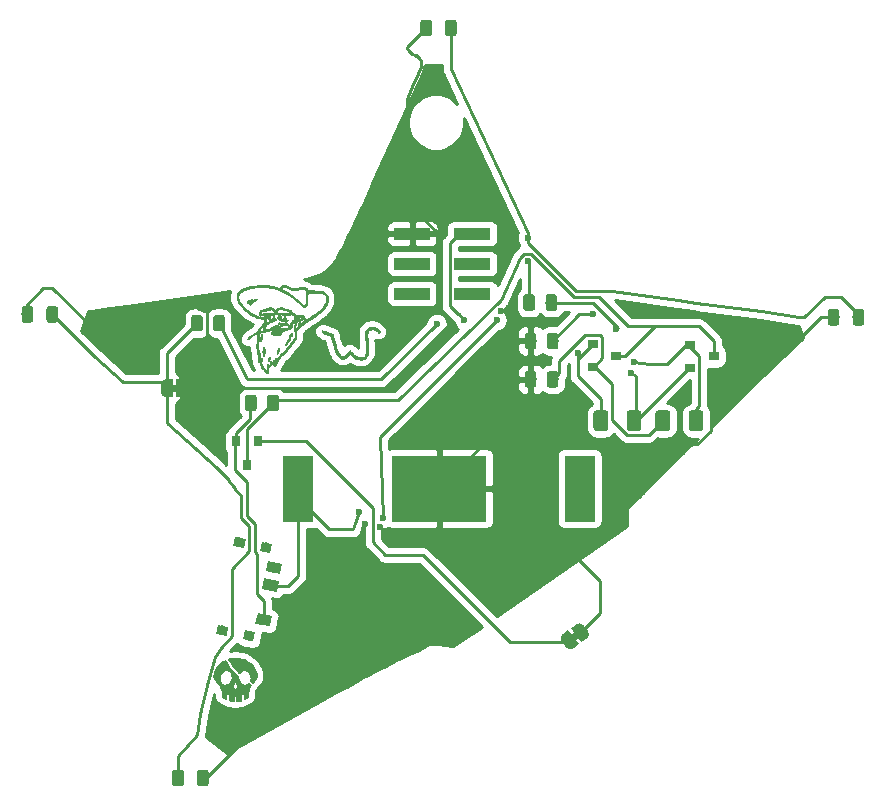
<source format=gbr>
G04 #@! TF.GenerationSoftware,KiCad,Pcbnew,5.1.2*
G04 #@! TF.CreationDate,2019-06-28T11:51:57-05:00*
G04 #@! TF.ProjectId,PartyStar,50617274-7953-4746-9172-2e6b69636164,rev?*
G04 #@! TF.SameCoordinates,Original*
G04 #@! TF.FileFunction,Copper,L2,Bot*
G04 #@! TF.FilePolarity,Positive*
%FSLAX46Y46*%
G04 Gerber Fmt 4.6, Leading zero omitted, Abs format (unit mm)*
G04 Created by KiCad (PCBNEW 5.1.2) date 2019-06-28 11:51:57*
%MOMM*%
%LPD*%
G04 APERTURE LIST*
%ADD10C,0.010000*%
%ADD11C,0.100000*%
%ADD12R,8.000000X5.560000*%
%ADD13R,2.600000X5.560000*%
%ADD14C,1.250000*%
%ADD15C,0.975000*%
%ADD16R,3.150000X1.000000*%
%ADD17C,0.500000*%
%ADD18R,0.900000X0.800000*%
%ADD19R,0.800000X0.900000*%
%ADD20C,0.800000*%
%ADD21C,0.900000*%
%ADD22C,0.600000*%
%ADD23C,0.250000*%
%ADD24C,0.254000*%
G04 APERTURE END LIST*
D10*
G36*
X139130587Y-98829101D02*
G01*
X138947524Y-98921441D01*
X138811592Y-99055243D01*
X138804211Y-99066445D01*
X138765704Y-99136560D01*
X138744213Y-99211161D01*
X138737740Y-99311906D01*
X138744287Y-99460454D01*
X138755088Y-99599000D01*
X138768682Y-99807176D01*
X138779873Y-100065106D01*
X138787394Y-100337886D01*
X138789962Y-100559064D01*
X138789221Y-100791042D01*
X138784387Y-100955025D01*
X138773305Y-101067664D01*
X138753820Y-101145610D01*
X138723775Y-101205512D01*
X138702268Y-101236397D01*
X138616398Y-101321274D01*
X138502822Y-101361004D01*
X138429984Y-101369227D01*
X138182110Y-101350096D01*
X137954281Y-101252890D01*
X137740656Y-101074818D01*
X137685776Y-101013825D01*
X137581108Y-100900241D01*
X137490934Y-100818178D01*
X137433859Y-100784453D01*
X137431888Y-100784334D01*
X137376245Y-100817452D01*
X137302818Y-100901096D01*
X137270495Y-100948393D01*
X137123131Y-101139127D01*
X136973087Y-101253226D01*
X136825716Y-101289020D01*
X136686369Y-101244837D01*
X136592029Y-101160223D01*
X136511347Y-101051415D01*
X136441066Y-100923458D01*
X136373918Y-100759221D01*
X136302636Y-100541574D01*
X136244015Y-100339834D01*
X136184550Y-100129010D01*
X136122317Y-99909557D01*
X136068667Y-99721471D01*
X136057754Y-99683442D01*
X135978584Y-99408050D01*
X135550435Y-99244582D01*
X135332433Y-99165972D01*
X135184002Y-99123703D01*
X135098999Y-99116227D01*
X135077855Y-99125545D01*
X135047323Y-99184474D01*
X135080260Y-99244145D01*
X135182714Y-99309634D01*
X135360730Y-99386021D01*
X135410113Y-99404600D01*
X135569737Y-99466840D01*
X135700704Y-99523866D01*
X135780730Y-99565783D01*
X135791473Y-99573933D01*
X135819685Y-99630037D01*
X135863474Y-99751746D01*
X135917447Y-99922637D01*
X135976210Y-100126288D01*
X135992749Y-100186804D01*
X136103263Y-100568610D01*
X136209349Y-100873568D01*
X136315154Y-101109062D01*
X136424827Y-101282475D01*
X136542515Y-101401190D01*
X136672365Y-101472591D01*
X136723931Y-101488398D01*
X136897621Y-101491191D01*
X137081426Y-101424646D01*
X137253741Y-101297924D01*
X137307431Y-101240944D01*
X137458489Y-101064467D01*
X137628458Y-101241355D01*
X137812966Y-101407866D01*
X137996288Y-101510737D01*
X138209082Y-101564778D01*
X138323587Y-101577186D01*
X138481029Y-101583485D01*
X138590094Y-101567957D01*
X138685756Y-101523620D01*
X138727666Y-101496552D01*
X138855913Y-101368677D01*
X138947302Y-101181493D01*
X139002345Y-100931317D01*
X139021551Y-100614461D01*
X139005431Y-100227242D01*
X138960818Y-99813076D01*
X138932055Y-99561873D01*
X138924811Y-99378459D01*
X138942863Y-99247833D01*
X138989991Y-99154997D01*
X139069973Y-99084951D01*
X139156298Y-99037122D01*
X139301342Y-98992101D01*
X139439703Y-99010585D01*
X139587459Y-99097350D01*
X139703421Y-99199650D01*
X139798884Y-99285110D01*
X139861491Y-99315811D01*
X139913708Y-99301090D01*
X139926473Y-99292361D01*
X139973927Y-99247661D01*
X139967648Y-99198669D01*
X139929475Y-99139482D01*
X139820040Y-99026072D01*
X139667499Y-98919287D01*
X139502595Y-98836782D01*
X139356072Y-98796212D01*
X139329026Y-98794667D01*
X139130587Y-98829101D01*
X139130587Y-98829101D01*
G37*
X139130587Y-98829101D02*
X138947524Y-98921441D01*
X138811592Y-99055243D01*
X138804211Y-99066445D01*
X138765704Y-99136560D01*
X138744213Y-99211161D01*
X138737740Y-99311906D01*
X138744287Y-99460454D01*
X138755088Y-99599000D01*
X138768682Y-99807176D01*
X138779873Y-100065106D01*
X138787394Y-100337886D01*
X138789962Y-100559064D01*
X138789221Y-100791042D01*
X138784387Y-100955025D01*
X138773305Y-101067664D01*
X138753820Y-101145610D01*
X138723775Y-101205512D01*
X138702268Y-101236397D01*
X138616398Y-101321274D01*
X138502822Y-101361004D01*
X138429984Y-101369227D01*
X138182110Y-101350096D01*
X137954281Y-101252890D01*
X137740656Y-101074818D01*
X137685776Y-101013825D01*
X137581108Y-100900241D01*
X137490934Y-100818178D01*
X137433859Y-100784453D01*
X137431888Y-100784334D01*
X137376245Y-100817452D01*
X137302818Y-100901096D01*
X137270495Y-100948393D01*
X137123131Y-101139127D01*
X136973087Y-101253226D01*
X136825716Y-101289020D01*
X136686369Y-101244837D01*
X136592029Y-101160223D01*
X136511347Y-101051415D01*
X136441066Y-100923458D01*
X136373918Y-100759221D01*
X136302636Y-100541574D01*
X136244015Y-100339834D01*
X136184550Y-100129010D01*
X136122317Y-99909557D01*
X136068667Y-99721471D01*
X136057754Y-99683442D01*
X135978584Y-99408050D01*
X135550435Y-99244582D01*
X135332433Y-99165972D01*
X135184002Y-99123703D01*
X135098999Y-99116227D01*
X135077855Y-99125545D01*
X135047323Y-99184474D01*
X135080260Y-99244145D01*
X135182714Y-99309634D01*
X135360730Y-99386021D01*
X135410113Y-99404600D01*
X135569737Y-99466840D01*
X135700704Y-99523866D01*
X135780730Y-99565783D01*
X135791473Y-99573933D01*
X135819685Y-99630037D01*
X135863474Y-99751746D01*
X135917447Y-99922637D01*
X135976210Y-100126288D01*
X135992749Y-100186804D01*
X136103263Y-100568610D01*
X136209349Y-100873568D01*
X136315154Y-101109062D01*
X136424827Y-101282475D01*
X136542515Y-101401190D01*
X136672365Y-101472591D01*
X136723931Y-101488398D01*
X136897621Y-101491191D01*
X137081426Y-101424646D01*
X137253741Y-101297924D01*
X137307431Y-101240944D01*
X137458489Y-101064467D01*
X137628458Y-101241355D01*
X137812966Y-101407866D01*
X137996288Y-101510737D01*
X138209082Y-101564778D01*
X138323587Y-101577186D01*
X138481029Y-101583485D01*
X138590094Y-101567957D01*
X138685756Y-101523620D01*
X138727666Y-101496552D01*
X138855913Y-101368677D01*
X138947302Y-101181493D01*
X139002345Y-100931317D01*
X139021551Y-100614461D01*
X139005431Y-100227242D01*
X138960818Y-99813076D01*
X138932055Y-99561873D01*
X138924811Y-99378459D01*
X138942863Y-99247833D01*
X138989991Y-99154997D01*
X139069973Y-99084951D01*
X139156298Y-99037122D01*
X139301342Y-98992101D01*
X139439703Y-99010585D01*
X139587459Y-99097350D01*
X139703421Y-99199650D01*
X139798884Y-99285110D01*
X139861491Y-99315811D01*
X139913708Y-99301090D01*
X139926473Y-99292361D01*
X139973927Y-99247661D01*
X139967648Y-99198669D01*
X139929475Y-99139482D01*
X139820040Y-99026072D01*
X139667499Y-98919287D01*
X139502595Y-98836782D01*
X139356072Y-98796212D01*
X139329026Y-98794667D01*
X139130587Y-98829101D01*
G36*
X127008892Y-127216806D02*
G01*
X127167074Y-127448421D01*
X127325719Y-127660936D01*
X127489639Y-127860277D01*
X127663646Y-128052368D01*
X127802599Y-128194188D01*
X128007945Y-128397426D01*
X128016929Y-128498988D01*
X128038850Y-128626563D01*
X128080149Y-128745349D01*
X128138881Y-128852300D01*
X128213100Y-128944370D01*
X128300864Y-129018513D01*
X128375791Y-129061166D01*
X128465333Y-129089690D01*
X128561211Y-129097761D01*
X128657019Y-129086019D01*
X128746353Y-129055106D01*
X128807639Y-129017932D01*
X128848928Y-128986585D01*
X128957444Y-129045737D01*
X129007070Y-129073189D01*
X129037690Y-129092016D01*
X129052738Y-129105488D01*
X129055649Y-129116877D01*
X129049857Y-129129454D01*
X129048142Y-129132119D01*
X128993913Y-129218603D01*
X128951032Y-129296911D01*
X128918240Y-129371893D01*
X128894281Y-129448398D01*
X128877895Y-129531276D01*
X128867828Y-129625378D01*
X128862820Y-129735552D01*
X128861600Y-129851622D01*
X128861483Y-129937917D01*
X128860886Y-130002545D01*
X128859432Y-130049235D01*
X128856748Y-130081721D01*
X128852461Y-130103732D01*
X128846194Y-130119001D01*
X128837575Y-130131258D01*
X128833025Y-130136564D01*
X128812518Y-130153848D01*
X128775979Y-130179147D01*
X128728454Y-130209494D01*
X128674989Y-130241921D01*
X128620630Y-130273460D01*
X128570422Y-130301144D01*
X128529411Y-130322006D01*
X128502643Y-130333076D01*
X128497164Y-130334100D01*
X128490509Y-130328523D01*
X128485788Y-130309766D01*
X128482738Y-130274788D01*
X128481097Y-130220550D01*
X128480600Y-130144009D01*
X128480600Y-130142765D01*
X128479751Y-130072317D01*
X128477406Y-130010487D01*
X128473864Y-129962228D01*
X128469425Y-129932490D01*
X128467523Y-129926996D01*
X128439659Y-129897048D01*
X128398650Y-129875850D01*
X128356071Y-129868646D01*
X128342707Y-129870457D01*
X128308102Y-129885611D01*
X128280575Y-129905455D01*
X128270810Y-129915500D01*
X128263568Y-129927260D01*
X128258471Y-129944394D01*
X128255144Y-129970562D01*
X128253210Y-130009424D01*
X128252293Y-130064641D01*
X128252016Y-130139872D01*
X128252000Y-130183316D01*
X128252000Y-130434506D01*
X128204375Y-130447825D01*
X128164546Y-130457400D01*
X128107314Y-130469193D01*
X128040411Y-130481762D01*
X127971568Y-130493664D01*
X127908517Y-130503454D01*
X127899575Y-130504716D01*
X127845600Y-130512200D01*
X127845600Y-130327065D01*
X127844318Y-130236475D01*
X127839571Y-130168173D01*
X127830007Y-130119133D01*
X127814272Y-130086331D01*
X127791015Y-130066741D01*
X127758883Y-130057340D01*
X127723988Y-130055103D01*
X127679315Y-130060800D01*
X127647423Y-130081179D01*
X127644959Y-130083725D01*
X127634482Y-130096690D01*
X127626952Y-130112604D01*
X127621776Y-130135787D01*
X127618366Y-130170557D01*
X127616131Y-130221233D01*
X127614480Y-130292132D01*
X127614170Y-130308990D01*
X127612768Y-130385257D01*
X127610782Y-130439613D01*
X127606787Y-130475533D01*
X127599357Y-130496493D01*
X127587066Y-130505968D01*
X127568489Y-130507433D01*
X127542200Y-130504363D01*
X127534450Y-130503319D01*
X127492515Y-130496617D01*
X127435255Y-130485980D01*
X127372062Y-130473306D01*
X127312332Y-130460492D01*
X127265460Y-130449435D01*
X127258225Y-130447539D01*
X127210600Y-130434720D01*
X127210600Y-130208505D01*
X127209904Y-130112306D01*
X127207381Y-130038157D01*
X127202375Y-129982735D01*
X127194230Y-129942719D01*
X127182290Y-129914785D01*
X127165901Y-129895611D01*
X127146353Y-129882864D01*
X127101051Y-129866452D01*
X127062142Y-129870870D01*
X127021675Y-129897249D01*
X127017125Y-129901238D01*
X126975650Y-129938277D01*
X126971335Y-130136188D01*
X126969352Y-130203821D01*
X126966694Y-130261484D01*
X126963634Y-130304875D01*
X126960451Y-130329695D01*
X126958635Y-130333887D01*
X126942670Y-130327769D01*
X126909933Y-130311581D01*
X126865545Y-130288132D01*
X126814629Y-130260229D01*
X126762307Y-130230679D01*
X126713701Y-130202290D01*
X126673932Y-130177869D01*
X126673623Y-130177672D01*
X126601000Y-130131215D01*
X126600546Y-129956432D01*
X126599483Y-129878356D01*
X126596927Y-129796183D01*
X126593266Y-129719855D01*
X126589043Y-129661000D01*
X126571995Y-129548010D01*
X126541049Y-129439183D01*
X126494613Y-129331539D01*
X126453449Y-129260614D01*
X127540800Y-129260614D01*
X127549782Y-129294241D01*
X127573075Y-129336265D01*
X127605194Y-129379163D01*
X127640653Y-129415416D01*
X127667601Y-129434506D01*
X127708742Y-129452746D01*
X127740809Y-129455383D01*
X127774895Y-129442261D01*
X127791240Y-129432772D01*
X127833787Y-129398366D01*
X127871194Y-129353232D01*
X127898080Y-129305252D01*
X127909064Y-129262307D01*
X127909100Y-129260144D01*
X127904608Y-129235055D01*
X127892477Y-129192081D01*
X127874725Y-129136833D01*
X127853369Y-129074918D01*
X127830426Y-129011946D01*
X127807913Y-128953525D01*
X127787847Y-128905265D01*
X127772247Y-128872774D01*
X127766652Y-128864075D01*
X127741473Y-128850092D01*
X127710147Y-128850928D01*
X127685399Y-128865626D01*
X127682207Y-128870425D01*
X127668648Y-128899653D01*
X127650115Y-128944795D01*
X127628526Y-129000561D01*
X127605798Y-129061662D01*
X127583846Y-129122811D01*
X127564587Y-129178718D01*
X127549939Y-129224094D01*
X127541817Y-129253652D01*
X127540800Y-129260614D01*
X126453449Y-129260614D01*
X126431095Y-129222100D01*
X126348902Y-129107888D01*
X126246442Y-128985925D01*
X126202022Y-128937100D01*
X126109269Y-128834115D01*
X126034817Y-128743692D01*
X125977306Y-128662313D01*
X125935375Y-128586459D01*
X125914587Y-128531063D01*
X126423200Y-128531063D01*
X126433025Y-128651818D01*
X126461129Y-128761566D01*
X126505454Y-128858696D01*
X126563941Y-128941596D01*
X126634534Y-129008652D01*
X126715173Y-129058255D01*
X126803801Y-129088791D01*
X126898360Y-129098649D01*
X126996791Y-129086217D01*
X127089925Y-129053275D01*
X127184484Y-128996512D01*
X127264274Y-128923594D01*
X127329135Y-128837537D01*
X127378905Y-128741359D01*
X127413424Y-128638077D01*
X127432529Y-128530708D01*
X127436061Y-128422268D01*
X127423858Y-128315776D01*
X127395758Y-128214248D01*
X127351601Y-128120701D01*
X127291225Y-128038153D01*
X127214469Y-127969620D01*
X127149873Y-127931091D01*
X127103874Y-127909858D01*
X127065938Y-127897311D01*
X127025794Y-127891232D01*
X126973170Y-127889403D01*
X126956600Y-127889350D01*
X126899040Y-127890469D01*
X126856623Y-127895283D01*
X126819138Y-127905974D01*
X126776373Y-127924724D01*
X126764871Y-127930331D01*
X126673259Y-127988833D01*
X126591096Y-128067733D01*
X126521650Y-128162793D01*
X126468185Y-128269774D01*
X126442111Y-128349130D01*
X126432986Y-128397822D01*
X126426277Y-128459652D01*
X126423256Y-128522387D01*
X126423200Y-128531063D01*
X125914587Y-128531063D01*
X125907662Y-128512612D01*
X125892806Y-128437256D01*
X125889447Y-128356871D01*
X125896223Y-128267940D01*
X125909348Y-128180627D01*
X125953262Y-128001694D01*
X126020780Y-127829025D01*
X126110497Y-127664443D01*
X126221010Y-127509770D01*
X126350915Y-127366827D01*
X126498805Y-127237435D01*
X126663278Y-127123418D01*
X126771730Y-127061891D01*
X126872611Y-127009133D01*
X127008892Y-127216806D01*
X127008892Y-127216806D01*
G37*
X127008892Y-127216806D02*
X127167074Y-127448421D01*
X127325719Y-127660936D01*
X127489639Y-127860277D01*
X127663646Y-128052368D01*
X127802599Y-128194188D01*
X128007945Y-128397426D01*
X128016929Y-128498988D01*
X128038850Y-128626563D01*
X128080149Y-128745349D01*
X128138881Y-128852300D01*
X128213100Y-128944370D01*
X128300864Y-129018513D01*
X128375791Y-129061166D01*
X128465333Y-129089690D01*
X128561211Y-129097761D01*
X128657019Y-129086019D01*
X128746353Y-129055106D01*
X128807639Y-129017932D01*
X128848928Y-128986585D01*
X128957444Y-129045737D01*
X129007070Y-129073189D01*
X129037690Y-129092016D01*
X129052738Y-129105488D01*
X129055649Y-129116877D01*
X129049857Y-129129454D01*
X129048142Y-129132119D01*
X128993913Y-129218603D01*
X128951032Y-129296911D01*
X128918240Y-129371893D01*
X128894281Y-129448398D01*
X128877895Y-129531276D01*
X128867828Y-129625378D01*
X128862820Y-129735552D01*
X128861600Y-129851622D01*
X128861483Y-129937917D01*
X128860886Y-130002545D01*
X128859432Y-130049235D01*
X128856748Y-130081721D01*
X128852461Y-130103732D01*
X128846194Y-130119001D01*
X128837575Y-130131258D01*
X128833025Y-130136564D01*
X128812518Y-130153848D01*
X128775979Y-130179147D01*
X128728454Y-130209494D01*
X128674989Y-130241921D01*
X128620630Y-130273460D01*
X128570422Y-130301144D01*
X128529411Y-130322006D01*
X128502643Y-130333076D01*
X128497164Y-130334100D01*
X128490509Y-130328523D01*
X128485788Y-130309766D01*
X128482738Y-130274788D01*
X128481097Y-130220550D01*
X128480600Y-130144009D01*
X128480600Y-130142765D01*
X128479751Y-130072317D01*
X128477406Y-130010487D01*
X128473864Y-129962228D01*
X128469425Y-129932490D01*
X128467523Y-129926996D01*
X128439659Y-129897048D01*
X128398650Y-129875850D01*
X128356071Y-129868646D01*
X128342707Y-129870457D01*
X128308102Y-129885611D01*
X128280575Y-129905455D01*
X128270810Y-129915500D01*
X128263568Y-129927260D01*
X128258471Y-129944394D01*
X128255144Y-129970562D01*
X128253210Y-130009424D01*
X128252293Y-130064641D01*
X128252016Y-130139872D01*
X128252000Y-130183316D01*
X128252000Y-130434506D01*
X128204375Y-130447825D01*
X128164546Y-130457400D01*
X128107314Y-130469193D01*
X128040411Y-130481762D01*
X127971568Y-130493664D01*
X127908517Y-130503454D01*
X127899575Y-130504716D01*
X127845600Y-130512200D01*
X127845600Y-130327065D01*
X127844318Y-130236475D01*
X127839571Y-130168173D01*
X127830007Y-130119133D01*
X127814272Y-130086331D01*
X127791015Y-130066741D01*
X127758883Y-130057340D01*
X127723988Y-130055103D01*
X127679315Y-130060800D01*
X127647423Y-130081179D01*
X127644959Y-130083725D01*
X127634482Y-130096690D01*
X127626952Y-130112604D01*
X127621776Y-130135787D01*
X127618366Y-130170557D01*
X127616131Y-130221233D01*
X127614480Y-130292132D01*
X127614170Y-130308990D01*
X127612768Y-130385257D01*
X127610782Y-130439613D01*
X127606787Y-130475533D01*
X127599357Y-130496493D01*
X127587066Y-130505968D01*
X127568489Y-130507433D01*
X127542200Y-130504363D01*
X127534450Y-130503319D01*
X127492515Y-130496617D01*
X127435255Y-130485980D01*
X127372062Y-130473306D01*
X127312332Y-130460492D01*
X127265460Y-130449435D01*
X127258225Y-130447539D01*
X127210600Y-130434720D01*
X127210600Y-130208505D01*
X127209904Y-130112306D01*
X127207381Y-130038157D01*
X127202375Y-129982735D01*
X127194230Y-129942719D01*
X127182290Y-129914785D01*
X127165901Y-129895611D01*
X127146353Y-129882864D01*
X127101051Y-129866452D01*
X127062142Y-129870870D01*
X127021675Y-129897249D01*
X127017125Y-129901238D01*
X126975650Y-129938277D01*
X126971335Y-130136188D01*
X126969352Y-130203821D01*
X126966694Y-130261484D01*
X126963634Y-130304875D01*
X126960451Y-130329695D01*
X126958635Y-130333887D01*
X126942670Y-130327769D01*
X126909933Y-130311581D01*
X126865545Y-130288132D01*
X126814629Y-130260229D01*
X126762307Y-130230679D01*
X126713701Y-130202290D01*
X126673932Y-130177869D01*
X126673623Y-130177672D01*
X126601000Y-130131215D01*
X126600546Y-129956432D01*
X126599483Y-129878356D01*
X126596927Y-129796183D01*
X126593266Y-129719855D01*
X126589043Y-129661000D01*
X126571995Y-129548010D01*
X126541049Y-129439183D01*
X126494613Y-129331539D01*
X126453449Y-129260614D01*
X127540800Y-129260614D01*
X127549782Y-129294241D01*
X127573075Y-129336265D01*
X127605194Y-129379163D01*
X127640653Y-129415416D01*
X127667601Y-129434506D01*
X127708742Y-129452746D01*
X127740809Y-129455383D01*
X127774895Y-129442261D01*
X127791240Y-129432772D01*
X127833787Y-129398366D01*
X127871194Y-129353232D01*
X127898080Y-129305252D01*
X127909064Y-129262307D01*
X127909100Y-129260144D01*
X127904608Y-129235055D01*
X127892477Y-129192081D01*
X127874725Y-129136833D01*
X127853369Y-129074918D01*
X127830426Y-129011946D01*
X127807913Y-128953525D01*
X127787847Y-128905265D01*
X127772247Y-128872774D01*
X127766652Y-128864075D01*
X127741473Y-128850092D01*
X127710147Y-128850928D01*
X127685399Y-128865626D01*
X127682207Y-128870425D01*
X127668648Y-128899653D01*
X127650115Y-128944795D01*
X127628526Y-129000561D01*
X127605798Y-129061662D01*
X127583846Y-129122811D01*
X127564587Y-129178718D01*
X127549939Y-129224094D01*
X127541817Y-129253652D01*
X127540800Y-129260614D01*
X126453449Y-129260614D01*
X126431095Y-129222100D01*
X126348902Y-129107888D01*
X126246442Y-128985925D01*
X126202022Y-128937100D01*
X126109269Y-128834115D01*
X126034817Y-128743692D01*
X125977306Y-128662313D01*
X125935375Y-128586459D01*
X125914587Y-128531063D01*
X126423200Y-128531063D01*
X126433025Y-128651818D01*
X126461129Y-128761566D01*
X126505454Y-128858696D01*
X126563941Y-128941596D01*
X126634534Y-129008652D01*
X126715173Y-129058255D01*
X126803801Y-129088791D01*
X126898360Y-129098649D01*
X126996791Y-129086217D01*
X127089925Y-129053275D01*
X127184484Y-128996512D01*
X127264274Y-128923594D01*
X127329135Y-128837537D01*
X127378905Y-128741359D01*
X127413424Y-128638077D01*
X127432529Y-128530708D01*
X127436061Y-128422268D01*
X127423858Y-128315776D01*
X127395758Y-128214248D01*
X127351601Y-128120701D01*
X127291225Y-128038153D01*
X127214469Y-127969620D01*
X127149873Y-127931091D01*
X127103874Y-127909858D01*
X127065938Y-127897311D01*
X127025794Y-127891232D01*
X126973170Y-127889403D01*
X126956600Y-127889350D01*
X126899040Y-127890469D01*
X126856623Y-127895283D01*
X126819138Y-127905974D01*
X126776373Y-127924724D01*
X126764871Y-127930331D01*
X126673259Y-127988833D01*
X126591096Y-128067733D01*
X126521650Y-128162793D01*
X126468185Y-128269774D01*
X126442111Y-128349130D01*
X126432986Y-128397822D01*
X126426277Y-128459652D01*
X126423256Y-128522387D01*
X126423200Y-128531063D01*
X125914587Y-128531063D01*
X125907662Y-128512612D01*
X125892806Y-128437256D01*
X125889447Y-128356871D01*
X125896223Y-128267940D01*
X125909348Y-128180627D01*
X125953262Y-128001694D01*
X126020780Y-127829025D01*
X126110497Y-127664443D01*
X126221010Y-127509770D01*
X126350915Y-127366827D01*
X126498805Y-127237435D01*
X126663278Y-127123418D01*
X126771730Y-127061891D01*
X126872611Y-127009133D01*
X127008892Y-127216806D01*
G36*
X127852797Y-126834298D02*
G01*
X128064230Y-126857075D01*
X128268666Y-126900326D01*
X128464427Y-126963032D01*
X128649831Y-127044175D01*
X128823198Y-127142738D01*
X128982847Y-127257701D01*
X129127100Y-127388046D01*
X129254274Y-127532756D01*
X129362690Y-127690812D01*
X129450667Y-127861197D01*
X129488106Y-127955237D01*
X129520931Y-128062108D01*
X129544441Y-128171385D01*
X129558191Y-128277990D01*
X129561740Y-128376847D01*
X129554645Y-128462879D01*
X129537996Y-128527209D01*
X129500153Y-128602811D01*
X129443949Y-128686247D01*
X129372987Y-128772595D01*
X129310350Y-128838172D01*
X129223550Y-128923395D01*
X129109250Y-128862724D01*
X129057379Y-128833381D01*
X129019417Y-128808215D01*
X128999025Y-128789788D01*
X128996567Y-128783851D01*
X128999842Y-128763282D01*
X129007043Y-128725362D01*
X129016738Y-128677570D01*
X129018792Y-128667760D01*
X129032545Y-128592609D01*
X129037925Y-128530500D01*
X129034989Y-128470515D01*
X129023794Y-128401737D01*
X129020294Y-128384650D01*
X128984348Y-128265267D01*
X128930039Y-128156485D01*
X128859837Y-128061676D01*
X128776211Y-127984215D01*
X128687801Y-127930344D01*
X128640068Y-127909250D01*
X128600435Y-127896884D01*
X128558259Y-127891004D01*
X128502899Y-127889368D01*
X128493300Y-127889350D01*
X128434478Y-127890642D01*
X128391166Y-127895805D01*
X128353546Y-127906771D01*
X128313244Y-127924759D01*
X128277748Y-127946403D01*
X128235976Y-127978121D01*
X128192749Y-128015392D01*
X128152891Y-128053697D01*
X128121223Y-128088515D01*
X128102567Y-128115325D01*
X128099600Y-128125023D01*
X128094852Y-128136498D01*
X128079752Y-128133514D01*
X128053015Y-128115065D01*
X128013354Y-128080141D01*
X127959485Y-128027734D01*
X127905518Y-127972772D01*
X127736618Y-127791670D01*
X127581442Y-127610369D01*
X127434472Y-127421944D01*
X127290189Y-127219468D01*
X127211274Y-127101584D01*
X127095577Y-126925291D01*
X127149913Y-126908963D01*
X127239985Y-126885994D01*
X127346577Y-126865406D01*
X127460830Y-126848582D01*
X127573882Y-126836907D01*
X127636050Y-126833012D01*
X127852797Y-126834298D01*
X127852797Y-126834298D01*
G37*
X127852797Y-126834298D02*
X128064230Y-126857075D01*
X128268666Y-126900326D01*
X128464427Y-126963032D01*
X128649831Y-127044175D01*
X128823198Y-127142738D01*
X128982847Y-127257701D01*
X129127100Y-127388046D01*
X129254274Y-127532756D01*
X129362690Y-127690812D01*
X129450667Y-127861197D01*
X129488106Y-127955237D01*
X129520931Y-128062108D01*
X129544441Y-128171385D01*
X129558191Y-128277990D01*
X129561740Y-128376847D01*
X129554645Y-128462879D01*
X129537996Y-128527209D01*
X129500153Y-128602811D01*
X129443949Y-128686247D01*
X129372987Y-128772595D01*
X129310350Y-128838172D01*
X129223550Y-128923395D01*
X129109250Y-128862724D01*
X129057379Y-128833381D01*
X129019417Y-128808215D01*
X128999025Y-128789788D01*
X128996567Y-128783851D01*
X128999842Y-128763282D01*
X129007043Y-128725362D01*
X129016738Y-128677570D01*
X129018792Y-128667760D01*
X129032545Y-128592609D01*
X129037925Y-128530500D01*
X129034989Y-128470515D01*
X129023794Y-128401737D01*
X129020294Y-128384650D01*
X128984348Y-128265267D01*
X128930039Y-128156485D01*
X128859837Y-128061676D01*
X128776211Y-127984215D01*
X128687801Y-127930344D01*
X128640068Y-127909250D01*
X128600435Y-127896884D01*
X128558259Y-127891004D01*
X128502899Y-127889368D01*
X128493300Y-127889350D01*
X128434478Y-127890642D01*
X128391166Y-127895805D01*
X128353546Y-127906771D01*
X128313244Y-127924759D01*
X128277748Y-127946403D01*
X128235976Y-127978121D01*
X128192749Y-128015392D01*
X128152891Y-128053697D01*
X128121223Y-128088515D01*
X128102567Y-128115325D01*
X128099600Y-128125023D01*
X128094852Y-128136498D01*
X128079752Y-128133514D01*
X128053015Y-128115065D01*
X128013354Y-128080141D01*
X127959485Y-128027734D01*
X127905518Y-127972772D01*
X127736618Y-127791670D01*
X127581442Y-127610369D01*
X127434472Y-127421944D01*
X127290189Y-127219468D01*
X127211274Y-127101584D01*
X127095577Y-126925291D01*
X127149913Y-126908963D01*
X127239985Y-126885994D01*
X127346577Y-126865406D01*
X127460830Y-126848582D01*
X127573882Y-126836907D01*
X127636050Y-126833012D01*
X127852797Y-126834298D01*
G36*
X131897793Y-95259711D02*
G01*
X131930244Y-95262970D01*
X131961295Y-95268861D01*
X131995196Y-95278980D01*
X132036198Y-95294920D01*
X132088554Y-95318274D01*
X132156515Y-95350637D01*
X132210309Y-95376886D01*
X132309950Y-95424581D01*
X132392608Y-95460938D01*
X132463250Y-95487400D01*
X132526840Y-95505411D01*
X132588347Y-95516414D01*
X132652735Y-95521853D01*
X132713617Y-95523179D01*
X132798153Y-95520946D01*
X132882742Y-95513281D01*
X132973908Y-95499251D01*
X133078173Y-95477921D01*
X133155089Y-95459934D01*
X133256712Y-95436747D01*
X133339149Y-95421621D01*
X133407166Y-95414160D01*
X133465530Y-95413971D01*
X133519007Y-95420660D01*
X133549023Y-95427372D01*
X133629246Y-95452797D01*
X133699300Y-95484545D01*
X133755696Y-95520287D01*
X133794945Y-95557696D01*
X133813559Y-95594443D01*
X133814600Y-95604631D01*
X133825759Y-95647461D01*
X133859448Y-95679293D01*
X133915979Y-95700417D01*
X133919355Y-95701185D01*
X133949249Y-95705385D01*
X134000603Y-95709908D01*
X134069480Y-95714521D01*
X134151944Y-95718992D01*
X134244061Y-95723089D01*
X134341895Y-95726580D01*
X134358192Y-95727078D01*
X134460640Y-95730495D01*
X134561673Y-95734530D01*
X134656541Y-95738944D01*
X134740489Y-95743498D01*
X134808765Y-95747953D01*
X134856617Y-95752070D01*
X134858228Y-95752245D01*
X134957094Y-95766163D01*
X135056135Y-95785574D01*
X135148767Y-95808846D01*
X135228404Y-95834348D01*
X135282579Y-95857376D01*
X135378251Y-95919621D01*
X135456311Y-96000025D01*
X135516387Y-96098090D01*
X135558105Y-96213318D01*
X135562167Y-96229558D01*
X135575908Y-96311334D01*
X135582551Y-96405206D01*
X135582085Y-96501662D01*
X135574496Y-96591190D01*
X135562707Y-96653700D01*
X135527275Y-96758978D01*
X135473167Y-96876355D01*
X135402125Y-97002819D01*
X135315890Y-97135361D01*
X135216206Y-97270969D01*
X135176966Y-97320450D01*
X135143868Y-97360426D01*
X135110208Y-97398749D01*
X135074540Y-97436521D01*
X135035414Y-97474843D01*
X134991382Y-97514816D01*
X134940997Y-97557542D01*
X134882811Y-97604121D01*
X134815375Y-97655655D01*
X134737241Y-97713246D01*
X134646961Y-97777995D01*
X134543088Y-97851003D01*
X134424172Y-97933372D01*
X134288767Y-98026202D01*
X134135423Y-98130596D01*
X133962694Y-98247654D01*
X133918915Y-98277267D01*
X133768780Y-98379218D01*
X133638542Y-98468681D01*
X133526696Y-98546841D01*
X133431734Y-98614886D01*
X133352152Y-98674001D01*
X133286442Y-98725373D01*
X133233099Y-98770190D01*
X133190615Y-98809637D01*
X133157486Y-98844902D01*
X133132204Y-98877172D01*
X133113263Y-98907632D01*
X133109366Y-98915056D01*
X133071060Y-98974765D01*
X133025533Y-99012948D01*
X132967827Y-99033381D01*
X132950152Y-99036261D01*
X132913253Y-99042193D01*
X132894238Y-99051509D01*
X132885782Y-99070698D01*
X132881784Y-99096839D01*
X132880776Y-99123731D01*
X132881513Y-99171865D01*
X132883827Y-99237156D01*
X132887551Y-99315519D01*
X132892519Y-99402868D01*
X132897280Y-99476512D01*
X132919579Y-99803774D01*
X132814399Y-99925112D01*
X132756411Y-99992889D01*
X132693877Y-100067777D01*
X132625097Y-100151895D01*
X132548372Y-100247363D01*
X132462001Y-100356299D01*
X132364284Y-100480824D01*
X132253521Y-100623056D01*
X132223061Y-100662315D01*
X132122039Y-100791311D01*
X132034016Y-100900776D01*
X131957665Y-100992153D01*
X131891660Y-101066885D01*
X131834674Y-101126416D01*
X131785380Y-101172189D01*
X131742451Y-101205647D01*
X131704560Y-101228233D01*
X131701411Y-101229754D01*
X131639509Y-101270019D01*
X131573530Y-101333285D01*
X131504698Y-101417709D01*
X131434233Y-101521451D01*
X131363358Y-101642668D01*
X131293295Y-101779520D01*
X131225265Y-101930165D01*
X131205957Y-101976495D01*
X131170094Y-102049365D01*
X131131466Y-102101368D01*
X131091628Y-102131621D01*
X131052132Y-102139240D01*
X131014531Y-102123342D01*
X130990970Y-102098825D01*
X130968586Y-102064807D01*
X130953058Y-102033877D01*
X130951473Y-102029306D01*
X130935400Y-102001202D01*
X130910615Y-101975668D01*
X130885588Y-101959172D01*
X130864758Y-101958839D01*
X130842332Y-101968891D01*
X130816796Y-101988151D01*
X130783574Y-102021255D01*
X130749587Y-102061268D01*
X130747550Y-102063900D01*
X130695030Y-102123890D01*
X130646577Y-102161078D01*
X130599708Y-102177204D01*
X130584439Y-102178200D01*
X130564912Y-102180834D01*
X130551701Y-102191427D01*
X130543609Y-102214010D01*
X130539438Y-102252618D01*
X130537988Y-102311284D01*
X130537903Y-102334813D01*
X130535605Y-102440942D01*
X130529133Y-102531675D01*
X130518836Y-102604614D01*
X130505064Y-102657362D01*
X130488168Y-102687522D01*
X130486114Y-102689375D01*
X130450668Y-102708408D01*
X130411649Y-102707927D01*
X130365484Y-102687214D01*
X130322100Y-102656460D01*
X130269648Y-102611265D01*
X130207606Y-102551834D01*
X130141767Y-102484142D01*
X130077924Y-102414164D01*
X130021870Y-102347876D01*
X130016971Y-102341749D01*
X129943798Y-102231816D01*
X129892474Y-102112702D01*
X129862230Y-101982056D01*
X129852295Y-101838475D01*
X129850846Y-101786435D01*
X129845133Y-101757222D01*
X129832909Y-101748344D01*
X129811925Y-101757306D01*
X129792165Y-101771800D01*
X129769214Y-101788346D01*
X129749880Y-101797474D01*
X129733578Y-101797296D01*
X129719725Y-101785927D01*
X129707738Y-101761482D01*
X129697034Y-101722075D01*
X129687028Y-101665820D01*
X129677139Y-101590831D01*
X129666782Y-101495224D01*
X129655374Y-101377113D01*
X129649134Y-101309479D01*
X129635423Y-101168470D01*
X129621800Y-101048295D01*
X129607594Y-100944404D01*
X129592129Y-100852241D01*
X129574733Y-100767253D01*
X129559355Y-100702884D01*
X129541050Y-100594968D01*
X129535239Y-100465534D01*
X129541921Y-100315177D01*
X129559548Y-100155626D01*
X129570299Y-100075501D01*
X129581349Y-99989972D01*
X129591420Y-99909122D01*
X129599232Y-99843035D01*
X129599416Y-99841400D01*
X129605254Y-99779366D01*
X129609928Y-99709850D01*
X129613338Y-99637621D01*
X129615385Y-99567449D01*
X129615970Y-99504105D01*
X129614991Y-99452358D01*
X129612351Y-99416978D01*
X129608575Y-99403173D01*
X129593984Y-99400336D01*
X129563399Y-99406768D01*
X129515088Y-99423042D01*
X129447317Y-99449733D01*
X129373487Y-99480877D01*
X129302813Y-99510109D01*
X129251974Y-99527990D01*
X129218328Y-99534998D01*
X129199233Y-99531612D01*
X129192046Y-99518310D01*
X129191800Y-99513777D01*
X129200514Y-99490947D01*
X129227320Y-99458828D01*
X129273213Y-99416488D01*
X129339188Y-99362994D01*
X129410078Y-99309333D01*
X129508968Y-99230285D01*
X129547973Y-99193194D01*
X129763300Y-99193194D01*
X129771922Y-99205713D01*
X129794371Y-99202790D01*
X129825517Y-99185892D01*
X129846540Y-99169397D01*
X129876601Y-99147364D01*
X129910657Y-99133800D01*
X129958078Y-99125356D01*
X129975217Y-99123434D01*
X130056353Y-99111070D01*
X130112738Y-99093314D01*
X130144451Y-99070110D01*
X130151575Y-99041404D01*
X130139082Y-99013663D01*
X130122468Y-98969117D01*
X130121306Y-98906276D01*
X130135486Y-98826915D01*
X130154943Y-98761107D01*
X130180555Y-98681710D01*
X130196095Y-98624699D01*
X130201373Y-98589063D01*
X130196198Y-98573788D01*
X130180380Y-98577862D01*
X130153728Y-98600273D01*
X130129407Y-98625375D01*
X130099062Y-98661407D01*
X130061138Y-98711501D01*
X130017974Y-98772029D01*
X129971908Y-98839362D01*
X129925282Y-98909873D01*
X129880432Y-98979933D01*
X129839700Y-99045915D01*
X129805424Y-99104189D01*
X129779944Y-99151128D01*
X129765598Y-99183104D01*
X129763300Y-99193194D01*
X129547973Y-99193194D01*
X129597625Y-99145980D01*
X129680972Y-99051030D01*
X129763932Y-98940046D01*
X129810657Y-98871015D01*
X129860307Y-98796312D01*
X129916955Y-98712370D01*
X129973796Y-98629206D01*
X130024024Y-98556837D01*
X130026358Y-98553515D01*
X130097018Y-98449651D01*
X130150705Y-98362898D01*
X130187919Y-98291929D01*
X130209159Y-98235421D01*
X130214924Y-98192047D01*
X130205714Y-98160483D01*
X130182361Y-98139579D01*
X130162452Y-98134305D01*
X130122116Y-98127572D01*
X130066236Y-98120061D01*
X129999693Y-98112453D01*
X129957295Y-98108184D01*
X129834882Y-98094062D01*
X129721722Y-98075291D01*
X129614804Y-98050516D01*
X129511115Y-98018386D01*
X129407643Y-97977549D01*
X129301377Y-97926651D01*
X129189306Y-97864341D01*
X129068416Y-97789266D01*
X128935697Y-97700073D01*
X128788136Y-97595410D01*
X128744043Y-97563362D01*
X128649642Y-97492767D01*
X128571074Y-97429528D01*
X128502342Y-97368013D01*
X128437453Y-97302587D01*
X128370411Y-97227616D01*
X128309858Y-97155350D01*
X128193267Y-97007892D01*
X128090978Y-96867106D01*
X128004457Y-96735223D01*
X127935168Y-96614470D01*
X127886008Y-96510567D01*
X127862933Y-96430411D01*
X127851965Y-96337288D01*
X127853220Y-96240621D01*
X127858673Y-96204208D01*
X127988800Y-96204208D01*
X127993674Y-96291424D01*
X128011778Y-96389069D01*
X128042093Y-96492206D01*
X128083600Y-96595900D01*
X128101494Y-96633227D01*
X128189138Y-96784929D01*
X128297806Y-96935374D01*
X128424852Y-97082795D01*
X128567630Y-97225424D01*
X128723492Y-97361495D01*
X128889793Y-97489240D01*
X129063886Y-97606893D01*
X129243125Y-97712686D01*
X129424863Y-97804852D01*
X129606454Y-97881625D01*
X129785251Y-97941236D01*
X129958608Y-97981921D01*
X130123879Y-98001910D01*
X130153233Y-98003194D01*
X130252250Y-98006250D01*
X130248353Y-97968150D01*
X130237807Y-97910483D01*
X130220416Y-97864707D01*
X130198675Y-97837051D01*
X130194917Y-97834702D01*
X130168032Y-97826956D01*
X130128565Y-97822513D01*
X130112977Y-97822100D01*
X130062761Y-97817295D01*
X130014659Y-97804726D01*
X129977064Y-97787156D01*
X129960504Y-97771874D01*
X129956284Y-97748985D01*
X129959053Y-97726697D01*
X129973786Y-97703101D01*
X130005816Y-97686232D01*
X130057332Y-97675513D01*
X130130520Y-97670371D01*
X130176050Y-97669711D01*
X130244936Y-97668513D01*
X130333037Y-97665283D01*
X130434278Y-97660370D01*
X130542584Y-97654125D01*
X130651881Y-97646898D01*
X130756097Y-97639039D01*
X130848859Y-97630927D01*
X130922027Y-97622500D01*
X130973389Y-97612275D01*
X131006537Y-97598406D01*
X131025063Y-97579047D01*
X131032562Y-97552356D01*
X131033300Y-97536223D01*
X131029340Y-97510060D01*
X131014836Y-97483752D01*
X130985851Y-97451212D01*
X130965575Y-97431533D01*
X130922696Y-97395233D01*
X130873697Y-97360246D01*
X130824850Y-97330397D01*
X130782427Y-97309509D01*
X130752698Y-97301405D01*
X130752147Y-97301400D01*
X130731780Y-97309272D01*
X130712261Y-97323625D01*
X130695225Y-97334486D01*
X130669644Y-97341260D01*
X130630062Y-97344772D01*
X130571025Y-97345844D01*
X130565211Y-97345850D01*
X130507398Y-97346345D01*
X130467501Y-97348950D01*
X130438041Y-97355342D01*
X130411539Y-97367198D01*
X130380515Y-97386197D01*
X130377967Y-97387846D01*
X130342138Y-97408838D01*
X130306208Y-97423637D01*
X130262395Y-97434611D01*
X130202915Y-97444126D01*
X130185080Y-97446503D01*
X130092756Y-97462945D01*
X130020036Y-97486741D01*
X129961643Y-97520122D01*
X129917394Y-97559760D01*
X129897280Y-97587504D01*
X129892542Y-97617605D01*
X129895169Y-97640344D01*
X129905850Y-97709033D01*
X129911903Y-97757423D01*
X129913356Y-97790184D01*
X129910236Y-97811986D01*
X129902572Y-97827499D01*
X129896331Y-97835152D01*
X129861441Y-97857950D01*
X129823458Y-97858139D01*
X129789070Y-97836551D01*
X129776756Y-97820290D01*
X129750888Y-97755423D01*
X129742005Y-97678818D01*
X129749631Y-97597184D01*
X129773291Y-97517230D01*
X129802204Y-97460926D01*
X129844373Y-97410716D01*
X129900595Y-97373238D01*
X129973989Y-97347055D01*
X130067675Y-97330733D01*
X130090177Y-97328427D01*
X130150040Y-97321638D01*
X130190246Y-97313475D01*
X130216540Y-97302418D01*
X130230577Y-97291322D01*
X130247292Y-97277449D01*
X130268688Y-97267115D01*
X130299901Y-97258992D01*
X130346066Y-97251753D01*
X130412319Y-97244070D01*
X130414048Y-97243885D01*
X130466447Y-97234546D01*
X130507196Y-97216222D01*
X130539074Y-97192551D01*
X130575142Y-97165707D01*
X130607381Y-97152809D01*
X130649006Y-97149070D01*
X130659273Y-97149000D01*
X130744559Y-97159335D01*
X130836700Y-97188350D01*
X130929297Y-97233062D01*
X131015947Y-97290486D01*
X131076686Y-97343577D01*
X131108155Y-97372654D01*
X131132260Y-97390456D01*
X131144259Y-97393544D01*
X131144637Y-97392836D01*
X131175934Y-97336261D01*
X131228773Y-97283510D01*
X131299352Y-97236713D01*
X131383868Y-97197999D01*
X131478521Y-97169499D01*
X131570636Y-97154197D01*
X131658826Y-97150358D01*
X131731406Y-97159890D01*
X131795154Y-97184161D01*
X131833361Y-97207314D01*
X131872777Y-97233396D01*
X131907113Y-97252533D01*
X131943272Y-97267397D01*
X131988162Y-97280660D01*
X132048687Y-97294994D01*
X132074919Y-97300775D01*
X132168627Y-97325171D01*
X132237832Y-97352351D01*
X132283332Y-97382853D01*
X132305924Y-97417215D01*
X132306405Y-97455976D01*
X132306168Y-97456903D01*
X132288709Y-97485051D01*
X132259991Y-97495233D01*
X132226262Y-97487892D01*
X132193766Y-97463468D01*
X132181929Y-97448133D01*
X132171086Y-97433504D01*
X132158072Y-97424100D01*
X132137516Y-97418769D01*
X132104046Y-97416359D01*
X132052291Y-97415719D01*
X132030684Y-97415700D01*
X131932304Y-97411511D01*
X131856798Y-97399026D01*
X131804512Y-97378366D01*
X131775794Y-97349651D01*
X131769900Y-97324831D01*
X131762229Y-97306876D01*
X131735939Y-97301405D01*
X131734625Y-97301400D01*
X131696739Y-97293904D01*
X131670001Y-97280842D01*
X131628476Y-97266264D01*
X131571242Y-97267690D01*
X131501916Y-97284645D01*
X131434345Y-97311769D01*
X131363390Y-97347977D01*
X131312037Y-97381892D01*
X131275201Y-97417202D01*
X131259086Y-97438856D01*
X131240558Y-97485533D01*
X131238485Y-97537243D01*
X131252753Y-97583384D01*
X131260773Y-97595268D01*
X131270062Y-97605634D01*
X131281226Y-97613408D01*
X131297939Y-97619086D01*
X131323875Y-97623165D01*
X131362707Y-97626144D01*
X131418110Y-97628517D01*
X131493758Y-97630783D01*
X131530648Y-97631774D01*
X131622033Y-97634639D01*
X131691609Y-97637966D01*
X131742967Y-97642101D01*
X131779696Y-97647389D01*
X131805389Y-97654175D01*
X131817525Y-97659376D01*
X131844764Y-97672386D01*
X131856237Y-97672113D01*
X131858765Y-97656885D01*
X131858800Y-97649278D01*
X131866582Y-97620948D01*
X131890820Y-97609486D01*
X131932846Y-97614533D01*
X131958772Y-97622386D01*
X132003975Y-97632861D01*
X132069815Y-97641147D01*
X132151582Y-97646701D01*
X132178682Y-97647759D01*
X132252524Y-97651008D01*
X132305457Y-97655549D01*
X132341964Y-97662006D01*
X132366528Y-97671005D01*
X132373146Y-97674879D01*
X132396558Y-97695288D01*
X132398429Y-97715038D01*
X132378096Y-97738671D01*
X132361934Y-97751477D01*
X132340781Y-97764087D01*
X132313701Y-97772510D01*
X132274788Y-97777833D01*
X132218136Y-97781149D01*
X132197082Y-97781905D01*
X132101542Y-97781537D01*
X132024944Y-97773809D01*
X131997946Y-97768073D01*
X131928650Y-97749985D01*
X131928650Y-98114224D01*
X131967735Y-98067659D01*
X131998493Y-98037790D01*
X132020496Y-98031476D01*
X132033278Y-98048634D01*
X132036552Y-98080024D01*
X132024328Y-98137925D01*
X131988318Y-98188368D01*
X131929300Y-98230358D01*
X131912441Y-98238768D01*
X131875691Y-98254570D01*
X131842125Y-98264602D01*
X131804045Y-98270139D01*
X131753752Y-98272453D01*
X131706400Y-98272837D01*
X131642693Y-98272140D01*
X131596786Y-98269106D01*
X131561102Y-98262511D01*
X131528065Y-98251131D01*
X131503200Y-98240013D01*
X131425441Y-98193223D01*
X131369681Y-98135779D01*
X131334018Y-98065622D01*
X131329815Y-98052274D01*
X131320895Y-98017573D01*
X131316439Y-97985566D01*
X131316528Y-97949609D01*
X131318014Y-97934934D01*
X131404011Y-97934934D01*
X131410056Y-97939604D01*
X131432210Y-97926424D01*
X131451052Y-97912067D01*
X131485239Y-97888957D01*
X131515702Y-97874891D01*
X131526330Y-97872900D01*
X131555749Y-97884238D01*
X131582247Y-97913087D01*
X131600241Y-97951698D01*
X131604800Y-97981842D01*
X131594459Y-98023094D01*
X131562853Y-98052260D01*
X131509106Y-98070091D01*
X131500025Y-98071684D01*
X131469463Y-98079051D01*
X131453209Y-98087745D01*
X131452400Y-98089792D01*
X131463998Y-98106711D01*
X131495270Y-98118583D01*
X131540929Y-98125073D01*
X131595688Y-98125844D01*
X131654261Y-98120560D01*
X131711362Y-98108885D01*
X131718884Y-98106737D01*
X131785267Y-98078653D01*
X131831446Y-98040679D01*
X131855577Y-97994637D01*
X131858800Y-97968496D01*
X131846852Y-97902892D01*
X131812482Y-97846274D01*
X131757895Y-97801421D01*
X131707616Y-97778079D01*
X131630488Y-97760300D01*
X131563483Y-97765624D01*
X131505159Y-97794541D01*
X131454075Y-97847539D01*
X131439437Y-97869009D01*
X131413873Y-97911655D01*
X131404011Y-97934934D01*
X131318014Y-97934934D01*
X131321245Y-97903054D01*
X131330671Y-97839256D01*
X131332600Y-97827140D01*
X131340943Y-97775031D01*
X131279610Y-97759587D01*
X131224659Y-97737765D01*
X131176783Y-97699025D01*
X131170238Y-97692108D01*
X131141516Y-97664008D01*
X131125353Y-97655167D01*
X131122200Y-97660315D01*
X131112898Y-97681517D01*
X131090303Y-97705609D01*
X131088265Y-97707249D01*
X131072989Y-97720945D01*
X131062567Y-97737045D01*
X131055532Y-97760999D01*
X131050417Y-97798258D01*
X131045755Y-97854269D01*
X131044679Y-97869162D01*
X131032353Y-97970407D01*
X131010421Y-98051151D01*
X130977323Y-98114987D01*
X130931501Y-98165507D01*
X130908174Y-98183557D01*
X130879273Y-98202470D01*
X130853554Y-98213916D01*
X130823140Y-98219723D01*
X130780159Y-98221720D01*
X130743233Y-98221845D01*
X130684545Y-98220506D01*
X130642164Y-98215692D01*
X130607052Y-98205633D01*
X130570174Y-98188558D01*
X130568229Y-98187545D01*
X130499802Y-98142221D01*
X130451685Y-98086327D01*
X130419293Y-98014315D01*
X130415994Y-98003466D01*
X130405404Y-97961249D01*
X130401714Y-97924651D01*
X130404621Y-97882817D01*
X130408084Y-97860327D01*
X130512600Y-97860327D01*
X130522662Y-97865868D01*
X130543874Y-97860380D01*
X130587529Y-97856035D01*
X130632190Y-97870744D01*
X130667504Y-97900848D01*
X130670512Y-97905153D01*
X130687294Y-97947589D01*
X130688762Y-97993259D01*
X130675290Y-98032177D01*
X130665299Y-98044078D01*
X130649803Y-98068003D01*
X130657483Y-98088394D01*
X130686188Y-98103657D01*
X130733770Y-98112198D01*
X130758746Y-98113394D01*
X130790661Y-98110843D01*
X130817732Y-98098960D01*
X130848724Y-98073233D01*
X130862059Y-98060183D01*
X130910246Y-98000567D01*
X130933536Y-97943176D01*
X130931810Y-97888407D01*
X130921522Y-97862117D01*
X130909330Y-97841901D01*
X130893800Y-97826723D01*
X130869637Y-97813753D01*
X130831546Y-97800159D01*
X130774231Y-97783110D01*
X130773188Y-97782811D01*
X130717256Y-97768237D01*
X130667797Y-97758016D01*
X130631509Y-97753395D01*
X130618167Y-97753982D01*
X130594308Y-97766886D01*
X130564828Y-97791457D01*
X130536811Y-97820559D01*
X130517345Y-97847053D01*
X130512600Y-97860327D01*
X130408084Y-97860327D01*
X130411378Y-97838937D01*
X130418291Y-97793100D01*
X130421872Y-97757834D01*
X130421478Y-97739808D01*
X130421011Y-97738977D01*
X130403417Y-97735835D01*
X130382862Y-97751402D01*
X130365016Y-97780500D01*
X130359901Y-97794788D01*
X130354968Y-97824064D01*
X130350384Y-97873802D01*
X130346281Y-97939066D01*
X130342792Y-98014919D01*
X130340049Y-98096424D01*
X130338182Y-98178644D01*
X130337325Y-98256642D01*
X130337609Y-98325483D01*
X130339166Y-98380229D01*
X130342127Y-98415943D01*
X130343154Y-98421549D01*
X130353850Y-98468548D01*
X130459612Y-98406888D01*
X130545973Y-98361955D01*
X130641015Y-98321652D01*
X130738000Y-98288202D01*
X130830192Y-98263825D01*
X130910852Y-98250741D01*
X130938050Y-98249173D01*
X130984791Y-98248954D01*
X131011910Y-98251509D01*
X131025156Y-98258454D01*
X131030281Y-98271406D01*
X131030895Y-98275265D01*
X131029415Y-98295349D01*
X131015744Y-98310835D01*
X130985926Y-98324017D01*
X130936005Y-98337191D01*
X130916873Y-98341409D01*
X130852631Y-98361163D01*
X130774725Y-98394463D01*
X130688621Y-98438144D01*
X130599787Y-98489040D01*
X130513687Y-98543987D01*
X130435787Y-98599821D01*
X130371554Y-98653376D01*
X130361295Y-98663082D01*
X130311798Y-98716798D01*
X130271688Y-98771443D01*
X130244379Y-98821635D01*
X130233286Y-98861991D01*
X130233200Y-98865064D01*
X130245149Y-98904307D01*
X130279636Y-98936242D01*
X130334621Y-98959968D01*
X130408062Y-98974584D01*
X130491669Y-98979211D01*
X130559451Y-98976557D01*
X130610935Y-98966662D01*
X130654848Y-98946626D01*
X130699920Y-98913549D01*
X130706805Y-98907724D01*
X130740193Y-98882612D01*
X130769279Y-98866589D01*
X130781220Y-98863500D01*
X130800276Y-98856620D01*
X130834965Y-98837926D01*
X130880228Y-98810333D01*
X130927311Y-98779287D01*
X130981796Y-98743107D01*
X131034161Y-98710118D01*
X131077789Y-98684391D01*
X131102302Y-98671616D01*
X131167754Y-98652956D01*
X131243066Y-98648540D01*
X131317115Y-98658296D01*
X131361711Y-98673278D01*
X131421306Y-98693906D01*
X131471174Y-98695116D01*
X131518156Y-98676748D01*
X131529896Y-98669319D01*
X131563189Y-98642160D01*
X131572132Y-98621402D01*
X131556506Y-98606351D01*
X131516088Y-98596314D01*
X131506237Y-98594995D01*
X131440715Y-98581119D01*
X131398285Y-98558024D01*
X131378176Y-98525192D01*
X131376200Y-98507933D01*
X131382399Y-98477349D01*
X131405379Y-98455762D01*
X131415667Y-98450042D01*
X131461172Y-98436571D01*
X131507538Y-98444922D01*
X131556270Y-98473486D01*
X131598118Y-98492962D01*
X131651945Y-98502711D01*
X131708955Y-98502753D01*
X131760354Y-98493107D01*
X131797347Y-98473790D01*
X131798235Y-98472975D01*
X131838102Y-98448237D01*
X131878446Y-98448816D01*
X131903599Y-98461555D01*
X131958427Y-98485366D01*
X132016748Y-98487299D01*
X132031443Y-98483978D01*
X132078364Y-98479031D01*
X132111082Y-98495101D01*
X132129459Y-98532114D01*
X132130720Y-98538098D01*
X132145906Y-98577369D01*
X132170422Y-98607602D01*
X132196177Y-98633776D01*
X132197676Y-98654194D01*
X132174802Y-98671006D01*
X132166775Y-98674324D01*
X132117274Y-98682164D01*
X132061119Y-98674606D01*
X132010208Y-98653595D01*
X132000591Y-98647137D01*
X131965939Y-98631467D01*
X131915170Y-98619977D01*
X131856971Y-98613385D01*
X131800027Y-98612406D01*
X131753024Y-98617759D01*
X131731940Y-98624960D01*
X131708224Y-98645651D01*
X131681777Y-98680316D01*
X131667143Y-98705054D01*
X131619562Y-98771348D01*
X131556672Y-98817455D01*
X131500657Y-98838784D01*
X131475450Y-98844856D01*
X131453266Y-98846993D01*
X131428081Y-98844284D01*
X131393873Y-98835818D01*
X131344619Y-98820682D01*
X131312304Y-98810276D01*
X131248554Y-98793813D01*
X131195030Y-98791644D01*
X131143498Y-98805071D01*
X131085723Y-98835399D01*
X131063394Y-98849659D01*
X131032064Y-98871712D01*
X130996881Y-98898665D01*
X130961223Y-98927562D01*
X130928462Y-98955451D01*
X130901975Y-98979378D01*
X130885136Y-98996390D01*
X130881320Y-99003532D01*
X130893902Y-98997852D01*
X130894419Y-98997542D01*
X130922180Y-98985054D01*
X130966098Y-98969768D01*
X131017586Y-98954621D01*
X131027769Y-98951936D01*
X131057629Y-98944993D01*
X131091142Y-98938987D01*
X131131103Y-98933709D01*
X131180306Y-98928949D01*
X131241546Y-98924498D01*
X131317617Y-98920148D01*
X131411314Y-98915688D01*
X131525431Y-98910910D01*
X131630200Y-98906836D01*
X131744125Y-98902779D01*
X131853045Y-98899422D01*
X131953660Y-98896826D01*
X132042674Y-98895056D01*
X132116788Y-98894175D01*
X132172704Y-98894248D01*
X132207125Y-98895337D01*
X132210729Y-98895640D01*
X132277818Y-98908339D01*
X132324224Y-98930464D01*
X132348576Y-98961113D01*
X132351626Y-98988479D01*
X132348059Y-99006311D01*
X132338620Y-99016264D01*
X132317283Y-99020671D01*
X132278025Y-99021864D01*
X132265200Y-99021931D01*
X132232252Y-99023115D01*
X132200163Y-99027306D01*
X132164289Y-99035865D01*
X132119989Y-99050154D01*
X132062619Y-99071536D01*
X131987537Y-99101371D01*
X131969509Y-99108666D01*
X131868495Y-99148639D01*
X131783389Y-99179312D01*
X131707878Y-99201917D01*
X131635651Y-99217686D01*
X131560397Y-99227852D01*
X131475805Y-99233645D01*
X131375563Y-99236297D01*
X131312700Y-99236857D01*
X131183659Y-99235890D01*
X131077852Y-99231211D01*
X130993321Y-99222368D01*
X130928110Y-99208908D01*
X130880262Y-99190377D01*
X130847820Y-99166323D01*
X130828827Y-99136293D01*
X130824907Y-99123941D01*
X130825221Y-99100418D01*
X130969800Y-99100418D01*
X130980353Y-99112546D01*
X131005687Y-99117350D01*
X131036313Y-99114999D01*
X131062742Y-99105662D01*
X131071265Y-99098611D01*
X131081340Y-99071736D01*
X131070345Y-99049774D01*
X131044223Y-99041300D01*
X131012787Y-99049910D01*
X130984896Y-99070591D01*
X130970275Y-99095618D01*
X130969800Y-99100418D01*
X130825221Y-99100418D01*
X130825421Y-99085496D01*
X130836545Y-99053814D01*
X130845049Y-99037367D01*
X131360540Y-99037367D01*
X131370066Y-99067908D01*
X131384882Y-99113185D01*
X131397421Y-99139308D01*
X131412751Y-99151437D01*
X131435943Y-99154732D01*
X131455260Y-99154623D01*
X131504393Y-99150097D01*
X131553516Y-99140288D01*
X131559332Y-99138627D01*
X131591842Y-99125778D01*
X131611903Y-99112145D01*
X131614117Y-99108598D01*
X131607791Y-99091385D01*
X131580703Y-99074454D01*
X131537447Y-99059589D01*
X131482615Y-99048572D01*
X131449967Y-99044865D01*
X131360540Y-99037367D01*
X130845049Y-99037367D01*
X130856230Y-99015747D01*
X130788430Y-99059119D01*
X130766960Y-99071860D01*
X130742914Y-99083556D01*
X130713314Y-99095054D01*
X130675180Y-99107200D01*
X130625533Y-99120841D01*
X130561394Y-99136823D01*
X130479785Y-99155993D01*
X130377725Y-99179197D01*
X130321213Y-99191879D01*
X130219643Y-99214286D01*
X130122096Y-99235200D01*
X130032381Y-99253848D01*
X129954309Y-99269460D01*
X129891690Y-99281265D01*
X129848333Y-99288492D01*
X129836307Y-99290026D01*
X129790798Y-99296851D01*
X129754874Y-99306189D01*
X129736847Y-99315618D01*
X129727051Y-99339738D01*
X129719431Y-99380956D01*
X129714725Y-99431007D01*
X129713672Y-99481631D01*
X129717010Y-99524565D01*
X129717775Y-99528990D01*
X129728567Y-99562304D01*
X129745816Y-99574454D01*
X129749620Y-99574700D01*
X129778262Y-99585530D01*
X129795017Y-99616481D01*
X129799912Y-99665243D01*
X129792976Y-99729503D01*
X129774238Y-99806951D01*
X129745768Y-99890022D01*
X129686812Y-100077448D01*
X129651419Y-100273658D01*
X129640714Y-100412900D01*
X129638716Y-100483678D01*
X129639112Y-100533912D01*
X129642243Y-100568375D01*
X129648448Y-100591840D01*
X129654256Y-100603400D01*
X129678046Y-100644511D01*
X129695080Y-100681712D01*
X129706703Y-100720939D01*
X129714256Y-100768129D01*
X129719082Y-100829219D01*
X129722323Y-100904339D01*
X129728655Y-101084628D01*
X129756008Y-101044039D01*
X129783430Y-101010762D01*
X129804606Y-101001675D01*
X129819571Y-101016871D01*
X129828359Y-101056440D01*
X129831006Y-101120473D01*
X129827546Y-101209063D01*
X129826166Y-101229158D01*
X129821589Y-101297985D01*
X129817830Y-101365610D01*
X129815319Y-101423560D01*
X129814488Y-101458790D01*
X129814100Y-101533131D01*
X129859809Y-101492997D01*
X129894821Y-101467961D01*
X129924670Y-101456752D01*
X129931537Y-101456756D01*
X129954781Y-101464140D01*
X129969242Y-101480515D01*
X129975709Y-101509738D01*
X129974967Y-101555665D01*
X129967805Y-101622155D01*
X129966823Y-101629652D01*
X129956147Y-101754828D01*
X129960088Y-101868049D01*
X129980049Y-101972940D01*
X130017430Y-102073127D01*
X130073632Y-102172238D01*
X130150057Y-102273898D01*
X130248104Y-102381734D01*
X130263383Y-102397275D01*
X130319219Y-102452673D01*
X130359982Y-102490686D01*
X130387599Y-102512798D01*
X130403999Y-102520495D01*
X130411110Y-102515262D01*
X130411706Y-102511575D01*
X130412516Y-102496290D01*
X130414305Y-102460056D01*
X130416861Y-102407294D01*
X130419967Y-102342427D01*
X130422394Y-102291347D01*
X130429685Y-102181433D01*
X130440322Y-102095898D01*
X130454841Y-102033874D01*
X130473781Y-101994496D01*
X130497680Y-101976897D01*
X130527076Y-101980212D01*
X130562505Y-102003574D01*
X130586706Y-102026670D01*
X130637759Y-102079800D01*
X130652207Y-102026142D01*
X130659436Y-101990219D01*
X130667082Y-101937410D01*
X130674009Y-101876183D01*
X130677300Y-101839503D01*
X130682325Y-101783973D01*
X130687541Y-101738398D01*
X130692240Y-101708387D01*
X130694974Y-101699492D01*
X130712446Y-101694662D01*
X130729271Y-101711254D01*
X130742569Y-101745391D01*
X130747290Y-101769914D01*
X130755483Y-101811466D01*
X130766363Y-101844843D01*
X130771796Y-101854920D01*
X130783214Y-101866510D01*
X130796568Y-101865205D01*
X130818646Y-101849051D01*
X130831858Y-101837628D01*
X130855705Y-101812786D01*
X130889749Y-101772210D01*
X130929807Y-101721109D01*
X130971700Y-101664690D01*
X130980307Y-101652698D01*
X131037311Y-101575161D01*
X131083311Y-101518157D01*
X131119795Y-101480103D01*
X131148251Y-101459415D01*
X131166807Y-101454300D01*
X131191962Y-101466025D01*
X131208961Y-101499104D01*
X131216346Y-101550389D01*
X131216542Y-101561731D01*
X131208881Y-101626251D01*
X131184117Y-101674093D01*
X131139577Y-101709481D01*
X131115771Y-101721033D01*
X131068475Y-101751865D01*
X131042674Y-101795096D01*
X131038051Y-101851598D01*
X131049151Y-101906139D01*
X131067714Y-101968650D01*
X131108448Y-101879750D01*
X131181528Y-101724748D01*
X131248010Y-101593243D01*
X131308380Y-101484341D01*
X131363125Y-101397145D01*
X131395142Y-101352700D01*
X131463198Y-101262821D01*
X131515572Y-101190414D01*
X131553352Y-101133871D01*
X131577624Y-101091585D01*
X131587751Y-101067857D01*
X131608378Y-101028304D01*
X131637983Y-101012067D01*
X131678992Y-101017921D01*
X131683466Y-101019543D01*
X131706257Y-101026838D01*
X131724201Y-101026032D01*
X131744068Y-101014188D01*
X131772625Y-100988375D01*
X131786617Y-100974824D01*
X131830266Y-100929740D01*
X131884137Y-100869972D01*
X131945685Y-100798719D01*
X132012363Y-100719179D01*
X132081625Y-100634551D01*
X132150924Y-100548033D01*
X132217716Y-100462823D01*
X132279453Y-100382119D01*
X132333589Y-100309119D01*
X132377579Y-100247022D01*
X132408876Y-100199026D01*
X132420127Y-100179070D01*
X132474473Y-100086957D01*
X132531605Y-100019532D01*
X132569183Y-99989497D01*
X132600484Y-99966881D01*
X132615195Y-99947330D01*
X132618680Y-99921132D01*
X132617820Y-99901415D01*
X132616932Y-99867583D01*
X132623252Y-99851423D01*
X132641735Y-99845305D01*
X132655242Y-99843806D01*
X132696347Y-99828164D01*
X132736511Y-99792107D01*
X132771018Y-99740338D01*
X132781474Y-99717982D01*
X132790500Y-99680533D01*
X132796094Y-99622414D01*
X132798231Y-99548127D01*
X132796885Y-99462173D01*
X132792031Y-99369054D01*
X132783959Y-99276250D01*
X132777706Y-99219609D01*
X132771996Y-99173056D01*
X132767521Y-99141924D01*
X132765208Y-99131575D01*
X132755435Y-99136661D01*
X132737370Y-99155796D01*
X132736404Y-99156975D01*
X132711673Y-99187350D01*
X132697986Y-99151598D01*
X132686513Y-99099112D01*
X132683440Y-99027904D01*
X132688188Y-98943013D01*
X132700177Y-98849476D01*
X132704580Y-98826541D01*
X132808179Y-98826541D01*
X132810868Y-98856540D01*
X132822739Y-98876267D01*
X132843451Y-98888257D01*
X132850576Y-98890514D01*
X132881131Y-98898336D01*
X132900706Y-98899015D01*
X132922741Y-98892381D01*
X132930317Y-98889520D01*
X132952423Y-98873271D01*
X132982647Y-98840635D01*
X133016111Y-98797047D01*
X133025541Y-98783408D01*
X133083749Y-98706747D01*
X133154734Y-98631588D01*
X133241939Y-98554679D01*
X133348808Y-98472767D01*
X133372641Y-98455643D01*
X133423072Y-98418585D01*
X133467141Y-98384065D01*
X133499838Y-98356143D01*
X133515516Y-98339851D01*
X133529702Y-98302200D01*
X133534633Y-98247422D01*
X133530458Y-98181986D01*
X133517326Y-98112361D01*
X133509657Y-98084978D01*
X133480126Y-98015368D01*
X133441197Y-97963586D01*
X133395419Y-97932270D01*
X133353783Y-97923710D01*
X133305565Y-97932477D01*
X133246720Y-97956075D01*
X133183634Y-97990476D01*
X133122698Y-98031654D01*
X133070299Y-98075582D01*
X133032826Y-98118233D01*
X133025044Y-98130927D01*
X133016560Y-98154263D01*
X133005362Y-98195135D01*
X132993423Y-98246116D01*
X132989253Y-98265852D01*
X132975805Y-98319470D01*
X132954967Y-98388287D01*
X132929377Y-98464162D01*
X132901675Y-98538960D01*
X132896091Y-98553129D01*
X132858629Y-98649564D01*
X132831718Y-98725588D01*
X132815015Y-98783735D01*
X132808179Y-98826541D01*
X132704580Y-98826541D01*
X132718830Y-98752333D01*
X132743566Y-98656620D01*
X132761211Y-98601616D01*
X132796054Y-98498597D01*
X132822260Y-98413796D01*
X132841220Y-98342094D01*
X132854324Y-98278374D01*
X132860878Y-98234850D01*
X132867811Y-98187161D01*
X132875005Y-98147576D01*
X132880903Y-98124659D01*
X132880906Y-98124651D01*
X132882907Y-98109623D01*
X132867054Y-98109302D01*
X132862128Y-98110512D01*
X132833820Y-98130681D01*
X132816757Y-98172913D01*
X132811300Y-98233371D01*
X132806760Y-98287510D01*
X132794715Y-98341953D01*
X132777529Y-98389469D01*
X132757564Y-98422830D01*
X132746189Y-98432561D01*
X132713230Y-98440631D01*
X132689206Y-98438822D01*
X132654505Y-98437249D01*
X132624385Y-98453619D01*
X132594915Y-98490731D01*
X132579954Y-98516531D01*
X132550281Y-98588715D01*
X132529445Y-98675455D01*
X132519660Y-98766784D01*
X132519200Y-98790040D01*
X132514432Y-98845327D01*
X132501623Y-98892365D01*
X132483012Y-98925625D01*
X132460839Y-98939579D01*
X132458561Y-98939700D01*
X132431568Y-98928825D01*
X132401317Y-98900754D01*
X132372798Y-98862313D01*
X132350997Y-98820331D01*
X132340902Y-98781635D01*
X132340733Y-98778405D01*
X132338327Y-98764876D01*
X132329575Y-98771219D01*
X132320134Y-98784125D01*
X132292264Y-98808314D01*
X132261671Y-98809857D01*
X132242339Y-98797460D01*
X132234050Y-98776702D01*
X132228820Y-98740005D01*
X132227068Y-98696691D01*
X132229213Y-98656084D01*
X132234808Y-98629588D01*
X132251845Y-98612048D01*
X132262565Y-98609500D01*
X132290895Y-98620020D01*
X132318806Y-98645495D01*
X132337807Y-98676796D01*
X132341400Y-98694263D01*
X132345880Y-98717052D01*
X132353653Y-98723800D01*
X132370787Y-98712860D01*
X132384880Y-98679381D01*
X132396229Y-98622378D01*
X132403542Y-98559098D01*
X132412047Y-98489528D01*
X132424041Y-98440741D01*
X132441801Y-98408149D01*
X132467602Y-98387164D01*
X132494363Y-98376034D01*
X132526323Y-98360817D01*
X132540259Y-98338176D01*
X132542295Y-98326647D01*
X132557368Y-98287914D01*
X132588987Y-98266040D01*
X132632721Y-98263566D01*
X132646799Y-98266771D01*
X132679818Y-98275787D01*
X132701280Y-98277692D01*
X132713289Y-98268758D01*
X132717946Y-98245256D01*
X132717354Y-98203455D01*
X132714087Y-98147402D01*
X132710789Y-98087839D01*
X132710691Y-98082450D01*
X132887500Y-98082450D01*
X132893850Y-98088800D01*
X132900200Y-98082450D01*
X132893850Y-98076100D01*
X132887500Y-98082450D01*
X132710691Y-98082450D01*
X132710065Y-98048213D01*
X132712583Y-98023129D01*
X132719007Y-98007196D01*
X132730005Y-97995021D01*
X132733258Y-97992179D01*
X132756043Y-97957582D01*
X132759845Y-97914869D01*
X132751907Y-97892498D01*
X132886523Y-97892498D01*
X132887374Y-97925277D01*
X132891920Y-97969483D01*
X132892507Y-97973813D01*
X132904942Y-98063785D01*
X132947021Y-98023001D01*
X132980176Y-97980477D01*
X132989100Y-97945960D01*
X132984275Y-97919114D01*
X132965297Y-97901050D01*
X132944090Y-97890897D01*
X132912819Y-97880166D01*
X132891943Y-97877227D01*
X132889576Y-97877966D01*
X132886523Y-97892498D01*
X132751907Y-97892498D01*
X132744843Y-97872594D01*
X132730337Y-97854283D01*
X132702904Y-97835418D01*
X132660088Y-97815053D01*
X132611623Y-97797749D01*
X132529882Y-97768325D01*
X132471883Y-97735432D01*
X132436084Y-97698038D01*
X132424498Y-97672602D01*
X132410138Y-97642225D01*
X132388480Y-97631781D01*
X132383943Y-97631600D01*
X132352244Y-97620005D01*
X132328748Y-97588713D01*
X132316822Y-97542962D01*
X132316000Y-97525904D01*
X132320728Y-97488207D01*
X132338477Y-97456248D01*
X132359180Y-97433480D01*
X132396093Y-97402129D01*
X132425718Y-97392076D01*
X132453219Y-97402480D01*
X132468400Y-97415700D01*
X132487729Y-97448355D01*
X132493799Y-97497339D01*
X132493800Y-97497851D01*
X132495730Y-97533413D01*
X132502514Y-97548012D01*
X132511485Y-97547816D01*
X132529485Y-97552295D01*
X132559490Y-97570900D01*
X132594599Y-97599139D01*
X132680383Y-97662382D01*
X132787363Y-97719529D01*
X132911670Y-97768594D01*
X132947338Y-97780087D01*
X132994197Y-97793714D01*
X133035791Y-97803309D01*
X133078561Y-97809626D01*
X133128948Y-97813422D01*
X133193390Y-97815451D01*
X133255800Y-97816278D01*
X133337986Y-97817004D01*
X133398732Y-97817869D01*
X133441992Y-97819542D01*
X133471718Y-97822686D01*
X133491866Y-97827969D01*
X133506389Y-97836056D01*
X133519241Y-97847614D01*
X133534255Y-97863186D01*
X133554546Y-97888517D01*
X133573908Y-97923674D01*
X133594380Y-97973174D01*
X133618002Y-98041531D01*
X133626006Y-98066386D01*
X133645365Y-98125924D01*
X133662318Y-98175628D01*
X133675288Y-98211057D01*
X133682701Y-98227767D01*
X133683496Y-98228500D01*
X133695699Y-98221809D01*
X133724602Y-98203581D01*
X133765912Y-98176582D01*
X133815339Y-98143576D01*
X133816527Y-98142775D01*
X133872072Y-98105804D01*
X133925505Y-98071089D01*
X133970230Y-98042868D01*
X133996600Y-98027080D01*
X134174174Y-97924730D01*
X134330908Y-97830177D01*
X134469414Y-97741467D01*
X134592307Y-97656644D01*
X134702198Y-97573756D01*
X134801701Y-97490848D01*
X134893429Y-97405965D01*
X134979996Y-97317153D01*
X135048758Y-97240263D01*
X135169999Y-97090836D01*
X135268454Y-96949388D01*
X135344888Y-96814385D01*
X135400066Y-96684293D01*
X135434753Y-96557577D01*
X135449526Y-96436824D01*
X135451008Y-96341253D01*
X135444145Y-96264931D01*
X135427388Y-96202634D01*
X135399187Y-96149140D01*
X135357996Y-96099223D01*
X135345831Y-96087026D01*
X135301214Y-96049164D01*
X135249439Y-96016526D01*
X135188578Y-95988786D01*
X135116702Y-95965616D01*
X135031883Y-95946690D01*
X134932192Y-95931681D01*
X134815702Y-95920262D01*
X134680484Y-95912106D01*
X134524610Y-95906886D01*
X134346150Y-95904276D01*
X134265450Y-95903883D01*
X133871750Y-95902900D01*
X133862387Y-96040175D01*
X133854622Y-96149121D01*
X133845837Y-96264024D01*
X133836369Y-96381131D01*
X133826555Y-96496690D01*
X133816732Y-96606950D01*
X133807237Y-96708158D01*
X133798408Y-96796564D01*
X133790580Y-96868415D01*
X133784092Y-96919960D01*
X133782247Y-96932219D01*
X133768336Y-97002021D01*
X133750536Y-97050213D01*
X133725146Y-97080587D01*
X133688464Y-97096932D01*
X133636788Y-97103038D01*
X133615004Y-97103456D01*
X133565754Y-97101097D01*
X133518823Y-97092490D01*
X133471410Y-97075951D01*
X133420712Y-97049796D01*
X133363926Y-97012340D01*
X133298251Y-96961900D01*
X133220884Y-96896790D01*
X133129022Y-96815326D01*
X133115901Y-96803475D01*
X132906420Y-96617731D01*
X132709248Y-96451104D01*
X132521926Y-96302050D01*
X132341991Y-96169022D01*
X132166983Y-96050475D01*
X131994441Y-95944863D01*
X131821903Y-95850641D01*
X131646908Y-95766263D01*
X131466997Y-95690183D01*
X131279706Y-95620856D01*
X131179350Y-95587210D01*
X131140509Y-95574791D01*
X131604800Y-95574791D01*
X131615510Y-95584693D01*
X131644740Y-95603088D01*
X131688132Y-95627425D01*
X131741332Y-95655154D01*
X131746161Y-95657583D01*
X131944878Y-95761513D01*
X132131843Y-95868639D01*
X132310970Y-95981750D01*
X132486172Y-96103636D01*
X132661365Y-96237086D01*
X132840461Y-96384888D01*
X133027375Y-96549833D01*
X133127602Y-96642041D01*
X133227711Y-96734773D01*
X133311567Y-96811130D01*
X133381035Y-96872540D01*
X133437983Y-96920428D01*
X133484277Y-96956222D01*
X133521783Y-96981346D01*
X133552368Y-96997228D01*
X133577898Y-97005293D01*
X133600239Y-97006967D01*
X133604730Y-97006638D01*
X133629747Y-97000487D01*
X133646758Y-96983611D01*
X133662317Y-96949235D01*
X133663595Y-96945800D01*
X133677457Y-96898004D01*
X133689269Y-96834455D01*
X133699181Y-96753444D01*
X133707342Y-96653264D01*
X133713903Y-96532207D01*
X133719013Y-96388566D01*
X133721561Y-96285400D01*
X133723730Y-96152708D01*
X133723905Y-96042392D01*
X133721837Y-95951486D01*
X133717276Y-95877024D01*
X133709972Y-95816042D01*
X133699675Y-95765575D01*
X133686137Y-95722657D01*
X133671310Y-95688713D01*
X133644939Y-95646517D01*
X133611374Y-95615144D01*
X133568168Y-95594324D01*
X133512872Y-95583787D01*
X133443037Y-95583262D01*
X133356215Y-95592480D01*
X133249957Y-95611170D01*
X133154200Y-95631656D01*
X132995089Y-95663451D01*
X132854013Y-95682194D01*
X132727058Y-95687616D01*
X132610311Y-95679446D01*
X132499858Y-95657416D01*
X132391785Y-95621256D01*
X132284250Y-95571768D01*
X132193829Y-95525197D01*
X132122710Y-95488972D01*
X132067653Y-95461733D01*
X132025416Y-95442121D01*
X131992759Y-95428775D01*
X131966442Y-95420338D01*
X131943222Y-95415450D01*
X131919861Y-95412751D01*
X131902060Y-95411461D01*
X131838121Y-95411883D01*
X131792253Y-95423358D01*
X131786677Y-95426041D01*
X131756706Y-95444391D01*
X131719345Y-95471171D01*
X131680048Y-95501921D01*
X131644268Y-95532180D01*
X131617460Y-95557488D01*
X131605078Y-95573384D01*
X131604800Y-95574791D01*
X131140509Y-95574791D01*
X131096825Y-95560824D01*
X131025483Y-95539335D01*
X130961122Y-95522114D01*
X130899541Y-95508531D01*
X130836539Y-95497956D01*
X130767912Y-95489760D01*
X130689461Y-95483315D01*
X130596983Y-95477989D01*
X130486276Y-95473154D01*
X130394958Y-95469698D01*
X130232579Y-95465015D01*
X130068453Y-95462643D01*
X129905697Y-95462485D01*
X129747428Y-95464442D01*
X129596762Y-95468416D01*
X129456815Y-95474308D01*
X129330704Y-95482019D01*
X129221544Y-95491452D01*
X129132452Y-95502508D01*
X129083850Y-95511128D01*
X128973142Y-95538156D01*
X128850750Y-95574282D01*
X128725454Y-95616510D01*
X128606034Y-95661847D01*
X128501268Y-95707298D01*
X128483140Y-95715995D01*
X128385861Y-95768368D01*
X128292608Y-95827573D01*
X128206585Y-95890860D01*
X128130998Y-95955478D01*
X128069050Y-96018676D01*
X128023946Y-96077702D01*
X127998890Y-96129805D01*
X127998173Y-96132356D01*
X127988800Y-96204208D01*
X127858673Y-96204208D01*
X127866816Y-96149835D01*
X127880944Y-96102111D01*
X127930155Y-95993866D01*
X127995640Y-95894804D01*
X128078384Y-95801609D01*
X128185988Y-95706213D01*
X128308830Y-95621299D01*
X128447829Y-95546637D01*
X128603899Y-95481997D01*
X128777959Y-95427151D01*
X128970924Y-95381868D01*
X129183711Y-95345918D01*
X129417238Y-95319072D01*
X129672420Y-95301100D01*
X129950174Y-95291772D01*
X130118900Y-95290235D01*
X130233498Y-95290340D01*
X130327055Y-95291071D01*
X130403930Y-95292643D01*
X130468478Y-95295274D01*
X130525055Y-95299180D01*
X130578019Y-95304576D01*
X130631727Y-95311680D01*
X130671350Y-95317667D01*
X130813204Y-95343535D01*
X130969400Y-95378476D01*
X131131455Y-95420422D01*
X131290885Y-95467307D01*
X131309676Y-95473244D01*
X131380091Y-95494684D01*
X131431430Y-95506838D01*
X131468406Y-95509329D01*
X131495728Y-95501781D01*
X131518108Y-95483819D01*
X131540256Y-95455066D01*
X131540417Y-95454833D01*
X131606584Y-95379494D01*
X131694536Y-95314724D01*
X131744434Y-95287290D01*
X131785800Y-95268568D01*
X131821270Y-95259435D01*
X131862550Y-95257786D01*
X131897793Y-95259711D01*
X131897793Y-95259711D01*
G37*
X131897793Y-95259711D02*
X131930244Y-95262970D01*
X131961295Y-95268861D01*
X131995196Y-95278980D01*
X132036198Y-95294920D01*
X132088554Y-95318274D01*
X132156515Y-95350637D01*
X132210309Y-95376886D01*
X132309950Y-95424581D01*
X132392608Y-95460938D01*
X132463250Y-95487400D01*
X132526840Y-95505411D01*
X132588347Y-95516414D01*
X132652735Y-95521853D01*
X132713617Y-95523179D01*
X132798153Y-95520946D01*
X132882742Y-95513281D01*
X132973908Y-95499251D01*
X133078173Y-95477921D01*
X133155089Y-95459934D01*
X133256712Y-95436747D01*
X133339149Y-95421621D01*
X133407166Y-95414160D01*
X133465530Y-95413971D01*
X133519007Y-95420660D01*
X133549023Y-95427372D01*
X133629246Y-95452797D01*
X133699300Y-95484545D01*
X133755696Y-95520287D01*
X133794945Y-95557696D01*
X133813559Y-95594443D01*
X133814600Y-95604631D01*
X133825759Y-95647461D01*
X133859448Y-95679293D01*
X133915979Y-95700417D01*
X133919355Y-95701185D01*
X133949249Y-95705385D01*
X134000603Y-95709908D01*
X134069480Y-95714521D01*
X134151944Y-95718992D01*
X134244061Y-95723089D01*
X134341895Y-95726580D01*
X134358192Y-95727078D01*
X134460640Y-95730495D01*
X134561673Y-95734530D01*
X134656541Y-95738944D01*
X134740489Y-95743498D01*
X134808765Y-95747953D01*
X134856617Y-95752070D01*
X134858228Y-95752245D01*
X134957094Y-95766163D01*
X135056135Y-95785574D01*
X135148767Y-95808846D01*
X135228404Y-95834348D01*
X135282579Y-95857376D01*
X135378251Y-95919621D01*
X135456311Y-96000025D01*
X135516387Y-96098090D01*
X135558105Y-96213318D01*
X135562167Y-96229558D01*
X135575908Y-96311334D01*
X135582551Y-96405206D01*
X135582085Y-96501662D01*
X135574496Y-96591190D01*
X135562707Y-96653700D01*
X135527275Y-96758978D01*
X135473167Y-96876355D01*
X135402125Y-97002819D01*
X135315890Y-97135361D01*
X135216206Y-97270969D01*
X135176966Y-97320450D01*
X135143868Y-97360426D01*
X135110208Y-97398749D01*
X135074540Y-97436521D01*
X135035414Y-97474843D01*
X134991382Y-97514816D01*
X134940997Y-97557542D01*
X134882811Y-97604121D01*
X134815375Y-97655655D01*
X134737241Y-97713246D01*
X134646961Y-97777995D01*
X134543088Y-97851003D01*
X134424172Y-97933372D01*
X134288767Y-98026202D01*
X134135423Y-98130596D01*
X133962694Y-98247654D01*
X133918915Y-98277267D01*
X133768780Y-98379218D01*
X133638542Y-98468681D01*
X133526696Y-98546841D01*
X133431734Y-98614886D01*
X133352152Y-98674001D01*
X133286442Y-98725373D01*
X133233099Y-98770190D01*
X133190615Y-98809637D01*
X133157486Y-98844902D01*
X133132204Y-98877172D01*
X133113263Y-98907632D01*
X133109366Y-98915056D01*
X133071060Y-98974765D01*
X133025533Y-99012948D01*
X132967827Y-99033381D01*
X132950152Y-99036261D01*
X132913253Y-99042193D01*
X132894238Y-99051509D01*
X132885782Y-99070698D01*
X132881784Y-99096839D01*
X132880776Y-99123731D01*
X132881513Y-99171865D01*
X132883827Y-99237156D01*
X132887551Y-99315519D01*
X132892519Y-99402868D01*
X132897280Y-99476512D01*
X132919579Y-99803774D01*
X132814399Y-99925112D01*
X132756411Y-99992889D01*
X132693877Y-100067777D01*
X132625097Y-100151895D01*
X132548372Y-100247363D01*
X132462001Y-100356299D01*
X132364284Y-100480824D01*
X132253521Y-100623056D01*
X132223061Y-100662315D01*
X132122039Y-100791311D01*
X132034016Y-100900776D01*
X131957665Y-100992153D01*
X131891660Y-101066885D01*
X131834674Y-101126416D01*
X131785380Y-101172189D01*
X131742451Y-101205647D01*
X131704560Y-101228233D01*
X131701411Y-101229754D01*
X131639509Y-101270019D01*
X131573530Y-101333285D01*
X131504698Y-101417709D01*
X131434233Y-101521451D01*
X131363358Y-101642668D01*
X131293295Y-101779520D01*
X131225265Y-101930165D01*
X131205957Y-101976495D01*
X131170094Y-102049365D01*
X131131466Y-102101368D01*
X131091628Y-102131621D01*
X131052132Y-102139240D01*
X131014531Y-102123342D01*
X130990970Y-102098825D01*
X130968586Y-102064807D01*
X130953058Y-102033877D01*
X130951473Y-102029306D01*
X130935400Y-102001202D01*
X130910615Y-101975668D01*
X130885588Y-101959172D01*
X130864758Y-101958839D01*
X130842332Y-101968891D01*
X130816796Y-101988151D01*
X130783574Y-102021255D01*
X130749587Y-102061268D01*
X130747550Y-102063900D01*
X130695030Y-102123890D01*
X130646577Y-102161078D01*
X130599708Y-102177204D01*
X130584439Y-102178200D01*
X130564912Y-102180834D01*
X130551701Y-102191427D01*
X130543609Y-102214010D01*
X130539438Y-102252618D01*
X130537988Y-102311284D01*
X130537903Y-102334813D01*
X130535605Y-102440942D01*
X130529133Y-102531675D01*
X130518836Y-102604614D01*
X130505064Y-102657362D01*
X130488168Y-102687522D01*
X130486114Y-102689375D01*
X130450668Y-102708408D01*
X130411649Y-102707927D01*
X130365484Y-102687214D01*
X130322100Y-102656460D01*
X130269648Y-102611265D01*
X130207606Y-102551834D01*
X130141767Y-102484142D01*
X130077924Y-102414164D01*
X130021870Y-102347876D01*
X130016971Y-102341749D01*
X129943798Y-102231816D01*
X129892474Y-102112702D01*
X129862230Y-101982056D01*
X129852295Y-101838475D01*
X129850846Y-101786435D01*
X129845133Y-101757222D01*
X129832909Y-101748344D01*
X129811925Y-101757306D01*
X129792165Y-101771800D01*
X129769214Y-101788346D01*
X129749880Y-101797474D01*
X129733578Y-101797296D01*
X129719725Y-101785927D01*
X129707738Y-101761482D01*
X129697034Y-101722075D01*
X129687028Y-101665820D01*
X129677139Y-101590831D01*
X129666782Y-101495224D01*
X129655374Y-101377113D01*
X129649134Y-101309479D01*
X129635423Y-101168470D01*
X129621800Y-101048295D01*
X129607594Y-100944404D01*
X129592129Y-100852241D01*
X129574733Y-100767253D01*
X129559355Y-100702884D01*
X129541050Y-100594968D01*
X129535239Y-100465534D01*
X129541921Y-100315177D01*
X129559548Y-100155626D01*
X129570299Y-100075501D01*
X129581349Y-99989972D01*
X129591420Y-99909122D01*
X129599232Y-99843035D01*
X129599416Y-99841400D01*
X129605254Y-99779366D01*
X129609928Y-99709850D01*
X129613338Y-99637621D01*
X129615385Y-99567449D01*
X129615970Y-99504105D01*
X129614991Y-99452358D01*
X129612351Y-99416978D01*
X129608575Y-99403173D01*
X129593984Y-99400336D01*
X129563399Y-99406768D01*
X129515088Y-99423042D01*
X129447317Y-99449733D01*
X129373487Y-99480877D01*
X129302813Y-99510109D01*
X129251974Y-99527990D01*
X129218328Y-99534998D01*
X129199233Y-99531612D01*
X129192046Y-99518310D01*
X129191800Y-99513777D01*
X129200514Y-99490947D01*
X129227320Y-99458828D01*
X129273213Y-99416488D01*
X129339188Y-99362994D01*
X129410078Y-99309333D01*
X129508968Y-99230285D01*
X129547973Y-99193194D01*
X129763300Y-99193194D01*
X129771922Y-99205713D01*
X129794371Y-99202790D01*
X129825517Y-99185892D01*
X129846540Y-99169397D01*
X129876601Y-99147364D01*
X129910657Y-99133800D01*
X129958078Y-99125356D01*
X129975217Y-99123434D01*
X130056353Y-99111070D01*
X130112738Y-99093314D01*
X130144451Y-99070110D01*
X130151575Y-99041404D01*
X130139082Y-99013663D01*
X130122468Y-98969117D01*
X130121306Y-98906276D01*
X130135486Y-98826915D01*
X130154943Y-98761107D01*
X130180555Y-98681710D01*
X130196095Y-98624699D01*
X130201373Y-98589063D01*
X130196198Y-98573788D01*
X130180380Y-98577862D01*
X130153728Y-98600273D01*
X130129407Y-98625375D01*
X130099062Y-98661407D01*
X130061138Y-98711501D01*
X130017974Y-98772029D01*
X129971908Y-98839362D01*
X129925282Y-98909873D01*
X129880432Y-98979933D01*
X129839700Y-99045915D01*
X129805424Y-99104189D01*
X129779944Y-99151128D01*
X129765598Y-99183104D01*
X129763300Y-99193194D01*
X129547973Y-99193194D01*
X129597625Y-99145980D01*
X129680972Y-99051030D01*
X129763932Y-98940046D01*
X129810657Y-98871015D01*
X129860307Y-98796312D01*
X129916955Y-98712370D01*
X129973796Y-98629206D01*
X130024024Y-98556837D01*
X130026358Y-98553515D01*
X130097018Y-98449651D01*
X130150705Y-98362898D01*
X130187919Y-98291929D01*
X130209159Y-98235421D01*
X130214924Y-98192047D01*
X130205714Y-98160483D01*
X130182361Y-98139579D01*
X130162452Y-98134305D01*
X130122116Y-98127572D01*
X130066236Y-98120061D01*
X129999693Y-98112453D01*
X129957295Y-98108184D01*
X129834882Y-98094062D01*
X129721722Y-98075291D01*
X129614804Y-98050516D01*
X129511115Y-98018386D01*
X129407643Y-97977549D01*
X129301377Y-97926651D01*
X129189306Y-97864341D01*
X129068416Y-97789266D01*
X128935697Y-97700073D01*
X128788136Y-97595410D01*
X128744043Y-97563362D01*
X128649642Y-97492767D01*
X128571074Y-97429528D01*
X128502342Y-97368013D01*
X128437453Y-97302587D01*
X128370411Y-97227616D01*
X128309858Y-97155350D01*
X128193267Y-97007892D01*
X128090978Y-96867106D01*
X128004457Y-96735223D01*
X127935168Y-96614470D01*
X127886008Y-96510567D01*
X127862933Y-96430411D01*
X127851965Y-96337288D01*
X127853220Y-96240621D01*
X127858673Y-96204208D01*
X127988800Y-96204208D01*
X127993674Y-96291424D01*
X128011778Y-96389069D01*
X128042093Y-96492206D01*
X128083600Y-96595900D01*
X128101494Y-96633227D01*
X128189138Y-96784929D01*
X128297806Y-96935374D01*
X128424852Y-97082795D01*
X128567630Y-97225424D01*
X128723492Y-97361495D01*
X128889793Y-97489240D01*
X129063886Y-97606893D01*
X129243125Y-97712686D01*
X129424863Y-97804852D01*
X129606454Y-97881625D01*
X129785251Y-97941236D01*
X129958608Y-97981921D01*
X130123879Y-98001910D01*
X130153233Y-98003194D01*
X130252250Y-98006250D01*
X130248353Y-97968150D01*
X130237807Y-97910483D01*
X130220416Y-97864707D01*
X130198675Y-97837051D01*
X130194917Y-97834702D01*
X130168032Y-97826956D01*
X130128565Y-97822513D01*
X130112977Y-97822100D01*
X130062761Y-97817295D01*
X130014659Y-97804726D01*
X129977064Y-97787156D01*
X129960504Y-97771874D01*
X129956284Y-97748985D01*
X129959053Y-97726697D01*
X129973786Y-97703101D01*
X130005816Y-97686232D01*
X130057332Y-97675513D01*
X130130520Y-97670371D01*
X130176050Y-97669711D01*
X130244936Y-97668513D01*
X130333037Y-97665283D01*
X130434278Y-97660370D01*
X130542584Y-97654125D01*
X130651881Y-97646898D01*
X130756097Y-97639039D01*
X130848859Y-97630927D01*
X130922027Y-97622500D01*
X130973389Y-97612275D01*
X131006537Y-97598406D01*
X131025063Y-97579047D01*
X131032562Y-97552356D01*
X131033300Y-97536223D01*
X131029340Y-97510060D01*
X131014836Y-97483752D01*
X130985851Y-97451212D01*
X130965575Y-97431533D01*
X130922696Y-97395233D01*
X130873697Y-97360246D01*
X130824850Y-97330397D01*
X130782427Y-97309509D01*
X130752698Y-97301405D01*
X130752147Y-97301400D01*
X130731780Y-97309272D01*
X130712261Y-97323625D01*
X130695225Y-97334486D01*
X130669644Y-97341260D01*
X130630062Y-97344772D01*
X130571025Y-97345844D01*
X130565211Y-97345850D01*
X130507398Y-97346345D01*
X130467501Y-97348950D01*
X130438041Y-97355342D01*
X130411539Y-97367198D01*
X130380515Y-97386197D01*
X130377967Y-97387846D01*
X130342138Y-97408838D01*
X130306208Y-97423637D01*
X130262395Y-97434611D01*
X130202915Y-97444126D01*
X130185080Y-97446503D01*
X130092756Y-97462945D01*
X130020036Y-97486741D01*
X129961643Y-97520122D01*
X129917394Y-97559760D01*
X129897280Y-97587504D01*
X129892542Y-97617605D01*
X129895169Y-97640344D01*
X129905850Y-97709033D01*
X129911903Y-97757423D01*
X129913356Y-97790184D01*
X129910236Y-97811986D01*
X129902572Y-97827499D01*
X129896331Y-97835152D01*
X129861441Y-97857950D01*
X129823458Y-97858139D01*
X129789070Y-97836551D01*
X129776756Y-97820290D01*
X129750888Y-97755423D01*
X129742005Y-97678818D01*
X129749631Y-97597184D01*
X129773291Y-97517230D01*
X129802204Y-97460926D01*
X129844373Y-97410716D01*
X129900595Y-97373238D01*
X129973989Y-97347055D01*
X130067675Y-97330733D01*
X130090177Y-97328427D01*
X130150040Y-97321638D01*
X130190246Y-97313475D01*
X130216540Y-97302418D01*
X130230577Y-97291322D01*
X130247292Y-97277449D01*
X130268688Y-97267115D01*
X130299901Y-97258992D01*
X130346066Y-97251753D01*
X130412319Y-97244070D01*
X130414048Y-97243885D01*
X130466447Y-97234546D01*
X130507196Y-97216222D01*
X130539074Y-97192551D01*
X130575142Y-97165707D01*
X130607381Y-97152809D01*
X130649006Y-97149070D01*
X130659273Y-97149000D01*
X130744559Y-97159335D01*
X130836700Y-97188350D01*
X130929297Y-97233062D01*
X131015947Y-97290486D01*
X131076686Y-97343577D01*
X131108155Y-97372654D01*
X131132260Y-97390456D01*
X131144259Y-97393544D01*
X131144637Y-97392836D01*
X131175934Y-97336261D01*
X131228773Y-97283510D01*
X131299352Y-97236713D01*
X131383868Y-97197999D01*
X131478521Y-97169499D01*
X131570636Y-97154197D01*
X131658826Y-97150358D01*
X131731406Y-97159890D01*
X131795154Y-97184161D01*
X131833361Y-97207314D01*
X131872777Y-97233396D01*
X131907113Y-97252533D01*
X131943272Y-97267397D01*
X131988162Y-97280660D01*
X132048687Y-97294994D01*
X132074919Y-97300775D01*
X132168627Y-97325171D01*
X132237832Y-97352351D01*
X132283332Y-97382853D01*
X132305924Y-97417215D01*
X132306405Y-97455976D01*
X132306168Y-97456903D01*
X132288709Y-97485051D01*
X132259991Y-97495233D01*
X132226262Y-97487892D01*
X132193766Y-97463468D01*
X132181929Y-97448133D01*
X132171086Y-97433504D01*
X132158072Y-97424100D01*
X132137516Y-97418769D01*
X132104046Y-97416359D01*
X132052291Y-97415719D01*
X132030684Y-97415700D01*
X131932304Y-97411511D01*
X131856798Y-97399026D01*
X131804512Y-97378366D01*
X131775794Y-97349651D01*
X131769900Y-97324831D01*
X131762229Y-97306876D01*
X131735939Y-97301405D01*
X131734625Y-97301400D01*
X131696739Y-97293904D01*
X131670001Y-97280842D01*
X131628476Y-97266264D01*
X131571242Y-97267690D01*
X131501916Y-97284645D01*
X131434345Y-97311769D01*
X131363390Y-97347977D01*
X131312037Y-97381892D01*
X131275201Y-97417202D01*
X131259086Y-97438856D01*
X131240558Y-97485533D01*
X131238485Y-97537243D01*
X131252753Y-97583384D01*
X131260773Y-97595268D01*
X131270062Y-97605634D01*
X131281226Y-97613408D01*
X131297939Y-97619086D01*
X131323875Y-97623165D01*
X131362707Y-97626144D01*
X131418110Y-97628517D01*
X131493758Y-97630783D01*
X131530648Y-97631774D01*
X131622033Y-97634639D01*
X131691609Y-97637966D01*
X131742967Y-97642101D01*
X131779696Y-97647389D01*
X131805389Y-97654175D01*
X131817525Y-97659376D01*
X131844764Y-97672386D01*
X131856237Y-97672113D01*
X131858765Y-97656885D01*
X131858800Y-97649278D01*
X131866582Y-97620948D01*
X131890820Y-97609486D01*
X131932846Y-97614533D01*
X131958772Y-97622386D01*
X132003975Y-97632861D01*
X132069815Y-97641147D01*
X132151582Y-97646701D01*
X132178682Y-97647759D01*
X132252524Y-97651008D01*
X132305457Y-97655549D01*
X132341964Y-97662006D01*
X132366528Y-97671005D01*
X132373146Y-97674879D01*
X132396558Y-97695288D01*
X132398429Y-97715038D01*
X132378096Y-97738671D01*
X132361934Y-97751477D01*
X132340781Y-97764087D01*
X132313701Y-97772510D01*
X132274788Y-97777833D01*
X132218136Y-97781149D01*
X132197082Y-97781905D01*
X132101542Y-97781537D01*
X132024944Y-97773809D01*
X131997946Y-97768073D01*
X131928650Y-97749985D01*
X131928650Y-98114224D01*
X131967735Y-98067659D01*
X131998493Y-98037790D01*
X132020496Y-98031476D01*
X132033278Y-98048634D01*
X132036552Y-98080024D01*
X132024328Y-98137925D01*
X131988318Y-98188368D01*
X131929300Y-98230358D01*
X131912441Y-98238768D01*
X131875691Y-98254570D01*
X131842125Y-98264602D01*
X131804045Y-98270139D01*
X131753752Y-98272453D01*
X131706400Y-98272837D01*
X131642693Y-98272140D01*
X131596786Y-98269106D01*
X131561102Y-98262511D01*
X131528065Y-98251131D01*
X131503200Y-98240013D01*
X131425441Y-98193223D01*
X131369681Y-98135779D01*
X131334018Y-98065622D01*
X131329815Y-98052274D01*
X131320895Y-98017573D01*
X131316439Y-97985566D01*
X131316528Y-97949609D01*
X131318014Y-97934934D01*
X131404011Y-97934934D01*
X131410056Y-97939604D01*
X131432210Y-97926424D01*
X131451052Y-97912067D01*
X131485239Y-97888957D01*
X131515702Y-97874891D01*
X131526330Y-97872900D01*
X131555749Y-97884238D01*
X131582247Y-97913087D01*
X131600241Y-97951698D01*
X131604800Y-97981842D01*
X131594459Y-98023094D01*
X131562853Y-98052260D01*
X131509106Y-98070091D01*
X131500025Y-98071684D01*
X131469463Y-98079051D01*
X131453209Y-98087745D01*
X131452400Y-98089792D01*
X131463998Y-98106711D01*
X131495270Y-98118583D01*
X131540929Y-98125073D01*
X131595688Y-98125844D01*
X131654261Y-98120560D01*
X131711362Y-98108885D01*
X131718884Y-98106737D01*
X131785267Y-98078653D01*
X131831446Y-98040679D01*
X131855577Y-97994637D01*
X131858800Y-97968496D01*
X131846852Y-97902892D01*
X131812482Y-97846274D01*
X131757895Y-97801421D01*
X131707616Y-97778079D01*
X131630488Y-97760300D01*
X131563483Y-97765624D01*
X131505159Y-97794541D01*
X131454075Y-97847539D01*
X131439437Y-97869009D01*
X131413873Y-97911655D01*
X131404011Y-97934934D01*
X131318014Y-97934934D01*
X131321245Y-97903054D01*
X131330671Y-97839256D01*
X131332600Y-97827140D01*
X131340943Y-97775031D01*
X131279610Y-97759587D01*
X131224659Y-97737765D01*
X131176783Y-97699025D01*
X131170238Y-97692108D01*
X131141516Y-97664008D01*
X131125353Y-97655167D01*
X131122200Y-97660315D01*
X131112898Y-97681517D01*
X131090303Y-97705609D01*
X131088265Y-97707249D01*
X131072989Y-97720945D01*
X131062567Y-97737045D01*
X131055532Y-97760999D01*
X131050417Y-97798258D01*
X131045755Y-97854269D01*
X131044679Y-97869162D01*
X131032353Y-97970407D01*
X131010421Y-98051151D01*
X130977323Y-98114987D01*
X130931501Y-98165507D01*
X130908174Y-98183557D01*
X130879273Y-98202470D01*
X130853554Y-98213916D01*
X130823140Y-98219723D01*
X130780159Y-98221720D01*
X130743233Y-98221845D01*
X130684545Y-98220506D01*
X130642164Y-98215692D01*
X130607052Y-98205633D01*
X130570174Y-98188558D01*
X130568229Y-98187545D01*
X130499802Y-98142221D01*
X130451685Y-98086327D01*
X130419293Y-98014315D01*
X130415994Y-98003466D01*
X130405404Y-97961249D01*
X130401714Y-97924651D01*
X130404621Y-97882817D01*
X130408084Y-97860327D01*
X130512600Y-97860327D01*
X130522662Y-97865868D01*
X130543874Y-97860380D01*
X130587529Y-97856035D01*
X130632190Y-97870744D01*
X130667504Y-97900848D01*
X130670512Y-97905153D01*
X130687294Y-97947589D01*
X130688762Y-97993259D01*
X130675290Y-98032177D01*
X130665299Y-98044078D01*
X130649803Y-98068003D01*
X130657483Y-98088394D01*
X130686188Y-98103657D01*
X130733770Y-98112198D01*
X130758746Y-98113394D01*
X130790661Y-98110843D01*
X130817732Y-98098960D01*
X130848724Y-98073233D01*
X130862059Y-98060183D01*
X130910246Y-98000567D01*
X130933536Y-97943176D01*
X130931810Y-97888407D01*
X130921522Y-97862117D01*
X130909330Y-97841901D01*
X130893800Y-97826723D01*
X130869637Y-97813753D01*
X130831546Y-97800159D01*
X130774231Y-97783110D01*
X130773188Y-97782811D01*
X130717256Y-97768237D01*
X130667797Y-97758016D01*
X130631509Y-97753395D01*
X130618167Y-97753982D01*
X130594308Y-97766886D01*
X130564828Y-97791457D01*
X130536811Y-97820559D01*
X130517345Y-97847053D01*
X130512600Y-97860327D01*
X130408084Y-97860327D01*
X130411378Y-97838937D01*
X130418291Y-97793100D01*
X130421872Y-97757834D01*
X130421478Y-97739808D01*
X130421011Y-97738977D01*
X130403417Y-97735835D01*
X130382862Y-97751402D01*
X130365016Y-97780500D01*
X130359901Y-97794788D01*
X130354968Y-97824064D01*
X130350384Y-97873802D01*
X130346281Y-97939066D01*
X130342792Y-98014919D01*
X130340049Y-98096424D01*
X130338182Y-98178644D01*
X130337325Y-98256642D01*
X130337609Y-98325483D01*
X130339166Y-98380229D01*
X130342127Y-98415943D01*
X130343154Y-98421549D01*
X130353850Y-98468548D01*
X130459612Y-98406888D01*
X130545973Y-98361955D01*
X130641015Y-98321652D01*
X130738000Y-98288202D01*
X130830192Y-98263825D01*
X130910852Y-98250741D01*
X130938050Y-98249173D01*
X130984791Y-98248954D01*
X131011910Y-98251509D01*
X131025156Y-98258454D01*
X131030281Y-98271406D01*
X131030895Y-98275265D01*
X131029415Y-98295349D01*
X131015744Y-98310835D01*
X130985926Y-98324017D01*
X130936005Y-98337191D01*
X130916873Y-98341409D01*
X130852631Y-98361163D01*
X130774725Y-98394463D01*
X130688621Y-98438144D01*
X130599787Y-98489040D01*
X130513687Y-98543987D01*
X130435787Y-98599821D01*
X130371554Y-98653376D01*
X130361295Y-98663082D01*
X130311798Y-98716798D01*
X130271688Y-98771443D01*
X130244379Y-98821635D01*
X130233286Y-98861991D01*
X130233200Y-98865064D01*
X130245149Y-98904307D01*
X130279636Y-98936242D01*
X130334621Y-98959968D01*
X130408062Y-98974584D01*
X130491669Y-98979211D01*
X130559451Y-98976557D01*
X130610935Y-98966662D01*
X130654848Y-98946626D01*
X130699920Y-98913549D01*
X130706805Y-98907724D01*
X130740193Y-98882612D01*
X130769279Y-98866589D01*
X130781220Y-98863500D01*
X130800276Y-98856620D01*
X130834965Y-98837926D01*
X130880228Y-98810333D01*
X130927311Y-98779287D01*
X130981796Y-98743107D01*
X131034161Y-98710118D01*
X131077789Y-98684391D01*
X131102302Y-98671616D01*
X131167754Y-98652956D01*
X131243066Y-98648540D01*
X131317115Y-98658296D01*
X131361711Y-98673278D01*
X131421306Y-98693906D01*
X131471174Y-98695116D01*
X131518156Y-98676748D01*
X131529896Y-98669319D01*
X131563189Y-98642160D01*
X131572132Y-98621402D01*
X131556506Y-98606351D01*
X131516088Y-98596314D01*
X131506237Y-98594995D01*
X131440715Y-98581119D01*
X131398285Y-98558024D01*
X131378176Y-98525192D01*
X131376200Y-98507933D01*
X131382399Y-98477349D01*
X131405379Y-98455762D01*
X131415667Y-98450042D01*
X131461172Y-98436571D01*
X131507538Y-98444922D01*
X131556270Y-98473486D01*
X131598118Y-98492962D01*
X131651945Y-98502711D01*
X131708955Y-98502753D01*
X131760354Y-98493107D01*
X131797347Y-98473790D01*
X131798235Y-98472975D01*
X131838102Y-98448237D01*
X131878446Y-98448816D01*
X131903599Y-98461555D01*
X131958427Y-98485366D01*
X132016748Y-98487299D01*
X132031443Y-98483978D01*
X132078364Y-98479031D01*
X132111082Y-98495101D01*
X132129459Y-98532114D01*
X132130720Y-98538098D01*
X132145906Y-98577369D01*
X132170422Y-98607602D01*
X132196177Y-98633776D01*
X132197676Y-98654194D01*
X132174802Y-98671006D01*
X132166775Y-98674324D01*
X132117274Y-98682164D01*
X132061119Y-98674606D01*
X132010208Y-98653595D01*
X132000591Y-98647137D01*
X131965939Y-98631467D01*
X131915170Y-98619977D01*
X131856971Y-98613385D01*
X131800027Y-98612406D01*
X131753024Y-98617759D01*
X131731940Y-98624960D01*
X131708224Y-98645651D01*
X131681777Y-98680316D01*
X131667143Y-98705054D01*
X131619562Y-98771348D01*
X131556672Y-98817455D01*
X131500657Y-98838784D01*
X131475450Y-98844856D01*
X131453266Y-98846993D01*
X131428081Y-98844284D01*
X131393873Y-98835818D01*
X131344619Y-98820682D01*
X131312304Y-98810276D01*
X131248554Y-98793813D01*
X131195030Y-98791644D01*
X131143498Y-98805071D01*
X131085723Y-98835399D01*
X131063394Y-98849659D01*
X131032064Y-98871712D01*
X130996881Y-98898665D01*
X130961223Y-98927562D01*
X130928462Y-98955451D01*
X130901975Y-98979378D01*
X130885136Y-98996390D01*
X130881320Y-99003532D01*
X130893902Y-98997852D01*
X130894419Y-98997542D01*
X130922180Y-98985054D01*
X130966098Y-98969768D01*
X131017586Y-98954621D01*
X131027769Y-98951936D01*
X131057629Y-98944993D01*
X131091142Y-98938987D01*
X131131103Y-98933709D01*
X131180306Y-98928949D01*
X131241546Y-98924498D01*
X131317617Y-98920148D01*
X131411314Y-98915688D01*
X131525431Y-98910910D01*
X131630200Y-98906836D01*
X131744125Y-98902779D01*
X131853045Y-98899422D01*
X131953660Y-98896826D01*
X132042674Y-98895056D01*
X132116788Y-98894175D01*
X132172704Y-98894248D01*
X132207125Y-98895337D01*
X132210729Y-98895640D01*
X132277818Y-98908339D01*
X132324224Y-98930464D01*
X132348576Y-98961113D01*
X132351626Y-98988479D01*
X132348059Y-99006311D01*
X132338620Y-99016264D01*
X132317283Y-99020671D01*
X132278025Y-99021864D01*
X132265200Y-99021931D01*
X132232252Y-99023115D01*
X132200163Y-99027306D01*
X132164289Y-99035865D01*
X132119989Y-99050154D01*
X132062619Y-99071536D01*
X131987537Y-99101371D01*
X131969509Y-99108666D01*
X131868495Y-99148639D01*
X131783389Y-99179312D01*
X131707878Y-99201917D01*
X131635651Y-99217686D01*
X131560397Y-99227852D01*
X131475805Y-99233645D01*
X131375563Y-99236297D01*
X131312700Y-99236857D01*
X131183659Y-99235890D01*
X131077852Y-99231211D01*
X130993321Y-99222368D01*
X130928110Y-99208908D01*
X130880262Y-99190377D01*
X130847820Y-99166323D01*
X130828827Y-99136293D01*
X130824907Y-99123941D01*
X130825221Y-99100418D01*
X130969800Y-99100418D01*
X130980353Y-99112546D01*
X131005687Y-99117350D01*
X131036313Y-99114999D01*
X131062742Y-99105662D01*
X131071265Y-99098611D01*
X131081340Y-99071736D01*
X131070345Y-99049774D01*
X131044223Y-99041300D01*
X131012787Y-99049910D01*
X130984896Y-99070591D01*
X130970275Y-99095618D01*
X130969800Y-99100418D01*
X130825221Y-99100418D01*
X130825421Y-99085496D01*
X130836545Y-99053814D01*
X130845049Y-99037367D01*
X131360540Y-99037367D01*
X131370066Y-99067908D01*
X131384882Y-99113185D01*
X131397421Y-99139308D01*
X131412751Y-99151437D01*
X131435943Y-99154732D01*
X131455260Y-99154623D01*
X131504393Y-99150097D01*
X131553516Y-99140288D01*
X131559332Y-99138627D01*
X131591842Y-99125778D01*
X131611903Y-99112145D01*
X131614117Y-99108598D01*
X131607791Y-99091385D01*
X131580703Y-99074454D01*
X131537447Y-99059589D01*
X131482615Y-99048572D01*
X131449967Y-99044865D01*
X131360540Y-99037367D01*
X130845049Y-99037367D01*
X130856230Y-99015747D01*
X130788430Y-99059119D01*
X130766960Y-99071860D01*
X130742914Y-99083556D01*
X130713314Y-99095054D01*
X130675180Y-99107200D01*
X130625533Y-99120841D01*
X130561394Y-99136823D01*
X130479785Y-99155993D01*
X130377725Y-99179197D01*
X130321213Y-99191879D01*
X130219643Y-99214286D01*
X130122096Y-99235200D01*
X130032381Y-99253848D01*
X129954309Y-99269460D01*
X129891690Y-99281265D01*
X129848333Y-99288492D01*
X129836307Y-99290026D01*
X129790798Y-99296851D01*
X129754874Y-99306189D01*
X129736847Y-99315618D01*
X129727051Y-99339738D01*
X129719431Y-99380956D01*
X129714725Y-99431007D01*
X129713672Y-99481631D01*
X129717010Y-99524565D01*
X129717775Y-99528990D01*
X129728567Y-99562304D01*
X129745816Y-99574454D01*
X129749620Y-99574700D01*
X129778262Y-99585530D01*
X129795017Y-99616481D01*
X129799912Y-99665243D01*
X129792976Y-99729503D01*
X129774238Y-99806951D01*
X129745768Y-99890022D01*
X129686812Y-100077448D01*
X129651419Y-100273658D01*
X129640714Y-100412900D01*
X129638716Y-100483678D01*
X129639112Y-100533912D01*
X129642243Y-100568375D01*
X129648448Y-100591840D01*
X129654256Y-100603400D01*
X129678046Y-100644511D01*
X129695080Y-100681712D01*
X129706703Y-100720939D01*
X129714256Y-100768129D01*
X129719082Y-100829219D01*
X129722323Y-100904339D01*
X129728655Y-101084628D01*
X129756008Y-101044039D01*
X129783430Y-101010762D01*
X129804606Y-101001675D01*
X129819571Y-101016871D01*
X129828359Y-101056440D01*
X129831006Y-101120473D01*
X129827546Y-101209063D01*
X129826166Y-101229158D01*
X129821589Y-101297985D01*
X129817830Y-101365610D01*
X129815319Y-101423560D01*
X129814488Y-101458790D01*
X129814100Y-101533131D01*
X129859809Y-101492997D01*
X129894821Y-101467961D01*
X129924670Y-101456752D01*
X129931537Y-101456756D01*
X129954781Y-101464140D01*
X129969242Y-101480515D01*
X129975709Y-101509738D01*
X129974967Y-101555665D01*
X129967805Y-101622155D01*
X129966823Y-101629652D01*
X129956147Y-101754828D01*
X129960088Y-101868049D01*
X129980049Y-101972940D01*
X130017430Y-102073127D01*
X130073632Y-102172238D01*
X130150057Y-102273898D01*
X130248104Y-102381734D01*
X130263383Y-102397275D01*
X130319219Y-102452673D01*
X130359982Y-102490686D01*
X130387599Y-102512798D01*
X130403999Y-102520495D01*
X130411110Y-102515262D01*
X130411706Y-102511575D01*
X130412516Y-102496290D01*
X130414305Y-102460056D01*
X130416861Y-102407294D01*
X130419967Y-102342427D01*
X130422394Y-102291347D01*
X130429685Y-102181433D01*
X130440322Y-102095898D01*
X130454841Y-102033874D01*
X130473781Y-101994496D01*
X130497680Y-101976897D01*
X130527076Y-101980212D01*
X130562505Y-102003574D01*
X130586706Y-102026670D01*
X130637759Y-102079800D01*
X130652207Y-102026142D01*
X130659436Y-101990219D01*
X130667082Y-101937410D01*
X130674009Y-101876183D01*
X130677300Y-101839503D01*
X130682325Y-101783973D01*
X130687541Y-101738398D01*
X130692240Y-101708387D01*
X130694974Y-101699492D01*
X130712446Y-101694662D01*
X130729271Y-101711254D01*
X130742569Y-101745391D01*
X130747290Y-101769914D01*
X130755483Y-101811466D01*
X130766363Y-101844843D01*
X130771796Y-101854920D01*
X130783214Y-101866510D01*
X130796568Y-101865205D01*
X130818646Y-101849051D01*
X130831858Y-101837628D01*
X130855705Y-101812786D01*
X130889749Y-101772210D01*
X130929807Y-101721109D01*
X130971700Y-101664690D01*
X130980307Y-101652698D01*
X131037311Y-101575161D01*
X131083311Y-101518157D01*
X131119795Y-101480103D01*
X131148251Y-101459415D01*
X131166807Y-101454300D01*
X131191962Y-101466025D01*
X131208961Y-101499104D01*
X131216346Y-101550389D01*
X131216542Y-101561731D01*
X131208881Y-101626251D01*
X131184117Y-101674093D01*
X131139577Y-101709481D01*
X131115771Y-101721033D01*
X131068475Y-101751865D01*
X131042674Y-101795096D01*
X131038051Y-101851598D01*
X131049151Y-101906139D01*
X131067714Y-101968650D01*
X131108448Y-101879750D01*
X131181528Y-101724748D01*
X131248010Y-101593243D01*
X131308380Y-101484341D01*
X131363125Y-101397145D01*
X131395142Y-101352700D01*
X131463198Y-101262821D01*
X131515572Y-101190414D01*
X131553352Y-101133871D01*
X131577624Y-101091585D01*
X131587751Y-101067857D01*
X131608378Y-101028304D01*
X131637983Y-101012067D01*
X131678992Y-101017921D01*
X131683466Y-101019543D01*
X131706257Y-101026838D01*
X131724201Y-101026032D01*
X131744068Y-101014188D01*
X131772625Y-100988375D01*
X131786617Y-100974824D01*
X131830266Y-100929740D01*
X131884137Y-100869972D01*
X131945685Y-100798719D01*
X132012363Y-100719179D01*
X132081625Y-100634551D01*
X132150924Y-100548033D01*
X132217716Y-100462823D01*
X132279453Y-100382119D01*
X132333589Y-100309119D01*
X132377579Y-100247022D01*
X132408876Y-100199026D01*
X132420127Y-100179070D01*
X132474473Y-100086957D01*
X132531605Y-100019532D01*
X132569183Y-99989497D01*
X132600484Y-99966881D01*
X132615195Y-99947330D01*
X132618680Y-99921132D01*
X132617820Y-99901415D01*
X132616932Y-99867583D01*
X132623252Y-99851423D01*
X132641735Y-99845305D01*
X132655242Y-99843806D01*
X132696347Y-99828164D01*
X132736511Y-99792107D01*
X132771018Y-99740338D01*
X132781474Y-99717982D01*
X132790500Y-99680533D01*
X132796094Y-99622414D01*
X132798231Y-99548127D01*
X132796885Y-99462173D01*
X132792031Y-99369054D01*
X132783959Y-99276250D01*
X132777706Y-99219609D01*
X132771996Y-99173056D01*
X132767521Y-99141924D01*
X132765208Y-99131575D01*
X132755435Y-99136661D01*
X132737370Y-99155796D01*
X132736404Y-99156975D01*
X132711673Y-99187350D01*
X132697986Y-99151598D01*
X132686513Y-99099112D01*
X132683440Y-99027904D01*
X132688188Y-98943013D01*
X132700177Y-98849476D01*
X132704580Y-98826541D01*
X132808179Y-98826541D01*
X132810868Y-98856540D01*
X132822739Y-98876267D01*
X132843451Y-98888257D01*
X132850576Y-98890514D01*
X132881131Y-98898336D01*
X132900706Y-98899015D01*
X132922741Y-98892381D01*
X132930317Y-98889520D01*
X132952423Y-98873271D01*
X132982647Y-98840635D01*
X133016111Y-98797047D01*
X133025541Y-98783408D01*
X133083749Y-98706747D01*
X133154734Y-98631588D01*
X133241939Y-98554679D01*
X133348808Y-98472767D01*
X133372641Y-98455643D01*
X133423072Y-98418585D01*
X133467141Y-98384065D01*
X133499838Y-98356143D01*
X133515516Y-98339851D01*
X133529702Y-98302200D01*
X133534633Y-98247422D01*
X133530458Y-98181986D01*
X133517326Y-98112361D01*
X133509657Y-98084978D01*
X133480126Y-98015368D01*
X133441197Y-97963586D01*
X133395419Y-97932270D01*
X133353783Y-97923710D01*
X133305565Y-97932477D01*
X133246720Y-97956075D01*
X133183634Y-97990476D01*
X133122698Y-98031654D01*
X133070299Y-98075582D01*
X133032826Y-98118233D01*
X133025044Y-98130927D01*
X133016560Y-98154263D01*
X133005362Y-98195135D01*
X132993423Y-98246116D01*
X132989253Y-98265852D01*
X132975805Y-98319470D01*
X132954967Y-98388287D01*
X132929377Y-98464162D01*
X132901675Y-98538960D01*
X132896091Y-98553129D01*
X132858629Y-98649564D01*
X132831718Y-98725588D01*
X132815015Y-98783735D01*
X132808179Y-98826541D01*
X132704580Y-98826541D01*
X132718830Y-98752333D01*
X132743566Y-98656620D01*
X132761211Y-98601616D01*
X132796054Y-98498597D01*
X132822260Y-98413796D01*
X132841220Y-98342094D01*
X132854324Y-98278374D01*
X132860878Y-98234850D01*
X132867811Y-98187161D01*
X132875005Y-98147576D01*
X132880903Y-98124659D01*
X132880906Y-98124651D01*
X132882907Y-98109623D01*
X132867054Y-98109302D01*
X132862128Y-98110512D01*
X132833820Y-98130681D01*
X132816757Y-98172913D01*
X132811300Y-98233371D01*
X132806760Y-98287510D01*
X132794715Y-98341953D01*
X132777529Y-98389469D01*
X132757564Y-98422830D01*
X132746189Y-98432561D01*
X132713230Y-98440631D01*
X132689206Y-98438822D01*
X132654505Y-98437249D01*
X132624385Y-98453619D01*
X132594915Y-98490731D01*
X132579954Y-98516531D01*
X132550281Y-98588715D01*
X132529445Y-98675455D01*
X132519660Y-98766784D01*
X132519200Y-98790040D01*
X132514432Y-98845327D01*
X132501623Y-98892365D01*
X132483012Y-98925625D01*
X132460839Y-98939579D01*
X132458561Y-98939700D01*
X132431568Y-98928825D01*
X132401317Y-98900754D01*
X132372798Y-98862313D01*
X132350997Y-98820331D01*
X132340902Y-98781635D01*
X132340733Y-98778405D01*
X132338327Y-98764876D01*
X132329575Y-98771219D01*
X132320134Y-98784125D01*
X132292264Y-98808314D01*
X132261671Y-98809857D01*
X132242339Y-98797460D01*
X132234050Y-98776702D01*
X132228820Y-98740005D01*
X132227068Y-98696691D01*
X132229213Y-98656084D01*
X132234808Y-98629588D01*
X132251845Y-98612048D01*
X132262565Y-98609500D01*
X132290895Y-98620020D01*
X132318806Y-98645495D01*
X132337807Y-98676796D01*
X132341400Y-98694263D01*
X132345880Y-98717052D01*
X132353653Y-98723800D01*
X132370787Y-98712860D01*
X132384880Y-98679381D01*
X132396229Y-98622378D01*
X132403542Y-98559098D01*
X132412047Y-98489528D01*
X132424041Y-98440741D01*
X132441801Y-98408149D01*
X132467602Y-98387164D01*
X132494363Y-98376034D01*
X132526323Y-98360817D01*
X132540259Y-98338176D01*
X132542295Y-98326647D01*
X132557368Y-98287914D01*
X132588987Y-98266040D01*
X132632721Y-98263566D01*
X132646799Y-98266771D01*
X132679818Y-98275787D01*
X132701280Y-98277692D01*
X132713289Y-98268758D01*
X132717946Y-98245256D01*
X132717354Y-98203455D01*
X132714087Y-98147402D01*
X132710789Y-98087839D01*
X132710691Y-98082450D01*
X132887500Y-98082450D01*
X132893850Y-98088800D01*
X132900200Y-98082450D01*
X132893850Y-98076100D01*
X132887500Y-98082450D01*
X132710691Y-98082450D01*
X132710065Y-98048213D01*
X132712583Y-98023129D01*
X132719007Y-98007196D01*
X132730005Y-97995021D01*
X132733258Y-97992179D01*
X132756043Y-97957582D01*
X132759845Y-97914869D01*
X132751907Y-97892498D01*
X132886523Y-97892498D01*
X132887374Y-97925277D01*
X132891920Y-97969483D01*
X132892507Y-97973813D01*
X132904942Y-98063785D01*
X132947021Y-98023001D01*
X132980176Y-97980477D01*
X132989100Y-97945960D01*
X132984275Y-97919114D01*
X132965297Y-97901050D01*
X132944090Y-97890897D01*
X132912819Y-97880166D01*
X132891943Y-97877227D01*
X132889576Y-97877966D01*
X132886523Y-97892498D01*
X132751907Y-97892498D01*
X132744843Y-97872594D01*
X132730337Y-97854283D01*
X132702904Y-97835418D01*
X132660088Y-97815053D01*
X132611623Y-97797749D01*
X132529882Y-97768325D01*
X132471883Y-97735432D01*
X132436084Y-97698038D01*
X132424498Y-97672602D01*
X132410138Y-97642225D01*
X132388480Y-97631781D01*
X132383943Y-97631600D01*
X132352244Y-97620005D01*
X132328748Y-97588713D01*
X132316822Y-97542962D01*
X132316000Y-97525904D01*
X132320728Y-97488207D01*
X132338477Y-97456248D01*
X132359180Y-97433480D01*
X132396093Y-97402129D01*
X132425718Y-97392076D01*
X132453219Y-97402480D01*
X132468400Y-97415700D01*
X132487729Y-97448355D01*
X132493799Y-97497339D01*
X132493800Y-97497851D01*
X132495730Y-97533413D01*
X132502514Y-97548012D01*
X132511485Y-97547816D01*
X132529485Y-97552295D01*
X132559490Y-97570900D01*
X132594599Y-97599139D01*
X132680383Y-97662382D01*
X132787363Y-97719529D01*
X132911670Y-97768594D01*
X132947338Y-97780087D01*
X132994197Y-97793714D01*
X133035791Y-97803309D01*
X133078561Y-97809626D01*
X133128948Y-97813422D01*
X133193390Y-97815451D01*
X133255800Y-97816278D01*
X133337986Y-97817004D01*
X133398732Y-97817869D01*
X133441992Y-97819542D01*
X133471718Y-97822686D01*
X133491866Y-97827969D01*
X133506389Y-97836056D01*
X133519241Y-97847614D01*
X133534255Y-97863186D01*
X133554546Y-97888517D01*
X133573908Y-97923674D01*
X133594380Y-97973174D01*
X133618002Y-98041531D01*
X133626006Y-98066386D01*
X133645365Y-98125924D01*
X133662318Y-98175628D01*
X133675288Y-98211057D01*
X133682701Y-98227767D01*
X133683496Y-98228500D01*
X133695699Y-98221809D01*
X133724602Y-98203581D01*
X133765912Y-98176582D01*
X133815339Y-98143576D01*
X133816527Y-98142775D01*
X133872072Y-98105804D01*
X133925505Y-98071089D01*
X133970230Y-98042868D01*
X133996600Y-98027080D01*
X134174174Y-97924730D01*
X134330908Y-97830177D01*
X134469414Y-97741467D01*
X134592307Y-97656644D01*
X134702198Y-97573756D01*
X134801701Y-97490848D01*
X134893429Y-97405965D01*
X134979996Y-97317153D01*
X135048758Y-97240263D01*
X135169999Y-97090836D01*
X135268454Y-96949388D01*
X135344888Y-96814385D01*
X135400066Y-96684293D01*
X135434753Y-96557577D01*
X135449526Y-96436824D01*
X135451008Y-96341253D01*
X135444145Y-96264931D01*
X135427388Y-96202634D01*
X135399187Y-96149140D01*
X135357996Y-96099223D01*
X135345831Y-96087026D01*
X135301214Y-96049164D01*
X135249439Y-96016526D01*
X135188578Y-95988786D01*
X135116702Y-95965616D01*
X135031883Y-95946690D01*
X134932192Y-95931681D01*
X134815702Y-95920262D01*
X134680484Y-95912106D01*
X134524610Y-95906886D01*
X134346150Y-95904276D01*
X134265450Y-95903883D01*
X133871750Y-95902900D01*
X133862387Y-96040175D01*
X133854622Y-96149121D01*
X133845837Y-96264024D01*
X133836369Y-96381131D01*
X133826555Y-96496690D01*
X133816732Y-96606950D01*
X133807237Y-96708158D01*
X133798408Y-96796564D01*
X133790580Y-96868415D01*
X133784092Y-96919960D01*
X133782247Y-96932219D01*
X133768336Y-97002021D01*
X133750536Y-97050213D01*
X133725146Y-97080587D01*
X133688464Y-97096932D01*
X133636788Y-97103038D01*
X133615004Y-97103456D01*
X133565754Y-97101097D01*
X133518823Y-97092490D01*
X133471410Y-97075951D01*
X133420712Y-97049796D01*
X133363926Y-97012340D01*
X133298251Y-96961900D01*
X133220884Y-96896790D01*
X133129022Y-96815326D01*
X133115901Y-96803475D01*
X132906420Y-96617731D01*
X132709248Y-96451104D01*
X132521926Y-96302050D01*
X132341991Y-96169022D01*
X132166983Y-96050475D01*
X131994441Y-95944863D01*
X131821903Y-95850641D01*
X131646908Y-95766263D01*
X131466997Y-95690183D01*
X131279706Y-95620856D01*
X131179350Y-95587210D01*
X131140509Y-95574791D01*
X131604800Y-95574791D01*
X131615510Y-95584693D01*
X131644740Y-95603088D01*
X131688132Y-95627425D01*
X131741332Y-95655154D01*
X131746161Y-95657583D01*
X131944878Y-95761513D01*
X132131843Y-95868639D01*
X132310970Y-95981750D01*
X132486172Y-96103636D01*
X132661365Y-96237086D01*
X132840461Y-96384888D01*
X133027375Y-96549833D01*
X133127602Y-96642041D01*
X133227711Y-96734773D01*
X133311567Y-96811130D01*
X133381035Y-96872540D01*
X133437983Y-96920428D01*
X133484277Y-96956222D01*
X133521783Y-96981346D01*
X133552368Y-96997228D01*
X133577898Y-97005293D01*
X133600239Y-97006967D01*
X133604730Y-97006638D01*
X133629747Y-97000487D01*
X133646758Y-96983611D01*
X133662317Y-96949235D01*
X133663595Y-96945800D01*
X133677457Y-96898004D01*
X133689269Y-96834455D01*
X133699181Y-96753444D01*
X133707342Y-96653264D01*
X133713903Y-96532207D01*
X133719013Y-96388566D01*
X133721561Y-96285400D01*
X133723730Y-96152708D01*
X133723905Y-96042392D01*
X133721837Y-95951486D01*
X133717276Y-95877024D01*
X133709972Y-95816042D01*
X133699675Y-95765575D01*
X133686137Y-95722657D01*
X133671310Y-95688713D01*
X133644939Y-95646517D01*
X133611374Y-95615144D01*
X133568168Y-95594324D01*
X133512872Y-95583787D01*
X133443037Y-95583262D01*
X133356215Y-95592480D01*
X133249957Y-95611170D01*
X133154200Y-95631656D01*
X132995089Y-95663451D01*
X132854013Y-95682194D01*
X132727058Y-95687616D01*
X132610311Y-95679446D01*
X132499858Y-95657416D01*
X132391785Y-95621256D01*
X132284250Y-95571768D01*
X132193829Y-95525197D01*
X132122710Y-95488972D01*
X132067653Y-95461733D01*
X132025416Y-95442121D01*
X131992759Y-95428775D01*
X131966442Y-95420338D01*
X131943222Y-95415450D01*
X131919861Y-95412751D01*
X131902060Y-95411461D01*
X131838121Y-95411883D01*
X131792253Y-95423358D01*
X131786677Y-95426041D01*
X131756706Y-95444391D01*
X131719345Y-95471171D01*
X131680048Y-95501921D01*
X131644268Y-95532180D01*
X131617460Y-95557488D01*
X131605078Y-95573384D01*
X131604800Y-95574791D01*
X131140509Y-95574791D01*
X131096825Y-95560824D01*
X131025483Y-95539335D01*
X130961122Y-95522114D01*
X130899541Y-95508531D01*
X130836539Y-95497956D01*
X130767912Y-95489760D01*
X130689461Y-95483315D01*
X130596983Y-95477989D01*
X130486276Y-95473154D01*
X130394958Y-95469698D01*
X130232579Y-95465015D01*
X130068453Y-95462643D01*
X129905697Y-95462485D01*
X129747428Y-95464442D01*
X129596762Y-95468416D01*
X129456815Y-95474308D01*
X129330704Y-95482019D01*
X129221544Y-95491452D01*
X129132452Y-95502508D01*
X129083850Y-95511128D01*
X128973142Y-95538156D01*
X128850750Y-95574282D01*
X128725454Y-95616510D01*
X128606034Y-95661847D01*
X128501268Y-95707298D01*
X128483140Y-95715995D01*
X128385861Y-95768368D01*
X128292608Y-95827573D01*
X128206585Y-95890860D01*
X128130998Y-95955478D01*
X128069050Y-96018676D01*
X128023946Y-96077702D01*
X127998890Y-96129805D01*
X127998173Y-96132356D01*
X127988800Y-96204208D01*
X127858673Y-96204208D01*
X127866816Y-96149835D01*
X127880944Y-96102111D01*
X127930155Y-95993866D01*
X127995640Y-95894804D01*
X128078384Y-95801609D01*
X128185988Y-95706213D01*
X128308830Y-95621299D01*
X128447829Y-95546637D01*
X128603899Y-95481997D01*
X128777959Y-95427151D01*
X128970924Y-95381868D01*
X129183711Y-95345918D01*
X129417238Y-95319072D01*
X129672420Y-95301100D01*
X129950174Y-95291772D01*
X130118900Y-95290235D01*
X130233498Y-95290340D01*
X130327055Y-95291071D01*
X130403930Y-95292643D01*
X130468478Y-95295274D01*
X130525055Y-95299180D01*
X130578019Y-95304576D01*
X130631727Y-95311680D01*
X130671350Y-95317667D01*
X130813204Y-95343535D01*
X130969400Y-95378476D01*
X131131455Y-95420422D01*
X131290885Y-95467307D01*
X131309676Y-95473244D01*
X131380091Y-95494684D01*
X131431430Y-95506838D01*
X131468406Y-95509329D01*
X131495728Y-95501781D01*
X131518108Y-95483819D01*
X131540256Y-95455066D01*
X131540417Y-95454833D01*
X131606584Y-95379494D01*
X131694536Y-95314724D01*
X131744434Y-95287290D01*
X131785800Y-95268568D01*
X131821270Y-95259435D01*
X131862550Y-95257786D01*
X131897793Y-95259711D01*
G36*
X129147323Y-99540391D02*
G01*
X129143931Y-99565765D01*
X129126846Y-99592712D01*
X129106564Y-99614098D01*
X129072445Y-99645527D01*
X129028585Y-99683666D01*
X128979081Y-99725182D01*
X128928028Y-99766744D01*
X128879522Y-99805017D01*
X128837661Y-99836671D01*
X128806538Y-99858371D01*
X128790252Y-99866786D01*
X128789970Y-99866800D01*
X128769237Y-99857611D01*
X128766115Y-99853720D01*
X128766386Y-99831794D01*
X128782822Y-99797593D01*
X128811971Y-99754972D01*
X128850381Y-99707791D01*
X128894599Y-99659906D01*
X128941172Y-99615176D01*
X128986649Y-99577458D01*
X129027576Y-99550610D01*
X129044359Y-99542806D01*
X129095778Y-99527848D01*
X129130686Y-99527398D01*
X129147323Y-99540391D01*
X129147323Y-99540391D01*
G37*
X129147323Y-99540391D02*
X129143931Y-99565765D01*
X129126846Y-99592712D01*
X129106564Y-99614098D01*
X129072445Y-99645527D01*
X129028585Y-99683666D01*
X128979081Y-99725182D01*
X128928028Y-99766744D01*
X128879522Y-99805017D01*
X128837661Y-99836671D01*
X128806538Y-99858371D01*
X128790252Y-99866786D01*
X128789970Y-99866800D01*
X128769237Y-99857611D01*
X128766115Y-99853720D01*
X128766386Y-99831794D01*
X128782822Y-99797593D01*
X128811971Y-99754972D01*
X128850381Y-99707791D01*
X128894599Y-99659906D01*
X128941172Y-99615176D01*
X128986649Y-99577458D01*
X129027576Y-99550610D01*
X129044359Y-99542806D01*
X129095778Y-99527848D01*
X129130686Y-99527398D01*
X129147323Y-99540391D01*
G36*
X130643680Y-101369121D02*
G01*
X130657189Y-101381422D01*
X130663704Y-101408681D01*
X130665000Y-101442902D01*
X130657303Y-101526381D01*
X130634708Y-101592633D01*
X130598289Y-101639202D01*
X130567469Y-101662436D01*
X130545852Y-101667981D01*
X130524833Y-101656261D01*
X130511277Y-101643477D01*
X130491816Y-101613446D01*
X130492112Y-101578963D01*
X130506980Y-101530306D01*
X130530634Y-101480570D01*
X130559540Y-101434647D01*
X130590162Y-101397432D01*
X130618967Y-101373816D01*
X130642419Y-101368695D01*
X130643680Y-101369121D01*
X130643680Y-101369121D01*
G37*
X130643680Y-101369121D02*
X130657189Y-101381422D01*
X130663704Y-101408681D01*
X130665000Y-101442902D01*
X130657303Y-101526381D01*
X130634708Y-101592633D01*
X130598289Y-101639202D01*
X130567469Y-101662436D01*
X130545852Y-101667981D01*
X130524833Y-101656261D01*
X130511277Y-101643477D01*
X130491816Y-101613446D01*
X130492112Y-101578963D01*
X130506980Y-101530306D01*
X130530634Y-101480570D01*
X130559540Y-101434647D01*
X130590162Y-101397432D01*
X130618967Y-101373816D01*
X130642419Y-101368695D01*
X130643680Y-101369121D01*
G36*
X130193207Y-100507164D02*
G01*
X130203247Y-100522537D01*
X130206436Y-100545993D01*
X130203249Y-100584408D01*
X130200086Y-100606911D01*
X130194008Y-100650366D01*
X130192971Y-100674051D01*
X130198058Y-100683284D01*
X130210350Y-100683385D01*
X130215467Y-100682456D01*
X130237807Y-100682013D01*
X130250103Y-100693738D01*
X130253378Y-100721321D01*
X130248658Y-100768455D01*
X130245335Y-100790074D01*
X130239279Y-100835888D01*
X130232737Y-100899173D01*
X130226444Y-100972031D01*
X130221135Y-101046564D01*
X130220523Y-101056511D01*
X130215623Y-101123614D01*
X130209680Y-101183291D01*
X130203349Y-101230113D01*
X130197286Y-101258648D01*
X130195588Y-101262886D01*
X130172714Y-101285190D01*
X130144164Y-101285608D01*
X130116460Y-101264534D01*
X130111614Y-101257805D01*
X130102065Y-101237795D01*
X130096433Y-101209852D01*
X130094197Y-101168615D01*
X130094834Y-101108725D01*
X130095357Y-101090951D01*
X130097044Y-101030946D01*
X130096949Y-100991458D01*
X130094209Y-100967621D01*
X130087960Y-100954568D01*
X130077341Y-100947432D01*
X130069336Y-100944271D01*
X130055185Y-100937962D01*
X130046696Y-100928307D01*
X130042926Y-100910024D01*
X130042935Y-100877830D01*
X130045781Y-100826443D01*
X130046451Y-100815850D01*
X130056450Y-100726522D01*
X130073748Y-100646319D01*
X130096916Y-100579788D01*
X130124523Y-100531470D01*
X130141391Y-100514062D01*
X130165565Y-100497634D01*
X130181159Y-100497409D01*
X130193207Y-100507164D01*
X130193207Y-100507164D01*
G37*
X130193207Y-100507164D02*
X130203247Y-100522537D01*
X130206436Y-100545993D01*
X130203249Y-100584408D01*
X130200086Y-100606911D01*
X130194008Y-100650366D01*
X130192971Y-100674051D01*
X130198058Y-100683284D01*
X130210350Y-100683385D01*
X130215467Y-100682456D01*
X130237807Y-100682013D01*
X130250103Y-100693738D01*
X130253378Y-100721321D01*
X130248658Y-100768455D01*
X130245335Y-100790074D01*
X130239279Y-100835888D01*
X130232737Y-100899173D01*
X130226444Y-100972031D01*
X130221135Y-101046564D01*
X130220523Y-101056511D01*
X130215623Y-101123614D01*
X130209680Y-101183291D01*
X130203349Y-101230113D01*
X130197286Y-101258648D01*
X130195588Y-101262886D01*
X130172714Y-101285190D01*
X130144164Y-101285608D01*
X130116460Y-101264534D01*
X130111614Y-101257805D01*
X130102065Y-101237795D01*
X130096433Y-101209852D01*
X130094197Y-101168615D01*
X130094834Y-101108725D01*
X130095357Y-101090951D01*
X130097044Y-101030946D01*
X130096949Y-100991458D01*
X130094209Y-100967621D01*
X130087960Y-100954568D01*
X130077341Y-100947432D01*
X130069336Y-100944271D01*
X130055185Y-100937962D01*
X130046696Y-100928307D01*
X130042926Y-100910024D01*
X130042935Y-100877830D01*
X130045781Y-100826443D01*
X130046451Y-100815850D01*
X130056450Y-100726522D01*
X130073748Y-100646319D01*
X130096916Y-100579788D01*
X130124523Y-100531470D01*
X130141391Y-100514062D01*
X130165565Y-100497634D01*
X130181159Y-100497409D01*
X130193207Y-100507164D01*
G36*
X131421474Y-100608308D02*
G01*
X131433081Y-100616340D01*
X131438419Y-100632923D01*
X131438416Y-100664113D01*
X131435544Y-100699937D01*
X131425524Y-100769330D01*
X131408697Y-100847110D01*
X131387501Y-100924087D01*
X131364375Y-100991075D01*
X131349076Y-101025675D01*
X131326067Y-101059289D01*
X131303452Y-101072527D01*
X131284787Y-101064036D01*
X131278539Y-101052547D01*
X131275761Y-101024219D01*
X131279772Y-100977531D01*
X131289235Y-100918191D01*
X131302813Y-100851903D01*
X131319169Y-100784373D01*
X131336967Y-100721307D01*
X131354868Y-100668412D01*
X131371537Y-100631392D01*
X131379992Y-100619565D01*
X131405996Y-100606693D01*
X131421474Y-100608308D01*
X131421474Y-100608308D01*
G37*
X131421474Y-100608308D02*
X131433081Y-100616340D01*
X131438419Y-100632923D01*
X131438416Y-100664113D01*
X131435544Y-100699937D01*
X131425524Y-100769330D01*
X131408697Y-100847110D01*
X131387501Y-100924087D01*
X131364375Y-100991075D01*
X131349076Y-101025675D01*
X131326067Y-101059289D01*
X131303452Y-101072527D01*
X131284787Y-101064036D01*
X131278539Y-101052547D01*
X131275761Y-101024219D01*
X131279772Y-100977531D01*
X131289235Y-100918191D01*
X131302813Y-100851903D01*
X131319169Y-100784373D01*
X131336967Y-100721307D01*
X131354868Y-100668412D01*
X131371537Y-100631392D01*
X131379992Y-100619565D01*
X131405996Y-100606693D01*
X131421474Y-100608308D01*
G36*
X132380221Y-99387589D02*
G01*
X132387354Y-99400972D01*
X132391691Y-99429173D01*
X132394418Y-99477014D01*
X132394861Y-99488975D01*
X132395360Y-99610567D01*
X132388330Y-99720672D01*
X132374349Y-99817062D01*
X132353996Y-99897511D01*
X132327849Y-99959791D01*
X132296489Y-100001676D01*
X132260492Y-100020938D01*
X132256459Y-100021558D01*
X132239652Y-100026723D01*
X132222946Y-100040519D01*
X132203352Y-100066770D01*
X132177878Y-100109298D01*
X132153998Y-100152550D01*
X132105775Y-100236258D01*
X132064302Y-100297313D01*
X132029893Y-100335397D01*
X132002863Y-100350192D01*
X131983527Y-100341382D01*
X131977655Y-100330254D01*
X131973855Y-100304395D01*
X131979664Y-100268163D01*
X131996012Y-100218728D01*
X132023832Y-100153266D01*
X132063193Y-100070697D01*
X132105686Y-99988734D01*
X132143360Y-99925959D01*
X132179368Y-99877442D01*
X132203961Y-99850628D01*
X132237251Y-99814668D01*
X132262647Y-99779162D01*
X132282110Y-99739005D01*
X132297602Y-99689090D01*
X132311083Y-99624308D01*
X132324516Y-99539555D01*
X132325183Y-99534964D01*
X132335151Y-99469919D01*
X132343482Y-99426222D01*
X132351312Y-99399973D01*
X132359777Y-99387272D01*
X132369106Y-99384200D01*
X132380221Y-99387589D01*
X132380221Y-99387589D01*
G37*
X132380221Y-99387589D02*
X132387354Y-99400972D01*
X132391691Y-99429173D01*
X132394418Y-99477014D01*
X132394861Y-99488975D01*
X132395360Y-99610567D01*
X132388330Y-99720672D01*
X132374349Y-99817062D01*
X132353996Y-99897511D01*
X132327849Y-99959791D01*
X132296489Y-100001676D01*
X132260492Y-100020938D01*
X132256459Y-100021558D01*
X132239652Y-100026723D01*
X132222946Y-100040519D01*
X132203352Y-100066770D01*
X132177878Y-100109298D01*
X132153998Y-100152550D01*
X132105775Y-100236258D01*
X132064302Y-100297313D01*
X132029893Y-100335397D01*
X132002863Y-100350192D01*
X131983527Y-100341382D01*
X131977655Y-100330254D01*
X131973855Y-100304395D01*
X131979664Y-100268163D01*
X131996012Y-100218728D01*
X132023832Y-100153266D01*
X132063193Y-100070697D01*
X132105686Y-99988734D01*
X132143360Y-99925959D01*
X132179368Y-99877442D01*
X132203961Y-99850628D01*
X132237251Y-99814668D01*
X132262647Y-99779162D01*
X132282110Y-99739005D01*
X132297602Y-99689090D01*
X132311083Y-99624308D01*
X132324516Y-99539555D01*
X132325183Y-99534964D01*
X132335151Y-99469919D01*
X132343482Y-99426222D01*
X132351312Y-99399973D01*
X132359777Y-99387272D01*
X132369106Y-99384200D01*
X132380221Y-99387589D01*
G36*
X130015790Y-99450962D02*
G01*
X130024234Y-99484984D01*
X130022381Y-99541653D01*
X130022251Y-99542929D01*
X130019343Y-99596151D01*
X130024012Y-99625479D01*
X130028422Y-99630875D01*
X130044008Y-99653911D01*
X130040587Y-99692268D01*
X130018051Y-99746266D01*
X129976288Y-99816228D01*
X129953426Y-99849824D01*
X129925886Y-99894565D01*
X129904551Y-99939168D01*
X129894823Y-99970610D01*
X129883371Y-100013174D01*
X129867038Y-100034468D01*
X129847605Y-100032812D01*
X129838221Y-100024009D01*
X129824807Y-99991326D01*
X129821091Y-99942278D01*
X129826594Y-99883771D01*
X129840838Y-99822715D01*
X129854848Y-99784250D01*
X129874805Y-99726973D01*
X129890741Y-99662393D01*
X129896640Y-99625500D01*
X129910128Y-99544917D01*
X129930271Y-99487922D01*
X129957475Y-99453487D01*
X129966236Y-99447840D01*
X129996606Y-99438832D01*
X130015790Y-99450962D01*
X130015790Y-99450962D01*
G37*
X130015790Y-99450962D02*
X130024234Y-99484984D01*
X130022381Y-99541653D01*
X130022251Y-99542929D01*
X130019343Y-99596151D01*
X130024012Y-99625479D01*
X130028422Y-99630875D01*
X130044008Y-99653911D01*
X130040587Y-99692268D01*
X130018051Y-99746266D01*
X129976288Y-99816228D01*
X129953426Y-99849824D01*
X129925886Y-99894565D01*
X129904551Y-99939168D01*
X129894823Y-99970610D01*
X129883371Y-100013174D01*
X129867038Y-100034468D01*
X129847605Y-100032812D01*
X129838221Y-100024009D01*
X129824807Y-99991326D01*
X129821091Y-99942278D01*
X129826594Y-99883771D01*
X129840838Y-99822715D01*
X129854848Y-99784250D01*
X129874805Y-99726973D01*
X129890741Y-99662393D01*
X129896640Y-99625500D01*
X129910128Y-99544917D01*
X129930271Y-99487922D01*
X129957475Y-99453487D01*
X129966236Y-99447840D01*
X129996606Y-99438832D01*
X130015790Y-99450962D01*
G36*
X132558607Y-99317183D02*
G01*
X132564499Y-99321405D01*
X132575150Y-99343257D01*
X132581149Y-99381759D01*
X132582422Y-99428578D01*
X132578893Y-99475381D01*
X132570489Y-99513833D01*
X132566319Y-99523900D01*
X132541350Y-99551683D01*
X132509367Y-99559077D01*
X132478138Y-99544456D01*
X132476332Y-99542718D01*
X132459634Y-99509524D01*
X132458005Y-99464050D01*
X132470015Y-99413324D01*
X132494231Y-99364376D01*
X132518936Y-99333663D01*
X132541480Y-99315894D01*
X132558607Y-99317183D01*
X132558607Y-99317183D01*
G37*
X132558607Y-99317183D02*
X132564499Y-99321405D01*
X132575150Y-99343257D01*
X132581149Y-99381759D01*
X132582422Y-99428578D01*
X132578893Y-99475381D01*
X132570489Y-99513833D01*
X132566319Y-99523900D01*
X132541350Y-99551683D01*
X132509367Y-99559077D01*
X132478138Y-99544456D01*
X132476332Y-99542718D01*
X132459634Y-99509524D01*
X132458005Y-99464050D01*
X132470015Y-99413324D01*
X132494231Y-99364376D01*
X132518936Y-99333663D01*
X132541480Y-99315894D01*
X132558607Y-99317183D01*
G36*
X130833485Y-99246233D02*
G01*
X130851013Y-99269038D01*
X130874903Y-99299137D01*
X130901120Y-99322318D01*
X130933225Y-99339452D01*
X130974778Y-99351414D01*
X131029337Y-99359075D01*
X131100464Y-99363311D01*
X131191717Y-99364993D01*
X131242850Y-99365150D01*
X131327305Y-99365004D01*
X131390513Y-99364282D01*
X131436626Y-99362556D01*
X131469797Y-99359397D01*
X131494178Y-99354377D01*
X131513921Y-99347069D01*
X131533179Y-99337044D01*
X131537088Y-99334818D01*
X131582875Y-99314843D01*
X131613644Y-99315026D01*
X131628521Y-99334426D01*
X131626631Y-99372103D01*
X131612150Y-99415514D01*
X131588733Y-99452174D01*
X131550825Y-99479589D01*
X131494091Y-99500395D01*
X131458648Y-99508862D01*
X131399056Y-99518214D01*
X131325118Y-99525081D01*
X131245356Y-99529130D01*
X131168295Y-99530031D01*
X131102458Y-99527454D01*
X131070772Y-99523925D01*
X130980050Y-99503158D01*
X130900485Y-99472421D01*
X130837786Y-99434149D01*
X130817047Y-99415586D01*
X130791560Y-99386414D01*
X130778505Y-99359823D01*
X130773781Y-99324844D01*
X130773251Y-99298404D01*
X130776847Y-99249040D01*
X130788117Y-99223878D01*
X130807012Y-99222936D01*
X130833485Y-99246233D01*
X130833485Y-99246233D01*
G37*
X130833485Y-99246233D02*
X130851013Y-99269038D01*
X130874903Y-99299137D01*
X130901120Y-99322318D01*
X130933225Y-99339452D01*
X130974778Y-99351414D01*
X131029337Y-99359075D01*
X131100464Y-99363311D01*
X131191717Y-99364993D01*
X131242850Y-99365150D01*
X131327305Y-99365004D01*
X131390513Y-99364282D01*
X131436626Y-99362556D01*
X131469797Y-99359397D01*
X131494178Y-99354377D01*
X131513921Y-99347069D01*
X131533179Y-99337044D01*
X131537088Y-99334818D01*
X131582875Y-99314843D01*
X131613644Y-99315026D01*
X131628521Y-99334426D01*
X131626631Y-99372103D01*
X131612150Y-99415514D01*
X131588733Y-99452174D01*
X131550825Y-99479589D01*
X131494091Y-99500395D01*
X131458648Y-99508862D01*
X131399056Y-99518214D01*
X131325118Y-99525081D01*
X131245356Y-99529130D01*
X131168295Y-99530031D01*
X131102458Y-99527454D01*
X131070772Y-99523925D01*
X130980050Y-99503158D01*
X130900485Y-99472421D01*
X130837786Y-99434149D01*
X130817047Y-99415586D01*
X130791560Y-99386414D01*
X130778505Y-99359823D01*
X130773781Y-99324844D01*
X130773251Y-99298404D01*
X130776847Y-99249040D01*
X130788117Y-99223878D01*
X130807012Y-99222936D01*
X130833485Y-99246233D01*
G36*
X132139062Y-98221377D02*
G01*
X132166880Y-98238187D01*
X132172117Y-98266352D01*
X132165438Y-98286686D01*
X132139714Y-98316319D01*
X132096746Y-98340157D01*
X132044462Y-98355820D01*
X131990789Y-98360932D01*
X131943806Y-98353170D01*
X131916014Y-98335222D01*
X131909186Y-98311893D01*
X131920273Y-98286079D01*
X131946223Y-98260675D01*
X131983988Y-98238575D01*
X132030517Y-98222675D01*
X132082759Y-98215869D01*
X132088535Y-98215800D01*
X132139062Y-98221377D01*
X132139062Y-98221377D01*
G37*
X132139062Y-98221377D02*
X132166880Y-98238187D01*
X132172117Y-98266352D01*
X132165438Y-98286686D01*
X132139714Y-98316319D01*
X132096746Y-98340157D01*
X132044462Y-98355820D01*
X131990789Y-98360932D01*
X131943806Y-98353170D01*
X131916014Y-98335222D01*
X131909186Y-98311893D01*
X131920273Y-98286079D01*
X131946223Y-98260675D01*
X131983988Y-98238575D01*
X132030517Y-98222675D01*
X132082759Y-98215869D01*
X132088535Y-98215800D01*
X132139062Y-98221377D01*
G36*
X131148677Y-98109741D02*
G01*
X131169411Y-98140088D01*
X131173000Y-98163324D01*
X131162848Y-98203502D01*
X131136895Y-98229855D01*
X131101897Y-98240240D01*
X131064606Y-98232511D01*
X131033998Y-98207453D01*
X131017017Y-98181946D01*
X131016239Y-98163098D01*
X131024847Y-98147128D01*
X131049432Y-98121557D01*
X131076547Y-98103657D01*
X131115433Y-98096182D01*
X131148677Y-98109741D01*
X131148677Y-98109741D01*
G37*
X131148677Y-98109741D02*
X131169411Y-98140088D01*
X131173000Y-98163324D01*
X131162848Y-98203502D01*
X131136895Y-98229855D01*
X131101897Y-98240240D01*
X131064606Y-98232511D01*
X131033998Y-98207453D01*
X131017017Y-98181946D01*
X131016239Y-98163098D01*
X131024847Y-98147128D01*
X131049432Y-98121557D01*
X131076547Y-98103657D01*
X131115433Y-98096182D01*
X131148677Y-98109741D01*
G36*
X129528199Y-96411301D02*
G01*
X129553284Y-96424548D01*
X129560100Y-96442860D01*
X129550625Y-96457568D01*
X129524868Y-96483781D01*
X129486830Y-96517713D01*
X129443278Y-96553400D01*
X129383446Y-96602047D01*
X129318615Y-96657084D01*
X129258633Y-96710060D01*
X129230553Y-96735939D01*
X129161339Y-96800359D01*
X129107192Y-96848616D01*
X129065444Y-96882729D01*
X129033424Y-96904716D01*
X129008464Y-96916595D01*
X128987893Y-96920385D01*
X128986555Y-96920400D01*
X128957802Y-96914358D01*
X128943953Y-96892182D01*
X128943113Y-96889042D01*
X128943077Y-96858560D01*
X128958261Y-96822292D01*
X128990245Y-96777896D01*
X129040608Y-96723035D01*
X129083683Y-96680909D01*
X129138835Y-96630910D01*
X129200867Y-96578534D01*
X129264214Y-96528137D01*
X129323311Y-96484071D01*
X129372592Y-96450693D01*
X129393595Y-96438416D01*
X129443031Y-96418093D01*
X129489673Y-96409101D01*
X129528199Y-96411301D01*
X129528199Y-96411301D01*
G37*
X129528199Y-96411301D02*
X129553284Y-96424548D01*
X129560100Y-96442860D01*
X129550625Y-96457568D01*
X129524868Y-96483781D01*
X129486830Y-96517713D01*
X129443278Y-96553400D01*
X129383446Y-96602047D01*
X129318615Y-96657084D01*
X129258633Y-96710060D01*
X129230553Y-96735939D01*
X129161339Y-96800359D01*
X129107192Y-96848616D01*
X129065444Y-96882729D01*
X129033424Y-96904716D01*
X129008464Y-96916595D01*
X128987893Y-96920385D01*
X128986555Y-96920400D01*
X128957802Y-96914358D01*
X128943953Y-96892182D01*
X128943113Y-96889042D01*
X128943077Y-96858560D01*
X128958261Y-96822292D01*
X128990245Y-96777896D01*
X129040608Y-96723035D01*
X129083683Y-96680909D01*
X129138835Y-96630910D01*
X129200867Y-96578534D01*
X129264214Y-96528137D01*
X129323311Y-96484071D01*
X129372592Y-96450693D01*
X129393595Y-96438416D01*
X129443031Y-96418093D01*
X129489673Y-96409101D01*
X129528199Y-96411301D01*
G36*
X129142478Y-96463726D02*
G01*
X129162290Y-96483796D01*
X129161312Y-96516219D01*
X129139735Y-96560154D01*
X129097750Y-96614761D01*
X129055652Y-96659554D01*
X128976033Y-96732958D01*
X128906276Y-96784184D01*
X128846705Y-96813082D01*
X128797640Y-96819504D01*
X128759405Y-96803301D01*
X128754576Y-96798861D01*
X128730784Y-96759069D01*
X128722630Y-96708183D01*
X128724022Y-96689916D01*
X128728483Y-96673535D01*
X128740077Y-96664350D01*
X128764927Y-96660070D01*
X128808194Y-96658422D01*
X128861476Y-96655807D01*
X128889901Y-96650499D01*
X128893888Y-96642278D01*
X128873860Y-96630925D01*
X128866536Y-96628083D01*
X128825777Y-96605759D01*
X128807336Y-96578465D01*
X128811738Y-96550345D01*
X128821987Y-96538206D01*
X128840476Y-96531015D01*
X128872917Y-96527578D01*
X128924853Y-96526700D01*
X128975265Y-96526234D01*
X129006405Y-96523622D01*
X129024399Y-96517037D01*
X129035372Y-96504655D01*
X129042053Y-96491775D01*
X129060206Y-96466423D01*
X129087809Y-96457360D01*
X129101686Y-96456850D01*
X129142478Y-96463726D01*
X129142478Y-96463726D01*
G37*
X129142478Y-96463726D02*
X129162290Y-96483796D01*
X129161312Y-96516219D01*
X129139735Y-96560154D01*
X129097750Y-96614761D01*
X129055652Y-96659554D01*
X128976033Y-96732958D01*
X128906276Y-96784184D01*
X128846705Y-96813082D01*
X128797640Y-96819504D01*
X128759405Y-96803301D01*
X128754576Y-96798861D01*
X128730784Y-96759069D01*
X128722630Y-96708183D01*
X128724022Y-96689916D01*
X128728483Y-96673535D01*
X128740077Y-96664350D01*
X128764927Y-96660070D01*
X128808194Y-96658422D01*
X128861476Y-96655807D01*
X128889901Y-96650499D01*
X128893888Y-96642278D01*
X128873860Y-96630925D01*
X128866536Y-96628083D01*
X128825777Y-96605759D01*
X128807336Y-96578465D01*
X128811738Y-96550345D01*
X128821987Y-96538206D01*
X128840476Y-96531015D01*
X128872917Y-96527578D01*
X128924853Y-96526700D01*
X128975265Y-96526234D01*
X129006405Y-96523622D01*
X129024399Y-96517037D01*
X129035372Y-96504655D01*
X129042053Y-96491775D01*
X129060206Y-96466423D01*
X129087809Y-96457360D01*
X129101686Y-96456850D01*
X129142478Y-96463726D01*
G36*
X133446126Y-98084331D02*
G01*
X133462802Y-98094416D01*
X133481135Y-98118344D01*
X133479579Y-98139575D01*
X133457509Y-98166490D01*
X133457435Y-98166564D01*
X133437555Y-98182322D01*
X133414015Y-98188581D01*
X133377588Y-98187199D01*
X133362921Y-98185590D01*
X133320643Y-98182321D01*
X133292934Y-98186456D01*
X133269499Y-98200224D01*
X133260326Y-98207796D01*
X133244426Y-98223062D01*
X133233782Y-98239914D01*
X133226899Y-98264035D01*
X133222278Y-98301109D01*
X133218424Y-98356818D01*
X133217668Y-98369746D01*
X133211949Y-98442479D01*
X133203299Y-98496028D01*
X133189857Y-98536585D01*
X133169763Y-98570344D01*
X133150399Y-98593625D01*
X133120958Y-98614773D01*
X133089518Y-98621460D01*
X133064520Y-98612956D01*
X133056639Y-98601708D01*
X133057144Y-98579329D01*
X133066804Y-98543539D01*
X133077574Y-98515983D01*
X133097033Y-98468773D01*
X133114157Y-98422019D01*
X133120394Y-98402434D01*
X133126388Y-98363169D01*
X133114494Y-98340446D01*
X133082221Y-98331043D01*
X133064664Y-98330294D01*
X133026619Y-98320883D01*
X133005024Y-98295744D01*
X133001800Y-98277201D01*
X133012721Y-98246272D01*
X133042376Y-98209841D01*
X133086100Y-98172290D01*
X133139226Y-98138000D01*
X133163185Y-98125642D01*
X133222960Y-98102354D01*
X133287137Y-98085954D01*
X133349720Y-98077067D01*
X133404714Y-98076317D01*
X133446126Y-98084331D01*
X133446126Y-98084331D01*
G37*
X133446126Y-98084331D02*
X133462802Y-98094416D01*
X133481135Y-98118344D01*
X133479579Y-98139575D01*
X133457509Y-98166490D01*
X133457435Y-98166564D01*
X133437555Y-98182322D01*
X133414015Y-98188581D01*
X133377588Y-98187199D01*
X133362921Y-98185590D01*
X133320643Y-98182321D01*
X133292934Y-98186456D01*
X133269499Y-98200224D01*
X133260326Y-98207796D01*
X133244426Y-98223062D01*
X133233782Y-98239914D01*
X133226899Y-98264035D01*
X133222278Y-98301109D01*
X133218424Y-98356818D01*
X133217668Y-98369746D01*
X133211949Y-98442479D01*
X133203299Y-98496028D01*
X133189857Y-98536585D01*
X133169763Y-98570344D01*
X133150399Y-98593625D01*
X133120958Y-98614773D01*
X133089518Y-98621460D01*
X133064520Y-98612956D01*
X133056639Y-98601708D01*
X133057144Y-98579329D01*
X133066804Y-98543539D01*
X133077574Y-98515983D01*
X133097033Y-98468773D01*
X133114157Y-98422019D01*
X133120394Y-98402434D01*
X133126388Y-98363169D01*
X133114494Y-98340446D01*
X133082221Y-98331043D01*
X133064664Y-98330294D01*
X133026619Y-98320883D01*
X133005024Y-98295744D01*
X133001800Y-98277201D01*
X133012721Y-98246272D01*
X133042376Y-98209841D01*
X133086100Y-98172290D01*
X133139226Y-98138000D01*
X133163185Y-98125642D01*
X133222960Y-98102354D01*
X133287137Y-98085954D01*
X133349720Y-98077067D01*
X133404714Y-98076317D01*
X133446126Y-98084331D01*
D11*
G36*
X156876861Y-125102352D02*
G01*
X156467285Y-125389140D01*
X156123139Y-124897648D01*
X156532715Y-124610860D01*
X156876861Y-125102352D01*
G37*
G36*
X122850000Y-104300000D02*
G01*
X122350000Y-104300000D01*
X122350000Y-103700000D01*
X122850000Y-103700000D01*
X122850000Y-104300000D01*
G37*
D12*
X145000000Y-112500000D03*
D13*
X156905000Y-112500000D03*
X133095000Y-112500000D03*
D11*
G36*
X161899504Y-105876204D02*
G01*
X161923773Y-105879804D01*
X161947571Y-105885765D01*
X161970671Y-105894030D01*
X161992849Y-105904520D01*
X162013893Y-105917133D01*
X162033598Y-105931747D01*
X162051777Y-105948223D01*
X162068253Y-105966402D01*
X162082867Y-105986107D01*
X162095480Y-106007151D01*
X162105970Y-106029329D01*
X162114235Y-106052429D01*
X162120196Y-106076227D01*
X162123796Y-106100496D01*
X162125000Y-106125000D01*
X162125000Y-107375000D01*
X162123796Y-107399504D01*
X162120196Y-107423773D01*
X162114235Y-107447571D01*
X162105970Y-107470671D01*
X162095480Y-107492849D01*
X162082867Y-107513893D01*
X162068253Y-107533598D01*
X162051777Y-107551777D01*
X162033598Y-107568253D01*
X162013893Y-107582867D01*
X161992849Y-107595480D01*
X161970671Y-107605970D01*
X161947571Y-107614235D01*
X161923773Y-107620196D01*
X161899504Y-107623796D01*
X161875000Y-107625000D01*
X161125000Y-107625000D01*
X161100496Y-107623796D01*
X161076227Y-107620196D01*
X161052429Y-107614235D01*
X161029329Y-107605970D01*
X161007151Y-107595480D01*
X160986107Y-107582867D01*
X160966402Y-107568253D01*
X160948223Y-107551777D01*
X160931747Y-107533598D01*
X160917133Y-107513893D01*
X160904520Y-107492849D01*
X160894030Y-107470671D01*
X160885765Y-107447571D01*
X160879804Y-107423773D01*
X160876204Y-107399504D01*
X160875000Y-107375000D01*
X160875000Y-106125000D01*
X160876204Y-106100496D01*
X160879804Y-106076227D01*
X160885765Y-106052429D01*
X160894030Y-106029329D01*
X160904520Y-106007151D01*
X160917133Y-105986107D01*
X160931747Y-105966402D01*
X160948223Y-105948223D01*
X160966402Y-105931747D01*
X160986107Y-105917133D01*
X161007151Y-105904520D01*
X161029329Y-105894030D01*
X161052429Y-105885765D01*
X161076227Y-105879804D01*
X161100496Y-105876204D01*
X161125000Y-105875000D01*
X161875000Y-105875000D01*
X161899504Y-105876204D01*
X161899504Y-105876204D01*
G37*
D14*
X161500000Y-106750000D03*
D11*
G36*
X159099504Y-105876204D02*
G01*
X159123773Y-105879804D01*
X159147571Y-105885765D01*
X159170671Y-105894030D01*
X159192849Y-105904520D01*
X159213893Y-105917133D01*
X159233598Y-105931747D01*
X159251777Y-105948223D01*
X159268253Y-105966402D01*
X159282867Y-105986107D01*
X159295480Y-106007151D01*
X159305970Y-106029329D01*
X159314235Y-106052429D01*
X159320196Y-106076227D01*
X159323796Y-106100496D01*
X159325000Y-106125000D01*
X159325000Y-107375000D01*
X159323796Y-107399504D01*
X159320196Y-107423773D01*
X159314235Y-107447571D01*
X159305970Y-107470671D01*
X159295480Y-107492849D01*
X159282867Y-107513893D01*
X159268253Y-107533598D01*
X159251777Y-107551777D01*
X159233598Y-107568253D01*
X159213893Y-107582867D01*
X159192849Y-107595480D01*
X159170671Y-107605970D01*
X159147571Y-107614235D01*
X159123773Y-107620196D01*
X159099504Y-107623796D01*
X159075000Y-107625000D01*
X158325000Y-107625000D01*
X158300496Y-107623796D01*
X158276227Y-107620196D01*
X158252429Y-107614235D01*
X158229329Y-107605970D01*
X158207151Y-107595480D01*
X158186107Y-107582867D01*
X158166402Y-107568253D01*
X158148223Y-107551777D01*
X158131747Y-107533598D01*
X158117133Y-107513893D01*
X158104520Y-107492849D01*
X158094030Y-107470671D01*
X158085765Y-107447571D01*
X158079804Y-107423773D01*
X158076204Y-107399504D01*
X158075000Y-107375000D01*
X158075000Y-106125000D01*
X158076204Y-106100496D01*
X158079804Y-106076227D01*
X158085765Y-106052429D01*
X158094030Y-106029329D01*
X158104520Y-106007151D01*
X158117133Y-105986107D01*
X158131747Y-105966402D01*
X158148223Y-105948223D01*
X158166402Y-105931747D01*
X158186107Y-105917133D01*
X158207151Y-105904520D01*
X158229329Y-105894030D01*
X158252429Y-105885765D01*
X158276227Y-105879804D01*
X158300496Y-105876204D01*
X158325000Y-105875000D01*
X159075000Y-105875000D01*
X159099504Y-105876204D01*
X159099504Y-105876204D01*
G37*
D14*
X158700000Y-106750000D03*
D11*
G36*
X167149504Y-105876204D02*
G01*
X167173773Y-105879804D01*
X167197571Y-105885765D01*
X167220671Y-105894030D01*
X167242849Y-105904520D01*
X167263893Y-105917133D01*
X167283598Y-105931747D01*
X167301777Y-105948223D01*
X167318253Y-105966402D01*
X167332867Y-105986107D01*
X167345480Y-106007151D01*
X167355970Y-106029329D01*
X167364235Y-106052429D01*
X167370196Y-106076227D01*
X167373796Y-106100496D01*
X167375000Y-106125000D01*
X167375000Y-107375000D01*
X167373796Y-107399504D01*
X167370196Y-107423773D01*
X167364235Y-107447571D01*
X167355970Y-107470671D01*
X167345480Y-107492849D01*
X167332867Y-107513893D01*
X167318253Y-107533598D01*
X167301777Y-107551777D01*
X167283598Y-107568253D01*
X167263893Y-107582867D01*
X167242849Y-107595480D01*
X167220671Y-107605970D01*
X167197571Y-107614235D01*
X167173773Y-107620196D01*
X167149504Y-107623796D01*
X167125000Y-107625000D01*
X166375000Y-107625000D01*
X166350496Y-107623796D01*
X166326227Y-107620196D01*
X166302429Y-107614235D01*
X166279329Y-107605970D01*
X166257151Y-107595480D01*
X166236107Y-107582867D01*
X166216402Y-107568253D01*
X166198223Y-107551777D01*
X166181747Y-107533598D01*
X166167133Y-107513893D01*
X166154520Y-107492849D01*
X166144030Y-107470671D01*
X166135765Y-107447571D01*
X166129804Y-107423773D01*
X166126204Y-107399504D01*
X166125000Y-107375000D01*
X166125000Y-106125000D01*
X166126204Y-106100496D01*
X166129804Y-106076227D01*
X166135765Y-106052429D01*
X166144030Y-106029329D01*
X166154520Y-106007151D01*
X166167133Y-105986107D01*
X166181747Y-105966402D01*
X166198223Y-105948223D01*
X166216402Y-105931747D01*
X166236107Y-105917133D01*
X166257151Y-105904520D01*
X166279329Y-105894030D01*
X166302429Y-105885765D01*
X166326227Y-105879804D01*
X166350496Y-105876204D01*
X166375000Y-105875000D01*
X167125000Y-105875000D01*
X167149504Y-105876204D01*
X167149504Y-105876204D01*
G37*
D14*
X166750000Y-106750000D03*
D11*
G36*
X164349504Y-105876204D02*
G01*
X164373773Y-105879804D01*
X164397571Y-105885765D01*
X164420671Y-105894030D01*
X164442849Y-105904520D01*
X164463893Y-105917133D01*
X164483598Y-105931747D01*
X164501777Y-105948223D01*
X164518253Y-105966402D01*
X164532867Y-105986107D01*
X164545480Y-106007151D01*
X164555970Y-106029329D01*
X164564235Y-106052429D01*
X164570196Y-106076227D01*
X164573796Y-106100496D01*
X164575000Y-106125000D01*
X164575000Y-107375000D01*
X164573796Y-107399504D01*
X164570196Y-107423773D01*
X164564235Y-107447571D01*
X164555970Y-107470671D01*
X164545480Y-107492849D01*
X164532867Y-107513893D01*
X164518253Y-107533598D01*
X164501777Y-107551777D01*
X164483598Y-107568253D01*
X164463893Y-107582867D01*
X164442849Y-107595480D01*
X164420671Y-107605970D01*
X164397571Y-107614235D01*
X164373773Y-107620196D01*
X164349504Y-107623796D01*
X164325000Y-107625000D01*
X163575000Y-107625000D01*
X163550496Y-107623796D01*
X163526227Y-107620196D01*
X163502429Y-107614235D01*
X163479329Y-107605970D01*
X163457151Y-107595480D01*
X163436107Y-107582867D01*
X163416402Y-107568253D01*
X163398223Y-107551777D01*
X163381747Y-107533598D01*
X163367133Y-107513893D01*
X163354520Y-107492849D01*
X163344030Y-107470671D01*
X163335765Y-107447571D01*
X163329804Y-107423773D01*
X163326204Y-107399504D01*
X163325000Y-107375000D01*
X163325000Y-106125000D01*
X163326204Y-106100496D01*
X163329804Y-106076227D01*
X163335765Y-106052429D01*
X163344030Y-106029329D01*
X163354520Y-106007151D01*
X163367133Y-105986107D01*
X163381747Y-105966402D01*
X163398223Y-105948223D01*
X163416402Y-105931747D01*
X163436107Y-105917133D01*
X163457151Y-105904520D01*
X163479329Y-105894030D01*
X163502429Y-105885765D01*
X163526227Y-105879804D01*
X163550496Y-105876204D01*
X163575000Y-105875000D01*
X164325000Y-105875000D01*
X164349504Y-105876204D01*
X164349504Y-105876204D01*
G37*
D14*
X163950000Y-106750000D03*
D11*
G36*
X125267642Y-136301174D02*
G01*
X125291303Y-136304684D01*
X125314507Y-136310496D01*
X125337029Y-136318554D01*
X125358653Y-136328782D01*
X125379170Y-136341079D01*
X125398383Y-136355329D01*
X125416107Y-136371393D01*
X125432171Y-136389117D01*
X125446421Y-136408330D01*
X125458718Y-136428847D01*
X125468946Y-136450471D01*
X125477004Y-136472993D01*
X125482816Y-136496197D01*
X125486326Y-136519858D01*
X125487500Y-136543750D01*
X125487500Y-137456250D01*
X125486326Y-137480142D01*
X125482816Y-137503803D01*
X125477004Y-137527007D01*
X125468946Y-137549529D01*
X125458718Y-137571153D01*
X125446421Y-137591670D01*
X125432171Y-137610883D01*
X125416107Y-137628607D01*
X125398383Y-137644671D01*
X125379170Y-137658921D01*
X125358653Y-137671218D01*
X125337029Y-137681446D01*
X125314507Y-137689504D01*
X125291303Y-137695316D01*
X125267642Y-137698826D01*
X125243750Y-137700000D01*
X124756250Y-137700000D01*
X124732358Y-137698826D01*
X124708697Y-137695316D01*
X124685493Y-137689504D01*
X124662971Y-137681446D01*
X124641347Y-137671218D01*
X124620830Y-137658921D01*
X124601617Y-137644671D01*
X124583893Y-137628607D01*
X124567829Y-137610883D01*
X124553579Y-137591670D01*
X124541282Y-137571153D01*
X124531054Y-137549529D01*
X124522996Y-137527007D01*
X124517184Y-137503803D01*
X124513674Y-137480142D01*
X124512500Y-137456250D01*
X124512500Y-136543750D01*
X124513674Y-136519858D01*
X124517184Y-136496197D01*
X124522996Y-136472993D01*
X124531054Y-136450471D01*
X124541282Y-136428847D01*
X124553579Y-136408330D01*
X124567829Y-136389117D01*
X124583893Y-136371393D01*
X124601617Y-136355329D01*
X124620830Y-136341079D01*
X124641347Y-136328782D01*
X124662971Y-136318554D01*
X124685493Y-136310496D01*
X124708697Y-136304684D01*
X124732358Y-136301174D01*
X124756250Y-136300000D01*
X125243750Y-136300000D01*
X125267642Y-136301174D01*
X125267642Y-136301174D01*
G37*
D15*
X125000000Y-137000000D03*
D11*
G36*
X123167642Y-136301174D02*
G01*
X123191303Y-136304684D01*
X123214507Y-136310496D01*
X123237029Y-136318554D01*
X123258653Y-136328782D01*
X123279170Y-136341079D01*
X123298383Y-136355329D01*
X123316107Y-136371393D01*
X123332171Y-136389117D01*
X123346421Y-136408330D01*
X123358718Y-136428847D01*
X123368946Y-136450471D01*
X123377004Y-136472993D01*
X123382816Y-136496197D01*
X123386326Y-136519858D01*
X123387500Y-136543750D01*
X123387500Y-137456250D01*
X123386326Y-137480142D01*
X123382816Y-137503803D01*
X123377004Y-137527007D01*
X123368946Y-137549529D01*
X123358718Y-137571153D01*
X123346421Y-137591670D01*
X123332171Y-137610883D01*
X123316107Y-137628607D01*
X123298383Y-137644671D01*
X123279170Y-137658921D01*
X123258653Y-137671218D01*
X123237029Y-137681446D01*
X123214507Y-137689504D01*
X123191303Y-137695316D01*
X123167642Y-137698826D01*
X123143750Y-137700000D01*
X122656250Y-137700000D01*
X122632358Y-137698826D01*
X122608697Y-137695316D01*
X122585493Y-137689504D01*
X122562971Y-137681446D01*
X122541347Y-137671218D01*
X122520830Y-137658921D01*
X122501617Y-137644671D01*
X122483893Y-137628607D01*
X122467829Y-137610883D01*
X122453579Y-137591670D01*
X122441282Y-137571153D01*
X122431054Y-137549529D01*
X122422996Y-137527007D01*
X122417184Y-137503803D01*
X122413674Y-137480142D01*
X122412500Y-137456250D01*
X122412500Y-136543750D01*
X122413674Y-136519858D01*
X122417184Y-136496197D01*
X122422996Y-136472993D01*
X122431054Y-136450471D01*
X122441282Y-136428847D01*
X122453579Y-136408330D01*
X122467829Y-136389117D01*
X122483893Y-136371393D01*
X122501617Y-136355329D01*
X122520830Y-136341079D01*
X122541347Y-136328782D01*
X122562971Y-136318554D01*
X122585493Y-136310496D01*
X122608697Y-136304684D01*
X122632358Y-136301174D01*
X122656250Y-136300000D01*
X123143750Y-136300000D01*
X123167642Y-136301174D01*
X123167642Y-136301174D01*
G37*
D15*
X122900000Y-137000000D03*
D11*
G36*
X110417642Y-97051174D02*
G01*
X110441303Y-97054684D01*
X110464507Y-97060496D01*
X110487029Y-97068554D01*
X110508653Y-97078782D01*
X110529170Y-97091079D01*
X110548383Y-97105329D01*
X110566107Y-97121393D01*
X110582171Y-97139117D01*
X110596421Y-97158330D01*
X110608718Y-97178847D01*
X110618946Y-97200471D01*
X110627004Y-97222993D01*
X110632816Y-97246197D01*
X110636326Y-97269858D01*
X110637500Y-97293750D01*
X110637500Y-98206250D01*
X110636326Y-98230142D01*
X110632816Y-98253803D01*
X110627004Y-98277007D01*
X110618946Y-98299529D01*
X110608718Y-98321153D01*
X110596421Y-98341670D01*
X110582171Y-98360883D01*
X110566107Y-98378607D01*
X110548383Y-98394671D01*
X110529170Y-98408921D01*
X110508653Y-98421218D01*
X110487029Y-98431446D01*
X110464507Y-98439504D01*
X110441303Y-98445316D01*
X110417642Y-98448826D01*
X110393750Y-98450000D01*
X109906250Y-98450000D01*
X109882358Y-98448826D01*
X109858697Y-98445316D01*
X109835493Y-98439504D01*
X109812971Y-98431446D01*
X109791347Y-98421218D01*
X109770830Y-98408921D01*
X109751617Y-98394671D01*
X109733893Y-98378607D01*
X109717829Y-98360883D01*
X109703579Y-98341670D01*
X109691282Y-98321153D01*
X109681054Y-98299529D01*
X109672996Y-98277007D01*
X109667184Y-98253803D01*
X109663674Y-98230142D01*
X109662500Y-98206250D01*
X109662500Y-97293750D01*
X109663674Y-97269858D01*
X109667184Y-97246197D01*
X109672996Y-97222993D01*
X109681054Y-97200471D01*
X109691282Y-97178847D01*
X109703579Y-97158330D01*
X109717829Y-97139117D01*
X109733893Y-97121393D01*
X109751617Y-97105329D01*
X109770830Y-97091079D01*
X109791347Y-97078782D01*
X109812971Y-97068554D01*
X109835493Y-97060496D01*
X109858697Y-97054684D01*
X109882358Y-97051174D01*
X109906250Y-97050000D01*
X110393750Y-97050000D01*
X110417642Y-97051174D01*
X110417642Y-97051174D01*
G37*
D15*
X110150000Y-97750000D03*
D11*
G36*
X112517642Y-97051174D02*
G01*
X112541303Y-97054684D01*
X112564507Y-97060496D01*
X112587029Y-97068554D01*
X112608653Y-97078782D01*
X112629170Y-97091079D01*
X112648383Y-97105329D01*
X112666107Y-97121393D01*
X112682171Y-97139117D01*
X112696421Y-97158330D01*
X112708718Y-97178847D01*
X112718946Y-97200471D01*
X112727004Y-97222993D01*
X112732816Y-97246197D01*
X112736326Y-97269858D01*
X112737500Y-97293750D01*
X112737500Y-98206250D01*
X112736326Y-98230142D01*
X112732816Y-98253803D01*
X112727004Y-98277007D01*
X112718946Y-98299529D01*
X112708718Y-98321153D01*
X112696421Y-98341670D01*
X112682171Y-98360883D01*
X112666107Y-98378607D01*
X112648383Y-98394671D01*
X112629170Y-98408921D01*
X112608653Y-98421218D01*
X112587029Y-98431446D01*
X112564507Y-98439504D01*
X112541303Y-98445316D01*
X112517642Y-98448826D01*
X112493750Y-98450000D01*
X112006250Y-98450000D01*
X111982358Y-98448826D01*
X111958697Y-98445316D01*
X111935493Y-98439504D01*
X111912971Y-98431446D01*
X111891347Y-98421218D01*
X111870830Y-98408921D01*
X111851617Y-98394671D01*
X111833893Y-98378607D01*
X111817829Y-98360883D01*
X111803579Y-98341670D01*
X111791282Y-98321153D01*
X111781054Y-98299529D01*
X111772996Y-98277007D01*
X111767184Y-98253803D01*
X111763674Y-98230142D01*
X111762500Y-98206250D01*
X111762500Y-97293750D01*
X111763674Y-97269858D01*
X111767184Y-97246197D01*
X111772996Y-97222993D01*
X111781054Y-97200471D01*
X111791282Y-97178847D01*
X111803579Y-97158330D01*
X111817829Y-97139117D01*
X111833893Y-97121393D01*
X111851617Y-97105329D01*
X111870830Y-97091079D01*
X111891347Y-97078782D01*
X111912971Y-97068554D01*
X111935493Y-97060496D01*
X111958697Y-97054684D01*
X111982358Y-97051174D01*
X112006250Y-97050000D01*
X112493750Y-97050000D01*
X112517642Y-97051174D01*
X112517642Y-97051174D01*
G37*
D15*
X112250000Y-97750000D03*
D11*
G36*
X146267642Y-72801174D02*
G01*
X146291303Y-72804684D01*
X146314507Y-72810496D01*
X146337029Y-72818554D01*
X146358653Y-72828782D01*
X146379170Y-72841079D01*
X146398383Y-72855329D01*
X146416107Y-72871393D01*
X146432171Y-72889117D01*
X146446421Y-72908330D01*
X146458718Y-72928847D01*
X146468946Y-72950471D01*
X146477004Y-72972993D01*
X146482816Y-72996197D01*
X146486326Y-73019858D01*
X146487500Y-73043750D01*
X146487500Y-73956250D01*
X146486326Y-73980142D01*
X146482816Y-74003803D01*
X146477004Y-74027007D01*
X146468946Y-74049529D01*
X146458718Y-74071153D01*
X146446421Y-74091670D01*
X146432171Y-74110883D01*
X146416107Y-74128607D01*
X146398383Y-74144671D01*
X146379170Y-74158921D01*
X146358653Y-74171218D01*
X146337029Y-74181446D01*
X146314507Y-74189504D01*
X146291303Y-74195316D01*
X146267642Y-74198826D01*
X146243750Y-74200000D01*
X145756250Y-74200000D01*
X145732358Y-74198826D01*
X145708697Y-74195316D01*
X145685493Y-74189504D01*
X145662971Y-74181446D01*
X145641347Y-74171218D01*
X145620830Y-74158921D01*
X145601617Y-74144671D01*
X145583893Y-74128607D01*
X145567829Y-74110883D01*
X145553579Y-74091670D01*
X145541282Y-74071153D01*
X145531054Y-74049529D01*
X145522996Y-74027007D01*
X145517184Y-74003803D01*
X145513674Y-73980142D01*
X145512500Y-73956250D01*
X145512500Y-73043750D01*
X145513674Y-73019858D01*
X145517184Y-72996197D01*
X145522996Y-72972993D01*
X145531054Y-72950471D01*
X145541282Y-72928847D01*
X145553579Y-72908330D01*
X145567829Y-72889117D01*
X145583893Y-72871393D01*
X145601617Y-72855329D01*
X145620830Y-72841079D01*
X145641347Y-72828782D01*
X145662971Y-72818554D01*
X145685493Y-72810496D01*
X145708697Y-72804684D01*
X145732358Y-72801174D01*
X145756250Y-72800000D01*
X146243750Y-72800000D01*
X146267642Y-72801174D01*
X146267642Y-72801174D01*
G37*
D15*
X146000000Y-73500000D03*
D11*
G36*
X144167642Y-72801174D02*
G01*
X144191303Y-72804684D01*
X144214507Y-72810496D01*
X144237029Y-72818554D01*
X144258653Y-72828782D01*
X144279170Y-72841079D01*
X144298383Y-72855329D01*
X144316107Y-72871393D01*
X144332171Y-72889117D01*
X144346421Y-72908330D01*
X144358718Y-72928847D01*
X144368946Y-72950471D01*
X144377004Y-72972993D01*
X144382816Y-72996197D01*
X144386326Y-73019858D01*
X144387500Y-73043750D01*
X144387500Y-73956250D01*
X144386326Y-73980142D01*
X144382816Y-74003803D01*
X144377004Y-74027007D01*
X144368946Y-74049529D01*
X144358718Y-74071153D01*
X144346421Y-74091670D01*
X144332171Y-74110883D01*
X144316107Y-74128607D01*
X144298383Y-74144671D01*
X144279170Y-74158921D01*
X144258653Y-74171218D01*
X144237029Y-74181446D01*
X144214507Y-74189504D01*
X144191303Y-74195316D01*
X144167642Y-74198826D01*
X144143750Y-74200000D01*
X143656250Y-74200000D01*
X143632358Y-74198826D01*
X143608697Y-74195316D01*
X143585493Y-74189504D01*
X143562971Y-74181446D01*
X143541347Y-74171218D01*
X143520830Y-74158921D01*
X143501617Y-74144671D01*
X143483893Y-74128607D01*
X143467829Y-74110883D01*
X143453579Y-74091670D01*
X143441282Y-74071153D01*
X143431054Y-74049529D01*
X143422996Y-74027007D01*
X143417184Y-74003803D01*
X143413674Y-73980142D01*
X143412500Y-73956250D01*
X143412500Y-73043750D01*
X143413674Y-73019858D01*
X143417184Y-72996197D01*
X143422996Y-72972993D01*
X143431054Y-72950471D01*
X143441282Y-72928847D01*
X143453579Y-72908330D01*
X143467829Y-72889117D01*
X143483893Y-72871393D01*
X143501617Y-72855329D01*
X143520830Y-72841079D01*
X143541347Y-72828782D01*
X143562971Y-72818554D01*
X143585493Y-72810496D01*
X143608697Y-72804684D01*
X143632358Y-72801174D01*
X143656250Y-72800000D01*
X144143750Y-72800000D01*
X144167642Y-72801174D01*
X144167642Y-72801174D01*
G37*
D15*
X143900000Y-73500000D03*
D11*
G36*
X180767642Y-97301174D02*
G01*
X180791303Y-97304684D01*
X180814507Y-97310496D01*
X180837029Y-97318554D01*
X180858653Y-97328782D01*
X180879170Y-97341079D01*
X180898383Y-97355329D01*
X180916107Y-97371393D01*
X180932171Y-97389117D01*
X180946421Y-97408330D01*
X180958718Y-97428847D01*
X180968946Y-97450471D01*
X180977004Y-97472993D01*
X180982816Y-97496197D01*
X180986326Y-97519858D01*
X180987500Y-97543750D01*
X180987500Y-98456250D01*
X180986326Y-98480142D01*
X180982816Y-98503803D01*
X180977004Y-98527007D01*
X180968946Y-98549529D01*
X180958718Y-98571153D01*
X180946421Y-98591670D01*
X180932171Y-98610883D01*
X180916107Y-98628607D01*
X180898383Y-98644671D01*
X180879170Y-98658921D01*
X180858653Y-98671218D01*
X180837029Y-98681446D01*
X180814507Y-98689504D01*
X180791303Y-98695316D01*
X180767642Y-98698826D01*
X180743750Y-98700000D01*
X180256250Y-98700000D01*
X180232358Y-98698826D01*
X180208697Y-98695316D01*
X180185493Y-98689504D01*
X180162971Y-98681446D01*
X180141347Y-98671218D01*
X180120830Y-98658921D01*
X180101617Y-98644671D01*
X180083893Y-98628607D01*
X180067829Y-98610883D01*
X180053579Y-98591670D01*
X180041282Y-98571153D01*
X180031054Y-98549529D01*
X180022996Y-98527007D01*
X180017184Y-98503803D01*
X180013674Y-98480142D01*
X180012500Y-98456250D01*
X180012500Y-97543750D01*
X180013674Y-97519858D01*
X180017184Y-97496197D01*
X180022996Y-97472993D01*
X180031054Y-97450471D01*
X180041282Y-97428847D01*
X180053579Y-97408330D01*
X180067829Y-97389117D01*
X180083893Y-97371393D01*
X180101617Y-97355329D01*
X180120830Y-97341079D01*
X180141347Y-97328782D01*
X180162971Y-97318554D01*
X180185493Y-97310496D01*
X180208697Y-97304684D01*
X180232358Y-97301174D01*
X180256250Y-97300000D01*
X180743750Y-97300000D01*
X180767642Y-97301174D01*
X180767642Y-97301174D01*
G37*
D15*
X180500000Y-98000000D03*
D11*
G36*
X178667642Y-97301174D02*
G01*
X178691303Y-97304684D01*
X178714507Y-97310496D01*
X178737029Y-97318554D01*
X178758653Y-97328782D01*
X178779170Y-97341079D01*
X178798383Y-97355329D01*
X178816107Y-97371393D01*
X178832171Y-97389117D01*
X178846421Y-97408330D01*
X178858718Y-97428847D01*
X178868946Y-97450471D01*
X178877004Y-97472993D01*
X178882816Y-97496197D01*
X178886326Y-97519858D01*
X178887500Y-97543750D01*
X178887500Y-98456250D01*
X178886326Y-98480142D01*
X178882816Y-98503803D01*
X178877004Y-98527007D01*
X178868946Y-98549529D01*
X178858718Y-98571153D01*
X178846421Y-98591670D01*
X178832171Y-98610883D01*
X178816107Y-98628607D01*
X178798383Y-98644671D01*
X178779170Y-98658921D01*
X178758653Y-98671218D01*
X178737029Y-98681446D01*
X178714507Y-98689504D01*
X178691303Y-98695316D01*
X178667642Y-98698826D01*
X178643750Y-98700000D01*
X178156250Y-98700000D01*
X178132358Y-98698826D01*
X178108697Y-98695316D01*
X178085493Y-98689504D01*
X178062971Y-98681446D01*
X178041347Y-98671218D01*
X178020830Y-98658921D01*
X178001617Y-98644671D01*
X177983893Y-98628607D01*
X177967829Y-98610883D01*
X177953579Y-98591670D01*
X177941282Y-98571153D01*
X177931054Y-98549529D01*
X177922996Y-98527007D01*
X177917184Y-98503803D01*
X177913674Y-98480142D01*
X177912500Y-98456250D01*
X177912500Y-97543750D01*
X177913674Y-97519858D01*
X177917184Y-97496197D01*
X177922996Y-97472993D01*
X177931054Y-97450471D01*
X177941282Y-97428847D01*
X177953579Y-97408330D01*
X177967829Y-97389117D01*
X177983893Y-97371393D01*
X178001617Y-97355329D01*
X178020830Y-97341079D01*
X178041347Y-97328782D01*
X178062971Y-97318554D01*
X178085493Y-97310496D01*
X178108697Y-97304684D01*
X178132358Y-97301174D01*
X178156250Y-97300000D01*
X178643750Y-97300000D01*
X178667642Y-97301174D01*
X178667642Y-97301174D01*
G37*
D15*
X178400000Y-98000000D03*
D16*
X147800000Y-90920000D03*
X142750000Y-90920000D03*
X147800000Y-93460000D03*
X142750000Y-93460000D03*
X147800000Y-96000000D03*
X142750000Y-96000000D03*
D17*
X155967551Y-125372825D03*
D11*
G36*
X156807309Y-125700401D02*
G01*
X156397733Y-125987189D01*
X156397388Y-125986696D01*
X156377291Y-126000768D01*
X156334532Y-126024836D01*
X156289620Y-126044599D01*
X156242987Y-126059863D01*
X156195082Y-126070484D01*
X156146368Y-126076356D01*
X156097311Y-126077427D01*
X156048387Y-126073684D01*
X156000064Y-126065163D01*
X155952810Y-126051948D01*
X155907079Y-126034163D01*
X155863311Y-126011983D01*
X155821927Y-125985619D01*
X155783327Y-125955326D01*
X155747883Y-125921394D01*
X155715934Y-125884153D01*
X155701862Y-125864056D01*
X155701369Y-125864401D01*
X155414581Y-125454825D01*
X155415074Y-125454480D01*
X155401002Y-125434383D01*
X155376934Y-125391624D01*
X155357171Y-125346712D01*
X155341907Y-125300079D01*
X155331286Y-125252174D01*
X155325414Y-125203459D01*
X155324342Y-125154403D01*
X155328086Y-125105479D01*
X155336607Y-125057156D01*
X155349822Y-125009902D01*
X155367607Y-124964171D01*
X155389787Y-124920402D01*
X155416151Y-124879019D01*
X155446444Y-124840419D01*
X155480376Y-124804975D01*
X155517617Y-124773026D01*
X155537714Y-124758954D01*
X155537369Y-124758461D01*
X155946945Y-124471673D01*
X156807309Y-125700401D01*
X156807309Y-125700401D01*
G37*
D17*
X157032449Y-124627175D03*
D11*
G36*
X156602612Y-124013304D02*
G01*
X156622709Y-123999232D01*
X156665468Y-123975164D01*
X156710380Y-123955401D01*
X156757013Y-123940137D01*
X156804918Y-123929516D01*
X156853632Y-123923644D01*
X156902689Y-123922573D01*
X156951613Y-123926316D01*
X156999936Y-123934837D01*
X157047190Y-123948052D01*
X157092921Y-123965837D01*
X157136689Y-123988017D01*
X157178073Y-124014381D01*
X157216673Y-124044674D01*
X157252117Y-124078606D01*
X157284066Y-124115847D01*
X157298138Y-124135944D01*
X157298631Y-124135599D01*
X157585419Y-124545175D01*
X157584926Y-124545520D01*
X157598998Y-124565617D01*
X157623066Y-124608376D01*
X157642829Y-124653288D01*
X157658093Y-124699921D01*
X157668714Y-124747826D01*
X157674586Y-124796541D01*
X157675658Y-124845597D01*
X157671914Y-124894521D01*
X157663393Y-124942844D01*
X157650178Y-124990098D01*
X157632393Y-125035829D01*
X157610213Y-125079598D01*
X157583849Y-125120981D01*
X157553556Y-125159581D01*
X157519624Y-125195025D01*
X157482383Y-125226974D01*
X157462286Y-125241046D01*
X157462631Y-125241539D01*
X157053055Y-125528327D01*
X156192691Y-124299599D01*
X156602267Y-124012811D01*
X156602612Y-124013304D01*
X156602612Y-124013304D01*
G37*
D17*
X123250000Y-104000000D03*
D11*
G36*
X123250000Y-103250602D02*
G01*
X123274534Y-103250602D01*
X123323365Y-103255412D01*
X123371490Y-103264984D01*
X123418445Y-103279228D01*
X123463778Y-103298005D01*
X123507051Y-103321136D01*
X123547850Y-103348396D01*
X123585779Y-103379524D01*
X123620476Y-103414221D01*
X123651604Y-103452150D01*
X123678864Y-103492949D01*
X123701995Y-103536222D01*
X123720772Y-103581555D01*
X123735016Y-103628510D01*
X123744588Y-103676635D01*
X123749398Y-103725466D01*
X123749398Y-103750000D01*
X123750000Y-103750000D01*
X123750000Y-104250000D01*
X123749398Y-104250000D01*
X123749398Y-104274534D01*
X123744588Y-104323365D01*
X123735016Y-104371490D01*
X123720772Y-104418445D01*
X123701995Y-104463778D01*
X123678864Y-104507051D01*
X123651604Y-104547850D01*
X123620476Y-104585779D01*
X123585779Y-104620476D01*
X123547850Y-104651604D01*
X123507051Y-104678864D01*
X123463778Y-104701995D01*
X123418445Y-104720772D01*
X123371490Y-104735016D01*
X123323365Y-104744588D01*
X123274534Y-104749398D01*
X123250000Y-104749398D01*
X123250000Y-104750000D01*
X122750000Y-104750000D01*
X122750000Y-103250000D01*
X123250000Y-103250000D01*
X123250000Y-103250602D01*
X123250000Y-103250602D01*
G37*
D17*
X121950000Y-104000000D03*
D11*
G36*
X122450000Y-104750000D02*
G01*
X121950000Y-104750000D01*
X121950000Y-104749398D01*
X121925466Y-104749398D01*
X121876635Y-104744588D01*
X121828510Y-104735016D01*
X121781555Y-104720772D01*
X121736222Y-104701995D01*
X121692949Y-104678864D01*
X121652150Y-104651604D01*
X121614221Y-104620476D01*
X121579524Y-104585779D01*
X121548396Y-104547850D01*
X121521136Y-104507051D01*
X121498005Y-104463778D01*
X121479228Y-104418445D01*
X121464984Y-104371490D01*
X121455412Y-104323365D01*
X121450602Y-104274534D01*
X121450602Y-104250000D01*
X121450000Y-104250000D01*
X121450000Y-103750000D01*
X121450602Y-103750000D01*
X121450602Y-103725466D01*
X121455412Y-103676635D01*
X121464984Y-103628510D01*
X121479228Y-103581555D01*
X121498005Y-103536222D01*
X121521136Y-103492949D01*
X121548396Y-103452150D01*
X121579524Y-103414221D01*
X121614221Y-103379524D01*
X121652150Y-103348396D01*
X121692949Y-103321136D01*
X121736222Y-103298005D01*
X121781555Y-103279228D01*
X121828510Y-103264984D01*
X121876635Y-103255412D01*
X121925466Y-103250602D01*
X121950000Y-103250602D01*
X121950000Y-103250000D01*
X122450000Y-103250000D01*
X122450000Y-104750000D01*
X122450000Y-104750000D01*
G37*
D18*
X158000000Y-102200000D03*
X158000000Y-100300000D03*
X160000000Y-101250000D03*
X168250000Y-101300000D03*
X166250000Y-100350000D03*
X166250000Y-102250000D03*
D19*
X127800000Y-108500000D03*
X129700000Y-108500000D03*
X128750000Y-110500000D03*
D11*
G36*
X126642642Y-97801174D02*
G01*
X126666303Y-97804684D01*
X126689507Y-97810496D01*
X126712029Y-97818554D01*
X126733653Y-97828782D01*
X126754170Y-97841079D01*
X126773383Y-97855329D01*
X126791107Y-97871393D01*
X126807171Y-97889117D01*
X126821421Y-97908330D01*
X126833718Y-97928847D01*
X126843946Y-97950471D01*
X126852004Y-97972993D01*
X126857816Y-97996197D01*
X126861326Y-98019858D01*
X126862500Y-98043750D01*
X126862500Y-98956250D01*
X126861326Y-98980142D01*
X126857816Y-99003803D01*
X126852004Y-99027007D01*
X126843946Y-99049529D01*
X126833718Y-99071153D01*
X126821421Y-99091670D01*
X126807171Y-99110883D01*
X126791107Y-99128607D01*
X126773383Y-99144671D01*
X126754170Y-99158921D01*
X126733653Y-99171218D01*
X126712029Y-99181446D01*
X126689507Y-99189504D01*
X126666303Y-99195316D01*
X126642642Y-99198826D01*
X126618750Y-99200000D01*
X126131250Y-99200000D01*
X126107358Y-99198826D01*
X126083697Y-99195316D01*
X126060493Y-99189504D01*
X126037971Y-99181446D01*
X126016347Y-99171218D01*
X125995830Y-99158921D01*
X125976617Y-99144671D01*
X125958893Y-99128607D01*
X125942829Y-99110883D01*
X125928579Y-99091670D01*
X125916282Y-99071153D01*
X125906054Y-99049529D01*
X125897996Y-99027007D01*
X125892184Y-99003803D01*
X125888674Y-98980142D01*
X125887500Y-98956250D01*
X125887500Y-98043750D01*
X125888674Y-98019858D01*
X125892184Y-97996197D01*
X125897996Y-97972993D01*
X125906054Y-97950471D01*
X125916282Y-97928847D01*
X125928579Y-97908330D01*
X125942829Y-97889117D01*
X125958893Y-97871393D01*
X125976617Y-97855329D01*
X125995830Y-97841079D01*
X126016347Y-97828782D01*
X126037971Y-97818554D01*
X126060493Y-97810496D01*
X126083697Y-97804684D01*
X126107358Y-97801174D01*
X126131250Y-97800000D01*
X126618750Y-97800000D01*
X126642642Y-97801174D01*
X126642642Y-97801174D01*
G37*
D15*
X126375000Y-98500000D03*
D11*
G36*
X124767642Y-97801174D02*
G01*
X124791303Y-97804684D01*
X124814507Y-97810496D01*
X124837029Y-97818554D01*
X124858653Y-97828782D01*
X124879170Y-97841079D01*
X124898383Y-97855329D01*
X124916107Y-97871393D01*
X124932171Y-97889117D01*
X124946421Y-97908330D01*
X124958718Y-97928847D01*
X124968946Y-97950471D01*
X124977004Y-97972993D01*
X124982816Y-97996197D01*
X124986326Y-98019858D01*
X124987500Y-98043750D01*
X124987500Y-98956250D01*
X124986326Y-98980142D01*
X124982816Y-99003803D01*
X124977004Y-99027007D01*
X124968946Y-99049529D01*
X124958718Y-99071153D01*
X124946421Y-99091670D01*
X124932171Y-99110883D01*
X124916107Y-99128607D01*
X124898383Y-99144671D01*
X124879170Y-99158921D01*
X124858653Y-99171218D01*
X124837029Y-99181446D01*
X124814507Y-99189504D01*
X124791303Y-99195316D01*
X124767642Y-99198826D01*
X124743750Y-99200000D01*
X124256250Y-99200000D01*
X124232358Y-99198826D01*
X124208697Y-99195316D01*
X124185493Y-99189504D01*
X124162971Y-99181446D01*
X124141347Y-99171218D01*
X124120830Y-99158921D01*
X124101617Y-99144671D01*
X124083893Y-99128607D01*
X124067829Y-99110883D01*
X124053579Y-99091670D01*
X124041282Y-99071153D01*
X124031054Y-99049529D01*
X124022996Y-99027007D01*
X124017184Y-99003803D01*
X124013674Y-98980142D01*
X124012500Y-98956250D01*
X124012500Y-98043750D01*
X124013674Y-98019858D01*
X124017184Y-97996197D01*
X124022996Y-97972993D01*
X124031054Y-97950471D01*
X124041282Y-97928847D01*
X124053579Y-97908330D01*
X124067829Y-97889117D01*
X124083893Y-97871393D01*
X124101617Y-97855329D01*
X124120830Y-97841079D01*
X124141347Y-97828782D01*
X124162971Y-97818554D01*
X124185493Y-97810496D01*
X124208697Y-97804684D01*
X124232358Y-97801174D01*
X124256250Y-97800000D01*
X124743750Y-97800000D01*
X124767642Y-97801174D01*
X124767642Y-97801174D01*
G37*
D15*
X124500000Y-98500000D03*
D11*
G36*
X152892642Y-96051174D02*
G01*
X152916303Y-96054684D01*
X152939507Y-96060496D01*
X152962029Y-96068554D01*
X152983653Y-96078782D01*
X153004170Y-96091079D01*
X153023383Y-96105329D01*
X153041107Y-96121393D01*
X153057171Y-96139117D01*
X153071421Y-96158330D01*
X153083718Y-96178847D01*
X153093946Y-96200471D01*
X153102004Y-96222993D01*
X153107816Y-96246197D01*
X153111326Y-96269858D01*
X153112500Y-96293750D01*
X153112500Y-97206250D01*
X153111326Y-97230142D01*
X153107816Y-97253803D01*
X153102004Y-97277007D01*
X153093946Y-97299529D01*
X153083718Y-97321153D01*
X153071421Y-97341670D01*
X153057171Y-97360883D01*
X153041107Y-97378607D01*
X153023383Y-97394671D01*
X153004170Y-97408921D01*
X152983653Y-97421218D01*
X152962029Y-97431446D01*
X152939507Y-97439504D01*
X152916303Y-97445316D01*
X152892642Y-97448826D01*
X152868750Y-97450000D01*
X152381250Y-97450000D01*
X152357358Y-97448826D01*
X152333697Y-97445316D01*
X152310493Y-97439504D01*
X152287971Y-97431446D01*
X152266347Y-97421218D01*
X152245830Y-97408921D01*
X152226617Y-97394671D01*
X152208893Y-97378607D01*
X152192829Y-97360883D01*
X152178579Y-97341670D01*
X152166282Y-97321153D01*
X152156054Y-97299529D01*
X152147996Y-97277007D01*
X152142184Y-97253803D01*
X152138674Y-97230142D01*
X152137500Y-97206250D01*
X152137500Y-96293750D01*
X152138674Y-96269858D01*
X152142184Y-96246197D01*
X152147996Y-96222993D01*
X152156054Y-96200471D01*
X152166282Y-96178847D01*
X152178579Y-96158330D01*
X152192829Y-96139117D01*
X152208893Y-96121393D01*
X152226617Y-96105329D01*
X152245830Y-96091079D01*
X152266347Y-96078782D01*
X152287971Y-96068554D01*
X152310493Y-96060496D01*
X152333697Y-96054684D01*
X152357358Y-96051174D01*
X152381250Y-96050000D01*
X152868750Y-96050000D01*
X152892642Y-96051174D01*
X152892642Y-96051174D01*
G37*
D15*
X152625000Y-96750000D03*
D11*
G36*
X154767642Y-96051174D02*
G01*
X154791303Y-96054684D01*
X154814507Y-96060496D01*
X154837029Y-96068554D01*
X154858653Y-96078782D01*
X154879170Y-96091079D01*
X154898383Y-96105329D01*
X154916107Y-96121393D01*
X154932171Y-96139117D01*
X154946421Y-96158330D01*
X154958718Y-96178847D01*
X154968946Y-96200471D01*
X154977004Y-96222993D01*
X154982816Y-96246197D01*
X154986326Y-96269858D01*
X154987500Y-96293750D01*
X154987500Y-97206250D01*
X154986326Y-97230142D01*
X154982816Y-97253803D01*
X154977004Y-97277007D01*
X154968946Y-97299529D01*
X154958718Y-97321153D01*
X154946421Y-97341670D01*
X154932171Y-97360883D01*
X154916107Y-97378607D01*
X154898383Y-97394671D01*
X154879170Y-97408921D01*
X154858653Y-97421218D01*
X154837029Y-97431446D01*
X154814507Y-97439504D01*
X154791303Y-97445316D01*
X154767642Y-97448826D01*
X154743750Y-97450000D01*
X154256250Y-97450000D01*
X154232358Y-97448826D01*
X154208697Y-97445316D01*
X154185493Y-97439504D01*
X154162971Y-97431446D01*
X154141347Y-97421218D01*
X154120830Y-97408921D01*
X154101617Y-97394671D01*
X154083893Y-97378607D01*
X154067829Y-97360883D01*
X154053579Y-97341670D01*
X154041282Y-97321153D01*
X154031054Y-97299529D01*
X154022996Y-97277007D01*
X154017184Y-97253803D01*
X154013674Y-97230142D01*
X154012500Y-97206250D01*
X154012500Y-96293750D01*
X154013674Y-96269858D01*
X154017184Y-96246197D01*
X154022996Y-96222993D01*
X154031054Y-96200471D01*
X154041282Y-96178847D01*
X154053579Y-96158330D01*
X154067829Y-96139117D01*
X154083893Y-96121393D01*
X154101617Y-96105329D01*
X154120830Y-96091079D01*
X154141347Y-96078782D01*
X154162971Y-96068554D01*
X154185493Y-96060496D01*
X154208697Y-96054684D01*
X154232358Y-96051174D01*
X154256250Y-96050000D01*
X154743750Y-96050000D01*
X154767642Y-96051174D01*
X154767642Y-96051174D01*
G37*
D15*
X154500000Y-96750000D03*
D11*
G36*
X154892642Y-102551174D02*
G01*
X154916303Y-102554684D01*
X154939507Y-102560496D01*
X154962029Y-102568554D01*
X154983653Y-102578782D01*
X155004170Y-102591079D01*
X155023383Y-102605329D01*
X155041107Y-102621393D01*
X155057171Y-102639117D01*
X155071421Y-102658330D01*
X155083718Y-102678847D01*
X155093946Y-102700471D01*
X155102004Y-102722993D01*
X155107816Y-102746197D01*
X155111326Y-102769858D01*
X155112500Y-102793750D01*
X155112500Y-103706250D01*
X155111326Y-103730142D01*
X155107816Y-103753803D01*
X155102004Y-103777007D01*
X155093946Y-103799529D01*
X155083718Y-103821153D01*
X155071421Y-103841670D01*
X155057171Y-103860883D01*
X155041107Y-103878607D01*
X155023383Y-103894671D01*
X155004170Y-103908921D01*
X154983653Y-103921218D01*
X154962029Y-103931446D01*
X154939507Y-103939504D01*
X154916303Y-103945316D01*
X154892642Y-103948826D01*
X154868750Y-103950000D01*
X154381250Y-103950000D01*
X154357358Y-103948826D01*
X154333697Y-103945316D01*
X154310493Y-103939504D01*
X154287971Y-103931446D01*
X154266347Y-103921218D01*
X154245830Y-103908921D01*
X154226617Y-103894671D01*
X154208893Y-103878607D01*
X154192829Y-103860883D01*
X154178579Y-103841670D01*
X154166282Y-103821153D01*
X154156054Y-103799529D01*
X154147996Y-103777007D01*
X154142184Y-103753803D01*
X154138674Y-103730142D01*
X154137500Y-103706250D01*
X154137500Y-102793750D01*
X154138674Y-102769858D01*
X154142184Y-102746197D01*
X154147996Y-102722993D01*
X154156054Y-102700471D01*
X154166282Y-102678847D01*
X154178579Y-102658330D01*
X154192829Y-102639117D01*
X154208893Y-102621393D01*
X154226617Y-102605329D01*
X154245830Y-102591079D01*
X154266347Y-102578782D01*
X154287971Y-102568554D01*
X154310493Y-102560496D01*
X154333697Y-102554684D01*
X154357358Y-102551174D01*
X154381250Y-102550000D01*
X154868750Y-102550000D01*
X154892642Y-102551174D01*
X154892642Y-102551174D01*
G37*
D15*
X154625000Y-103250000D03*
D11*
G36*
X153017642Y-102551174D02*
G01*
X153041303Y-102554684D01*
X153064507Y-102560496D01*
X153087029Y-102568554D01*
X153108653Y-102578782D01*
X153129170Y-102591079D01*
X153148383Y-102605329D01*
X153166107Y-102621393D01*
X153182171Y-102639117D01*
X153196421Y-102658330D01*
X153208718Y-102678847D01*
X153218946Y-102700471D01*
X153227004Y-102722993D01*
X153232816Y-102746197D01*
X153236326Y-102769858D01*
X153237500Y-102793750D01*
X153237500Y-103706250D01*
X153236326Y-103730142D01*
X153232816Y-103753803D01*
X153227004Y-103777007D01*
X153218946Y-103799529D01*
X153208718Y-103821153D01*
X153196421Y-103841670D01*
X153182171Y-103860883D01*
X153166107Y-103878607D01*
X153148383Y-103894671D01*
X153129170Y-103908921D01*
X153108653Y-103921218D01*
X153087029Y-103931446D01*
X153064507Y-103939504D01*
X153041303Y-103945316D01*
X153017642Y-103948826D01*
X152993750Y-103950000D01*
X152506250Y-103950000D01*
X152482358Y-103948826D01*
X152458697Y-103945316D01*
X152435493Y-103939504D01*
X152412971Y-103931446D01*
X152391347Y-103921218D01*
X152370830Y-103908921D01*
X152351617Y-103894671D01*
X152333893Y-103878607D01*
X152317829Y-103860883D01*
X152303579Y-103841670D01*
X152291282Y-103821153D01*
X152281054Y-103799529D01*
X152272996Y-103777007D01*
X152267184Y-103753803D01*
X152263674Y-103730142D01*
X152262500Y-103706250D01*
X152262500Y-102793750D01*
X152263674Y-102769858D01*
X152267184Y-102746197D01*
X152272996Y-102722993D01*
X152281054Y-102700471D01*
X152291282Y-102678847D01*
X152303579Y-102658330D01*
X152317829Y-102639117D01*
X152333893Y-102621393D01*
X152351617Y-102605329D01*
X152370830Y-102591079D01*
X152391347Y-102578782D01*
X152412971Y-102568554D01*
X152435493Y-102560496D01*
X152458697Y-102554684D01*
X152482358Y-102551174D01*
X152506250Y-102550000D01*
X152993750Y-102550000D01*
X153017642Y-102551174D01*
X153017642Y-102551174D01*
G37*
D15*
X152750000Y-103250000D03*
D11*
G36*
X153017642Y-99301174D02*
G01*
X153041303Y-99304684D01*
X153064507Y-99310496D01*
X153087029Y-99318554D01*
X153108653Y-99328782D01*
X153129170Y-99341079D01*
X153148383Y-99355329D01*
X153166107Y-99371393D01*
X153182171Y-99389117D01*
X153196421Y-99408330D01*
X153208718Y-99428847D01*
X153218946Y-99450471D01*
X153227004Y-99472993D01*
X153232816Y-99496197D01*
X153236326Y-99519858D01*
X153237500Y-99543750D01*
X153237500Y-100456250D01*
X153236326Y-100480142D01*
X153232816Y-100503803D01*
X153227004Y-100527007D01*
X153218946Y-100549529D01*
X153208718Y-100571153D01*
X153196421Y-100591670D01*
X153182171Y-100610883D01*
X153166107Y-100628607D01*
X153148383Y-100644671D01*
X153129170Y-100658921D01*
X153108653Y-100671218D01*
X153087029Y-100681446D01*
X153064507Y-100689504D01*
X153041303Y-100695316D01*
X153017642Y-100698826D01*
X152993750Y-100700000D01*
X152506250Y-100700000D01*
X152482358Y-100698826D01*
X152458697Y-100695316D01*
X152435493Y-100689504D01*
X152412971Y-100681446D01*
X152391347Y-100671218D01*
X152370830Y-100658921D01*
X152351617Y-100644671D01*
X152333893Y-100628607D01*
X152317829Y-100610883D01*
X152303579Y-100591670D01*
X152291282Y-100571153D01*
X152281054Y-100549529D01*
X152272996Y-100527007D01*
X152267184Y-100503803D01*
X152263674Y-100480142D01*
X152262500Y-100456250D01*
X152262500Y-99543750D01*
X152263674Y-99519858D01*
X152267184Y-99496197D01*
X152272996Y-99472993D01*
X152281054Y-99450471D01*
X152291282Y-99428847D01*
X152303579Y-99408330D01*
X152317829Y-99389117D01*
X152333893Y-99371393D01*
X152351617Y-99355329D01*
X152370830Y-99341079D01*
X152391347Y-99328782D01*
X152412971Y-99318554D01*
X152435493Y-99310496D01*
X152458697Y-99304684D01*
X152482358Y-99301174D01*
X152506250Y-99300000D01*
X152993750Y-99300000D01*
X153017642Y-99301174D01*
X153017642Y-99301174D01*
G37*
D15*
X152750000Y-100000000D03*
D11*
G36*
X154892642Y-99301174D02*
G01*
X154916303Y-99304684D01*
X154939507Y-99310496D01*
X154962029Y-99318554D01*
X154983653Y-99328782D01*
X155004170Y-99341079D01*
X155023383Y-99355329D01*
X155041107Y-99371393D01*
X155057171Y-99389117D01*
X155071421Y-99408330D01*
X155083718Y-99428847D01*
X155093946Y-99450471D01*
X155102004Y-99472993D01*
X155107816Y-99496197D01*
X155111326Y-99519858D01*
X155112500Y-99543750D01*
X155112500Y-100456250D01*
X155111326Y-100480142D01*
X155107816Y-100503803D01*
X155102004Y-100527007D01*
X155093946Y-100549529D01*
X155083718Y-100571153D01*
X155071421Y-100591670D01*
X155057171Y-100610883D01*
X155041107Y-100628607D01*
X155023383Y-100644671D01*
X155004170Y-100658921D01*
X154983653Y-100671218D01*
X154962029Y-100681446D01*
X154939507Y-100689504D01*
X154916303Y-100695316D01*
X154892642Y-100698826D01*
X154868750Y-100700000D01*
X154381250Y-100700000D01*
X154357358Y-100698826D01*
X154333697Y-100695316D01*
X154310493Y-100689504D01*
X154287971Y-100681446D01*
X154266347Y-100671218D01*
X154245830Y-100658921D01*
X154226617Y-100644671D01*
X154208893Y-100628607D01*
X154192829Y-100610883D01*
X154178579Y-100591670D01*
X154166282Y-100571153D01*
X154156054Y-100549529D01*
X154147996Y-100527007D01*
X154142184Y-100503803D01*
X154138674Y-100480142D01*
X154137500Y-100456250D01*
X154137500Y-99543750D01*
X154138674Y-99519858D01*
X154142184Y-99496197D01*
X154147996Y-99472993D01*
X154156054Y-99450471D01*
X154166282Y-99428847D01*
X154178579Y-99408330D01*
X154192829Y-99389117D01*
X154208893Y-99371393D01*
X154226617Y-99355329D01*
X154245830Y-99341079D01*
X154266347Y-99328782D01*
X154287971Y-99318554D01*
X154310493Y-99310496D01*
X154333697Y-99304684D01*
X154357358Y-99301174D01*
X154381250Y-99300000D01*
X154868750Y-99300000D01*
X154892642Y-99301174D01*
X154892642Y-99301174D01*
G37*
D15*
X154625000Y-100000000D03*
D11*
G36*
X131205142Y-104551174D02*
G01*
X131228803Y-104554684D01*
X131252007Y-104560496D01*
X131274529Y-104568554D01*
X131296153Y-104578782D01*
X131316670Y-104591079D01*
X131335883Y-104605329D01*
X131353607Y-104621393D01*
X131369671Y-104639117D01*
X131383921Y-104658330D01*
X131396218Y-104678847D01*
X131406446Y-104700471D01*
X131414504Y-104722993D01*
X131420316Y-104746197D01*
X131423826Y-104769858D01*
X131425000Y-104793750D01*
X131425000Y-105706250D01*
X131423826Y-105730142D01*
X131420316Y-105753803D01*
X131414504Y-105777007D01*
X131406446Y-105799529D01*
X131396218Y-105821153D01*
X131383921Y-105841670D01*
X131369671Y-105860883D01*
X131353607Y-105878607D01*
X131335883Y-105894671D01*
X131316670Y-105908921D01*
X131296153Y-105921218D01*
X131274529Y-105931446D01*
X131252007Y-105939504D01*
X131228803Y-105945316D01*
X131205142Y-105948826D01*
X131181250Y-105950000D01*
X130693750Y-105950000D01*
X130669858Y-105948826D01*
X130646197Y-105945316D01*
X130622993Y-105939504D01*
X130600471Y-105931446D01*
X130578847Y-105921218D01*
X130558330Y-105908921D01*
X130539117Y-105894671D01*
X130521393Y-105878607D01*
X130505329Y-105860883D01*
X130491079Y-105841670D01*
X130478782Y-105821153D01*
X130468554Y-105799529D01*
X130460496Y-105777007D01*
X130454684Y-105753803D01*
X130451174Y-105730142D01*
X130450000Y-105706250D01*
X130450000Y-104793750D01*
X130451174Y-104769858D01*
X130454684Y-104746197D01*
X130460496Y-104722993D01*
X130468554Y-104700471D01*
X130478782Y-104678847D01*
X130491079Y-104658330D01*
X130505329Y-104639117D01*
X130521393Y-104621393D01*
X130539117Y-104605329D01*
X130558330Y-104591079D01*
X130578847Y-104578782D01*
X130600471Y-104568554D01*
X130622993Y-104560496D01*
X130646197Y-104554684D01*
X130669858Y-104551174D01*
X130693750Y-104550000D01*
X131181250Y-104550000D01*
X131205142Y-104551174D01*
X131205142Y-104551174D01*
G37*
D15*
X130937500Y-105250000D03*
D11*
G36*
X129330142Y-104551174D02*
G01*
X129353803Y-104554684D01*
X129377007Y-104560496D01*
X129399529Y-104568554D01*
X129421153Y-104578782D01*
X129441670Y-104591079D01*
X129460883Y-104605329D01*
X129478607Y-104621393D01*
X129494671Y-104639117D01*
X129508921Y-104658330D01*
X129521218Y-104678847D01*
X129531446Y-104700471D01*
X129539504Y-104722993D01*
X129545316Y-104746197D01*
X129548826Y-104769858D01*
X129550000Y-104793750D01*
X129550000Y-105706250D01*
X129548826Y-105730142D01*
X129545316Y-105753803D01*
X129539504Y-105777007D01*
X129531446Y-105799529D01*
X129521218Y-105821153D01*
X129508921Y-105841670D01*
X129494671Y-105860883D01*
X129478607Y-105878607D01*
X129460883Y-105894671D01*
X129441670Y-105908921D01*
X129421153Y-105921218D01*
X129399529Y-105931446D01*
X129377007Y-105939504D01*
X129353803Y-105945316D01*
X129330142Y-105948826D01*
X129306250Y-105950000D01*
X128818750Y-105950000D01*
X128794858Y-105948826D01*
X128771197Y-105945316D01*
X128747993Y-105939504D01*
X128725471Y-105931446D01*
X128703847Y-105921218D01*
X128683330Y-105908921D01*
X128664117Y-105894671D01*
X128646393Y-105878607D01*
X128630329Y-105860883D01*
X128616079Y-105841670D01*
X128603782Y-105821153D01*
X128593554Y-105799529D01*
X128585496Y-105777007D01*
X128579684Y-105753803D01*
X128576174Y-105730142D01*
X128575000Y-105706250D01*
X128575000Y-104793750D01*
X128576174Y-104769858D01*
X128579684Y-104746197D01*
X128585496Y-104722993D01*
X128593554Y-104700471D01*
X128603782Y-104678847D01*
X128616079Y-104658330D01*
X128630329Y-104639117D01*
X128646393Y-104621393D01*
X128664117Y-104605329D01*
X128683330Y-104591079D01*
X128703847Y-104578782D01*
X128725471Y-104568554D01*
X128747993Y-104560496D01*
X128771197Y-104554684D01*
X128794858Y-104551174D01*
X128818750Y-104550000D01*
X129306250Y-104550000D01*
X129330142Y-104551174D01*
X129330142Y-104551174D01*
G37*
D15*
X129062500Y-105250000D03*
D20*
X128096203Y-117050386D03*
D11*
G36*
X127730794Y-116571871D02*
G01*
X128614259Y-116743599D01*
X128461612Y-117528901D01*
X127578147Y-117357173D01*
X127730794Y-116571871D01*
X127730794Y-116571871D01*
G37*
D20*
X126646055Y-124510753D03*
D11*
G36*
X126280646Y-124032238D02*
G01*
X127164111Y-124203966D01*
X127011464Y-124989268D01*
X126127999Y-124817540D01*
X126280646Y-124032238D01*
X126280646Y-124032238D01*
G37*
D20*
X128901889Y-124959430D03*
D11*
G36*
X128536480Y-124480915D02*
G01*
X129419945Y-124652643D01*
X129267298Y-125437945D01*
X128383833Y-125266217D01*
X128536480Y-124480915D01*
X128536480Y-124480915D01*
G37*
D20*
X130353945Y-117489247D03*
D11*
G36*
X129988536Y-117010732D02*
G01*
X130872001Y-117182460D01*
X130719354Y-117967762D01*
X129835889Y-117796034D01*
X129988536Y-117010732D01*
X129988536Y-117010732D01*
G37*
D21*
X131015278Y-119196808D03*
D11*
G36*
X130487625Y-118635820D02*
G01*
X131714659Y-118874331D01*
X131542931Y-119757796D01*
X130315897Y-119519285D01*
X130487625Y-118635820D01*
X130487625Y-118635820D01*
G37*
D21*
X130729065Y-120669249D03*
D11*
G36*
X130201412Y-120108261D02*
G01*
X131428446Y-120346772D01*
X131256718Y-121230237D01*
X130029684Y-120991726D01*
X130201412Y-120108261D01*
X130201412Y-120108261D01*
G37*
D21*
X130156638Y-123614130D03*
D11*
G36*
X129628985Y-123053142D02*
G01*
X130856019Y-123291653D01*
X130684291Y-124175118D01*
X129457257Y-123936607D01*
X129628985Y-123053142D01*
X129628985Y-123053142D01*
G37*
D22*
X138750000Y-115500000D03*
X145808051Y-98191949D03*
X150250000Y-97500000D03*
X140025000Y-115775000D03*
X149886662Y-98233040D03*
X147145224Y-98233040D03*
X138250000Y-114500000D03*
X140250000Y-115000000D03*
X158000000Y-97750000D03*
X161250000Y-102750000D03*
X156750000Y-101000000D03*
X144808051Y-98558051D03*
X161500000Y-101750000D03*
X160000000Y-99000000D03*
X152500000Y-91250000D03*
X152500000Y-93250000D03*
D23*
X138450001Y-115799999D02*
X138450001Y-116200001D01*
X138750000Y-115500000D02*
X138450001Y-115799999D01*
X125271854Y-137000000D02*
X124750000Y-137000000D01*
X137635927Y-124635927D02*
X125271854Y-137000000D01*
X143142513Y-77561264D02*
X142825438Y-78231878D01*
X143141018Y-77557087D02*
X143142513Y-77561264D01*
X143241545Y-75977249D02*
X143308156Y-76073657D01*
X143434793Y-76231677D02*
X143451440Y-76346668D01*
X143395581Y-76202382D02*
X143434793Y-76231677D01*
X143352275Y-76092785D02*
X143395581Y-76202382D01*
X143021496Y-75830381D02*
X143185604Y-75967023D01*
X142250000Y-75150000D02*
X142250000Y-75170085D01*
X143185604Y-75967023D02*
X143241545Y-75977249D01*
X142250000Y-75170085D02*
X142390705Y-75358408D01*
X142985147Y-75833701D02*
X143021496Y-75830381D01*
X143326285Y-77143761D02*
X143141018Y-77557087D01*
X142390705Y-75358408D02*
X142550427Y-75528139D01*
X142921263Y-75796896D02*
X142985147Y-75833701D01*
X143322083Y-77132732D02*
X143326285Y-77143761D01*
X142722028Y-75671637D02*
X142921263Y-75796896D01*
X143444143Y-76815275D02*
X143322083Y-77132732D01*
X142825438Y-78231878D02*
X142250000Y-79488948D01*
X143900000Y-73500000D02*
X142250000Y-75150000D01*
X142550427Y-75528139D02*
X142722028Y-75671637D01*
X143308156Y-76073657D02*
X143352275Y-76092785D01*
X143451440Y-76346668D02*
X143478680Y-76376610D01*
X143478680Y-76376610D02*
X143472650Y-76504206D01*
X142250000Y-79488948D02*
X142250000Y-88000000D01*
X143472650Y-76504206D02*
X143493650Y-76538610D01*
X143493650Y-76538610D02*
X143432856Y-76789887D01*
X143432856Y-76789887D02*
X143444143Y-76815275D01*
X142750000Y-90920000D02*
X144575000Y-90920000D01*
X144799999Y-90950001D02*
X144799999Y-90799999D01*
X144799999Y-97183897D02*
X144799999Y-90950001D01*
X144750000Y-90750000D02*
X144799999Y-90799999D01*
X145808051Y-98616213D02*
X145808051Y-98191949D01*
X143000000Y-89000000D02*
X144799999Y-90799999D01*
X123750000Y-104000000D02*
X140424264Y-104000000D01*
X144745000Y-90750000D02*
X144750000Y-90750000D01*
X157032449Y-124627175D02*
X158589146Y-123070477D01*
X144575000Y-90920000D02*
X144745000Y-90750000D01*
X149250000Y-108250000D02*
X146000000Y-111500000D01*
X177313190Y-98000000D02*
X168000000Y-107313190D01*
X168000000Y-107313190D02*
X168000000Y-107665052D01*
X152750000Y-103000000D02*
X152750000Y-104750000D01*
X152750000Y-100000000D02*
X152750000Y-103000000D01*
X150804197Y-112500000D02*
X145250000Y-112500000D01*
X123500000Y-103750000D02*
X123750000Y-104000000D01*
X140424264Y-104000000D02*
X145808051Y-98616213D01*
X166853358Y-108750000D02*
X149750000Y-108750000D01*
X145808051Y-98191949D02*
X144799999Y-97183897D01*
X152750000Y-104750000D02*
X149250000Y-108250000D01*
X168000000Y-107665052D02*
X166853358Y-108750000D01*
X158589146Y-123070477D02*
X158589146Y-120284949D01*
X178400000Y-98000000D02*
X177313190Y-98000000D01*
X158589146Y-120284949D02*
X150804197Y-112500000D01*
X149750000Y-108750000D02*
X149250000Y-108250000D01*
X144750000Y-113250000D02*
X144750000Y-113500010D01*
X143000000Y-88750000D02*
X142750000Y-88500000D01*
X143000000Y-89000000D02*
X143000000Y-88750000D01*
X142250000Y-88000000D02*
X142750000Y-88500000D01*
X110000000Y-97000000D02*
X111500000Y-95500000D01*
X123250000Y-102000000D02*
X123250000Y-104000000D01*
X110000000Y-97750000D02*
X110000000Y-97000000D01*
X125312510Y-99937490D02*
X123250000Y-102000000D01*
X124500000Y-97250000D02*
X125312510Y-97562510D01*
X125312510Y-97562510D02*
X125312510Y-99937490D01*
X111500000Y-95500000D02*
X112250000Y-95500000D01*
X112250000Y-95500000D02*
X115250000Y-98500000D01*
X115250000Y-98500000D02*
X115250000Y-98750000D01*
X133095000Y-112500000D02*
X133095000Y-119905000D01*
X133095000Y-119905000D02*
X132250000Y-120750000D01*
X132250000Y-120750000D02*
X130750000Y-120750000D01*
X146662184Y-97750000D02*
X147145224Y-98233040D01*
X146725000Y-90920000D02*
X145899999Y-91745001D01*
X147800000Y-90920000D02*
X146725000Y-90920000D01*
X145899999Y-91745001D02*
X145899999Y-97049998D01*
X145899999Y-97049998D02*
X146600001Y-97750000D01*
X146600001Y-97750000D02*
X146662184Y-97750000D01*
X135700001Y-115950001D02*
X133000000Y-113250000D01*
X138250000Y-114500000D02*
X137700001Y-115950001D01*
X137700001Y-115950001D02*
X135700001Y-115950001D01*
X140250000Y-115000000D02*
X140000000Y-108119702D01*
X149586663Y-98533039D02*
X149886662Y-98233040D01*
X140000000Y-108119702D02*
X149586663Y-98533039D01*
X166200000Y-102250000D02*
X161950000Y-106500000D01*
X166250000Y-102250000D02*
X166200000Y-102250000D01*
X161950000Y-106500000D02*
X161250000Y-106500000D01*
X156875000Y-97750000D02*
X157575736Y-97750000D01*
X157575736Y-97750000D02*
X158000000Y-97750000D01*
X154625000Y-100000000D02*
X156875000Y-97750000D01*
X161250000Y-102750000D02*
X161680065Y-102988227D01*
X161680065Y-102988227D02*
X161680065Y-106680065D01*
X161680065Y-106680065D02*
X161750000Y-106750000D01*
X158700000Y-106750000D02*
X158700000Y-104950000D01*
X158700000Y-104950000D02*
X156750000Y-103000000D01*
X156750000Y-101500000D02*
X158000000Y-100250000D01*
X156750000Y-101750000D02*
X156750000Y-101000000D01*
X156750000Y-103000000D02*
X156750000Y-101750000D01*
X156750000Y-101750000D02*
X156750000Y-101500000D01*
X140116102Y-103250000D02*
X144808051Y-98558051D01*
X126375000Y-98500000D02*
X128750000Y-103250000D01*
X128750000Y-103250000D02*
X140116102Y-103250000D01*
X167025001Y-105499999D02*
X167025001Y-101275001D01*
X166750000Y-106750000D02*
X166750000Y-105775000D01*
X166750000Y-105775000D02*
X167025001Y-105499999D01*
X167025001Y-101275001D02*
X166250000Y-100500000D01*
X162799999Y-101950001D02*
X164299999Y-101950001D01*
X161500000Y-101750000D02*
X162799999Y-101950001D01*
X164299999Y-101950001D02*
X166000000Y-100250000D01*
X158000000Y-96750000D02*
X154500000Y-96750000D01*
X160162865Y-98912865D02*
X158000000Y-96750000D01*
X159650010Y-106713200D02*
X159650010Y-103650010D01*
X160886820Y-107950010D02*
X159650010Y-106713200D01*
X163950000Y-106750000D02*
X162749990Y-107950010D01*
X162749990Y-107950010D02*
X160886820Y-107950010D01*
X159650010Y-103650010D02*
X158000000Y-102000000D01*
X155181237Y-101683761D02*
X157364998Y-99500000D01*
X154625000Y-103250000D02*
X155181237Y-102693763D01*
X155181237Y-102693763D02*
X155181237Y-101683761D01*
X158775001Y-99639999D02*
X158775001Y-101474999D01*
X157364998Y-99500000D02*
X158635002Y-99500000D01*
X158635002Y-99500000D02*
X158775001Y-99639999D01*
X158775001Y-101474999D02*
X158000000Y-102250000D01*
X118245067Y-103475226D02*
X115756857Y-101256858D01*
X115756857Y-101256858D02*
X112806237Y-98306237D01*
X121950000Y-104000000D02*
X121425226Y-103475226D01*
X121425226Y-103475226D02*
X118245067Y-103475226D01*
X112806237Y-98306237D02*
X112250000Y-97750000D01*
X121950000Y-104000000D02*
X121950000Y-101050000D01*
X121950000Y-101050000D02*
X124500000Y-98500000D01*
X122000000Y-106919101D02*
X122000000Y-104000000D01*
X124428929Y-109113656D02*
X122000000Y-106919101D01*
X124428949Y-109114056D02*
X124428929Y-109113656D01*
X125366657Y-109964403D02*
X124428949Y-109114056D01*
X125366822Y-109967790D02*
X125366657Y-109964403D01*
X126129978Y-110681695D02*
X125366822Y-109967790D01*
X126130167Y-110687376D02*
X126129978Y-110681695D01*
X126738830Y-111287193D02*
X126130167Y-110687376D01*
X126738895Y-111296209D02*
X126738830Y-111287193D01*
X127574307Y-112261160D02*
X127213263Y-111819000D01*
X127213263Y-111819000D02*
X127213754Y-111804578D01*
X127717581Y-112496537D02*
X127719599Y-112484892D01*
X127719599Y-112484892D02*
X127572762Y-112276461D01*
X127572762Y-112276461D02*
X127574307Y-112261160D01*
X127213754Y-111804578D02*
X126738895Y-111296209D01*
X128250000Y-113169101D02*
X127750000Y-112500000D01*
X128250000Y-115000000D02*
X128250000Y-113169101D01*
X128939269Y-115689269D02*
X128250000Y-115000000D01*
X128939269Y-117810731D02*
X128939269Y-115689269D01*
X127438786Y-119311214D02*
X128939269Y-117810731D01*
X126500000Y-126000000D02*
X126500000Y-125978241D01*
X127489121Y-122894777D02*
X127438786Y-122844442D01*
X122900000Y-137000000D02*
X122900000Y-135100000D01*
X124750000Y-131578436D02*
X125439421Y-128810578D01*
X125439421Y-128810578D02*
X126000000Y-126750000D01*
X124500000Y-133375000D02*
X124750000Y-131578436D01*
X122900000Y-135100000D02*
X124500000Y-133375000D01*
X127489121Y-124989120D02*
X127489121Y-122894777D01*
X126000000Y-126750000D02*
X126500000Y-126000000D01*
X126500000Y-125978241D02*
X127489121Y-124989120D01*
X127438786Y-122844442D02*
X127438786Y-119311214D01*
X146000000Y-74300000D02*
X146000000Y-73500000D01*
X146000000Y-77000000D02*
X146000000Y-74300000D01*
X152500000Y-91250000D02*
X152500000Y-90825736D01*
X152500000Y-90825736D02*
X146000000Y-77000000D01*
X156575736Y-95750000D02*
X152500000Y-91674264D01*
X159632413Y-95750000D02*
X156575736Y-95750000D01*
X165250000Y-96510268D02*
X159632413Y-95750000D01*
X166750000Y-96756550D02*
X165250000Y-96510268D01*
X170225000Y-97250000D02*
X166750000Y-96756550D01*
X172250000Y-97500000D02*
X170225000Y-97250000D01*
X175500000Y-98000000D02*
X172250000Y-97500000D01*
X180750000Y-98000000D02*
X179000000Y-96250000D01*
X152500000Y-91674264D02*
X152500000Y-91250000D01*
X175924325Y-98000000D02*
X175500000Y-98000000D01*
X177674325Y-96250000D02*
X175924325Y-98000000D01*
X179000000Y-96250000D02*
X177674325Y-96250000D01*
X152625000Y-96750000D02*
X152625000Y-93375000D01*
X152625000Y-93375000D02*
X152500000Y-93250000D01*
X129700000Y-108500000D02*
X133759993Y-108500000D01*
X133759993Y-108500000D02*
X139375001Y-114115008D01*
X139375001Y-117050004D02*
X140450002Y-118125005D01*
X143625005Y-118125005D02*
X151000000Y-125500000D01*
X139375001Y-114115008D02*
X139375001Y-117050004D01*
X151000000Y-125500000D02*
X155750000Y-125500000D01*
X140450002Y-118125005D02*
X143625005Y-118125005D01*
X130381263Y-105855147D02*
X128750000Y-107486410D01*
X128750000Y-109800000D02*
X128750000Y-110500000D01*
X128750000Y-107486410D02*
X128750000Y-109800000D01*
X130381263Y-105806237D02*
X130381263Y-105855147D01*
X130937500Y-105250000D02*
X130381263Y-105806237D01*
X168250000Y-100000000D02*
X168250000Y-101250000D01*
X167000000Y-98750000D02*
X168250000Y-100000000D01*
X160750000Y-101250000D02*
X163250000Y-98750000D01*
X160000000Y-101250000D02*
X160750000Y-101250000D01*
X163000000Y-98750000D02*
X163250000Y-98750000D01*
X163250000Y-98750000D02*
X167000000Y-98750000D01*
X141500000Y-105000000D02*
X131000000Y-105000000D01*
X151874998Y-92949998D02*
X150250000Y-96500000D01*
X150250000Y-96500000D02*
X141500000Y-105000000D01*
X161000000Y-98750000D02*
X158500000Y-96250000D01*
X156425004Y-96250000D02*
X152800002Y-92624998D01*
X152199998Y-92624998D02*
X151874998Y-92949998D01*
X152800002Y-92624998D02*
X152199998Y-92624998D01*
X163200000Y-98750000D02*
X161000000Y-98750000D01*
X158500000Y-96250000D02*
X156425004Y-96250000D01*
X127800000Y-108500000D02*
X127800000Y-107800000D01*
X127800000Y-107800000D02*
X129000000Y-106600000D01*
X129000000Y-106600000D02*
X129000000Y-105250000D01*
X128750000Y-111935002D02*
X127750000Y-110935002D01*
X127750000Y-110935002D02*
X127750000Y-108250000D01*
X129389280Y-115502869D02*
X128750000Y-114863589D01*
X128750000Y-114863589D02*
X128750000Y-111935002D01*
X130156638Y-122044986D02*
X129561214Y-121449562D01*
X129561214Y-121449562D02*
X129561214Y-118047606D01*
X129389280Y-117875672D02*
X129389280Y-115502869D01*
X130156638Y-123614130D02*
X130156638Y-122044986D01*
X129561214Y-118047606D02*
X129389280Y-117875672D01*
D24*
G36*
X138615002Y-117012672D02*
G01*
X138611325Y-117050004D01*
X138615002Y-117087337D01*
X138625999Y-117198990D01*
X138629033Y-117208991D01*
X138669455Y-117342250D01*
X138740027Y-117474280D01*
X138810030Y-117559578D01*
X138835001Y-117590005D01*
X138863999Y-117613803D01*
X139886202Y-118636007D01*
X139910001Y-118665006D01*
X139938999Y-118688804D01*
X140025725Y-118759979D01*
X140123986Y-118812501D01*
X140157755Y-118830551D01*
X140301016Y-118874008D01*
X140412669Y-118885005D01*
X140412679Y-118885005D01*
X140450002Y-118888681D01*
X140487324Y-118885005D01*
X143310204Y-118885005D01*
X148622122Y-124196924D01*
X146217478Y-125867947D01*
X145542887Y-125783623D01*
X145533028Y-125780485D01*
X145513344Y-125773405D01*
X145501000Y-125770291D01*
X145488860Y-125766427D01*
X145468394Y-125762065D01*
X145262200Y-125710049D01*
X145238636Y-125703430D01*
X145229613Y-125701828D01*
X145220720Y-125699585D01*
X145196502Y-125695951D01*
X145063312Y-125672310D01*
X145061506Y-125671617D01*
X144997090Y-125660556D01*
X144965672Y-125654979D01*
X144963741Y-125654829D01*
X144961842Y-125654503D01*
X144930163Y-125652222D01*
X144864853Y-125647151D01*
X144862929Y-125647381D01*
X144769081Y-125640623D01*
X144722195Y-125634457D01*
X144668289Y-125637997D01*
X144614316Y-125639417D01*
X144568214Y-125649854D01*
X144527095Y-125656649D01*
X144265752Y-125623981D01*
X144240865Y-125623329D01*
X144216328Y-125627545D01*
X144189983Y-125638076D01*
X143275866Y-126128255D01*
X142685486Y-126401828D01*
X142677682Y-126404766D01*
X142654961Y-126415973D01*
X142631993Y-126426616D01*
X142624813Y-126430843D01*
X141602122Y-126935277D01*
X141597116Y-126937252D01*
X141571945Y-126950162D01*
X141546594Y-126962666D01*
X141542028Y-126965506D01*
X140310022Y-127597383D01*
X140306407Y-127598857D01*
X140279991Y-127612786D01*
X140253597Y-127626323D01*
X140250336Y-127628422D01*
X138826933Y-128378970D01*
X138824248Y-128380091D01*
X138797106Y-128394698D01*
X138769970Y-128409006D01*
X138767553Y-128410601D01*
X137169334Y-129270681D01*
X137166931Y-129271706D01*
X137139701Y-129286628D01*
X137112376Y-129301333D01*
X137110210Y-129302789D01*
X135357271Y-130263403D01*
X135356234Y-130263849D01*
X135327725Y-130279594D01*
X135299245Y-130295201D01*
X135298316Y-130295836D01*
X128428710Y-134089773D01*
X127010232Y-134850406D01*
X125236987Y-133560774D01*
X125237020Y-133560638D01*
X125254071Y-133495743D01*
X125256815Y-133450506D01*
X125497198Y-131723059D01*
X125958896Y-129869451D01*
X125959618Y-129892667D01*
X125960557Y-129961634D01*
X125961002Y-130132878D01*
X125961252Y-130135361D01*
X125961035Y-130137838D01*
X125967498Y-130197402D01*
X125973514Y-130257156D01*
X125974239Y-130259535D01*
X125974508Y-130262015D01*
X125992448Y-130319284D01*
X126009926Y-130376637D01*
X126011102Y-130378835D01*
X126011846Y-130381210D01*
X126040521Y-130433819D01*
X126068852Y-130486770D01*
X126070434Y-130488699D01*
X126071624Y-130490883D01*
X126109986Y-130536938D01*
X126148048Y-130583359D01*
X126149972Y-130584942D01*
X126151566Y-130586856D01*
X126198175Y-130624609D01*
X126244496Y-130662727D01*
X126246690Y-130663906D01*
X126248626Y-130665474D01*
X126256120Y-130670342D01*
X126328743Y-130716799D01*
X126328794Y-130716825D01*
X126329571Y-130717328D01*
X126329879Y-130717524D01*
X126330709Y-130717946D01*
X126331447Y-130718521D01*
X126339029Y-130723250D01*
X126378799Y-130747671D01*
X126381143Y-130748812D01*
X126383237Y-130750372D01*
X126390922Y-130754933D01*
X126439528Y-130783322D01*
X126439687Y-130783395D01*
X126439828Y-130783497D01*
X126447578Y-130787946D01*
X126499901Y-130817496D01*
X126499946Y-130817516D01*
X126507054Y-130821476D01*
X126557970Y-130849378D01*
X126558364Y-130849546D01*
X126558728Y-130849794D01*
X126566600Y-130854022D01*
X126610988Y-130877471D01*
X126614796Y-130879029D01*
X126618267Y-130881258D01*
X126626250Y-130885274D01*
X126658987Y-130901462D01*
X126682754Y-130910448D01*
X126705331Y-130922135D01*
X126713654Y-130925390D01*
X126729618Y-130931508D01*
X126761964Y-130940398D01*
X126775821Y-130945637D01*
X126784235Y-130947047D01*
X126818777Y-130958419D01*
X126834651Y-130960374D01*
X126850059Y-130964609D01*
X126852052Y-130964754D01*
X126852717Y-130965304D01*
X126886791Y-130983728D01*
X126919400Y-131004634D01*
X126941604Y-131013365D01*
X126962590Y-131024712D01*
X126999586Y-131036164D01*
X127035642Y-131050342D01*
X127044255Y-131052724D01*
X127091880Y-131065543D01*
X127092028Y-131065568D01*
X127095985Y-131066634D01*
X127103220Y-131068530D01*
X127106607Y-131069072D01*
X127109836Y-131070226D01*
X127118519Y-131072338D01*
X127165391Y-131083395D01*
X127167417Y-131083668D01*
X127169362Y-131084319D01*
X127178086Y-131086254D01*
X127237456Y-131098991D01*
X127237460Y-131098992D01*
X127237515Y-131099003D01*
X127237816Y-131099068D01*
X127237838Y-131099070D01*
X127246210Y-131100810D01*
X127309402Y-131113484D01*
X127309496Y-131113493D01*
X127309590Y-131113522D01*
X127318364Y-131115215D01*
X127375625Y-131125852D01*
X127379221Y-131126162D01*
X127382699Y-131127125D01*
X127391513Y-131128597D01*
X127433448Y-131135299D01*
X127436853Y-131135506D01*
X127440160Y-131136335D01*
X127449008Y-131137590D01*
X127456758Y-131138634D01*
X127457941Y-131138677D01*
X127459097Y-131138945D01*
X127467966Y-131140043D01*
X127494255Y-131143113D01*
X127552068Y-131144183D01*
X127609891Y-131146093D01*
X127618804Y-131145452D01*
X127637381Y-131143987D01*
X127691828Y-131134280D01*
X127698100Y-131133305D01*
X127716910Y-131139128D01*
X127758525Y-131143502D01*
X127799776Y-131150557D01*
X127820508Y-131150016D01*
X127841132Y-131152184D01*
X127882801Y-131148392D01*
X127924640Y-131147301D01*
X127933499Y-131146135D01*
X127987474Y-131138651D01*
X127987557Y-131138631D01*
X127989013Y-131138436D01*
X127997868Y-131137186D01*
X127997874Y-131137186D01*
X128006714Y-131135876D01*
X128069765Y-131126086D01*
X128070756Y-131125831D01*
X128071782Y-131125770D01*
X128080598Y-131124309D01*
X128149440Y-131112407D01*
X128149610Y-131112360D01*
X128149786Y-131112347D01*
X128158580Y-131110758D01*
X128225482Y-131098189D01*
X128226571Y-131097872D01*
X128227712Y-131097767D01*
X128236476Y-131096024D01*
X128293708Y-131084231D01*
X128299461Y-131082445D01*
X128305439Y-131081699D01*
X128314142Y-131079671D01*
X128353971Y-131070096D01*
X128360890Y-131067698D01*
X128368124Y-131066523D01*
X128376746Y-131064176D01*
X128424371Y-131050857D01*
X128457575Y-131037962D01*
X128491748Y-131027904D01*
X128515659Y-131015404D01*
X128540804Y-131005638D01*
X128570871Y-130986539D01*
X128602440Y-130970035D01*
X128609836Y-130964089D01*
X128614741Y-130963207D01*
X128620220Y-130962183D01*
X128649340Y-130953730D01*
X128673963Y-130949195D01*
X128698115Y-130939615D01*
X128738946Y-130927855D01*
X128740111Y-130927383D01*
X128740175Y-130927364D01*
X128740240Y-130927330D01*
X128747227Y-130924497D01*
X128773995Y-130913427D01*
X128792233Y-130903702D01*
X128811595Y-130896439D01*
X128819588Y-130892442D01*
X128860599Y-130871580D01*
X128865841Y-130868232D01*
X128871591Y-130865854D01*
X128879446Y-130861594D01*
X128929655Y-130833910D01*
X128931740Y-130832479D01*
X128934051Y-130831463D01*
X128941812Y-130827032D01*
X128996171Y-130795493D01*
X128997602Y-130794464D01*
X128999209Y-130793720D01*
X129006882Y-130789139D01*
X129060346Y-130756712D01*
X129062691Y-130754955D01*
X129065328Y-130753660D01*
X129072893Y-130748903D01*
X129120418Y-130718556D01*
X129126315Y-130713922D01*
X129132918Y-130710367D01*
X129140300Y-130705331D01*
X129176840Y-130680032D01*
X129196575Y-130663296D01*
X129218101Y-130648927D01*
X129224974Y-130643215D01*
X129245480Y-130625932D01*
X129263241Y-130607716D01*
X129273118Y-130600195D01*
X129288845Y-130582428D01*
X129312995Y-130559919D01*
X129318859Y-130553176D01*
X129323409Y-130547870D01*
X129328054Y-130541240D01*
X129332677Y-130536498D01*
X129341517Y-130522925D01*
X129355907Y-130506668D01*
X129361098Y-130499394D01*
X129369717Y-130487137D01*
X129371928Y-130483231D01*
X129374801Y-130479797D01*
X129388084Y-130455551D01*
X129395076Y-130445570D01*
X129401393Y-130431257D01*
X129402649Y-130428964D01*
X129431251Y-130378440D01*
X129432660Y-130374183D01*
X129434813Y-130370253D01*
X129438264Y-130362010D01*
X129444531Y-130346741D01*
X129461366Y-130290681D01*
X129467429Y-130271362D01*
X129469680Y-130265878D01*
X129470571Y-130261349D01*
X129478888Y-130234843D01*
X129480437Y-130227171D01*
X129480455Y-130227112D01*
X129480460Y-130227057D01*
X129480657Y-130226083D01*
X129484944Y-130204072D01*
X129487848Y-130173476D01*
X129493777Y-130143319D01*
X129494575Y-130134418D01*
X129497259Y-130101932D01*
X129497076Y-130089951D01*
X129498782Y-130078086D01*
X129499122Y-130069156D01*
X129500576Y-130022466D01*
X129500406Y-130019923D01*
X129500714Y-130017392D01*
X129500859Y-130008457D01*
X129501456Y-129943828D01*
X129501442Y-129943666D01*
X129501482Y-129938785D01*
X129501595Y-129855503D01*
X129502668Y-129753445D01*
X129506279Y-129673994D01*
X129511246Y-129627566D01*
X129515398Y-129606566D01*
X129518579Y-129596409D01*
X129526023Y-129579386D01*
X129546178Y-129542580D01*
X129590363Y-129472113D01*
X129600201Y-129452373D01*
X129602722Y-129449010D01*
X129609589Y-129434718D01*
X129612747Y-129429489D01*
X129628398Y-129419074D01*
X129645983Y-129401587D01*
X129665511Y-129386289D01*
X129671931Y-129380073D01*
X129758731Y-129294850D01*
X129762468Y-129290384D01*
X129766937Y-129286646D01*
X129773154Y-129280227D01*
X129835791Y-129214650D01*
X129847779Y-129199353D01*
X129861717Y-129185806D01*
X129867438Y-129178942D01*
X129938400Y-129092594D01*
X129952867Y-129070994D01*
X129969708Y-129051182D01*
X129974752Y-129043806D01*
X130030956Y-128960370D01*
X130048405Y-128928051D01*
X130068404Y-128897245D01*
X130072459Y-128889282D01*
X130110302Y-128813680D01*
X130110465Y-128813255D01*
X130110703Y-128812876D01*
X130132815Y-128755002D01*
X130155045Y-128697063D01*
X130155121Y-128696620D01*
X130155283Y-128696197D01*
X130157582Y-128687562D01*
X130174231Y-128623231D01*
X130182007Y-128573635D01*
X130191683Y-128524381D01*
X130192480Y-128515481D01*
X130199575Y-128429449D01*
X130199059Y-128396091D01*
X130201587Y-128362818D01*
X130201328Y-128353886D01*
X130197779Y-128255029D01*
X130194431Y-128230124D01*
X130194015Y-128204991D01*
X130192933Y-128196120D01*
X130179183Y-128089515D01*
X130174177Y-128067746D01*
X130171943Y-128045523D01*
X130170125Y-128036774D01*
X130146615Y-127927498D01*
X130139571Y-127905481D01*
X130135288Y-127882758D01*
X130132723Y-127874198D01*
X130099898Y-127767327D01*
X130091629Y-127747534D01*
X130085964Y-127726838D01*
X130082716Y-127718512D01*
X130045277Y-127624472D01*
X130032963Y-127600623D01*
X130023380Y-127575538D01*
X130019335Y-127567570D01*
X129931358Y-127397185D01*
X129912118Y-127367455D01*
X129895466Y-127336199D01*
X129890463Y-127328795D01*
X129782046Y-127170739D01*
X129760252Y-127144810D01*
X129740864Y-127117027D01*
X129735012Y-127110274D01*
X129607838Y-126965564D01*
X129584209Y-126943459D01*
X129562766Y-126919222D01*
X129556177Y-126913185D01*
X129411924Y-126782840D01*
X129387023Y-126764414D01*
X129364051Y-126743615D01*
X129356836Y-126738343D01*
X129197187Y-126623380D01*
X129171384Y-126608388D01*
X129147245Y-126590837D01*
X129139507Y-126586367D01*
X128966140Y-126487804D01*
X128939679Y-126476012D01*
X128914593Y-126461507D01*
X128906431Y-126457868D01*
X128721027Y-126376725D01*
X128694046Y-126367939D01*
X128668151Y-126356322D01*
X128659660Y-126353537D01*
X128463899Y-126290831D01*
X128436489Y-126284924D01*
X128409864Y-126276095D01*
X128401134Y-126274185D01*
X128196698Y-126230934D01*
X128168931Y-126227846D01*
X128141656Y-126221775D01*
X128132778Y-126220757D01*
X127921346Y-126197980D01*
X127893350Y-126197712D01*
X127865530Y-126194424D01*
X127856594Y-126194309D01*
X127639847Y-126193023D01*
X127622424Y-126194627D01*
X127604953Y-126193768D01*
X127596031Y-126194264D01*
X127533863Y-126198159D01*
X127525505Y-126199511D01*
X127517033Y-126199436D01*
X127508138Y-126200293D01*
X127395086Y-126211968D01*
X127385862Y-126213844D01*
X127376444Y-126214169D01*
X127367594Y-126215410D01*
X127332459Y-126220584D01*
X127888897Y-125664145D01*
X127934621Y-125719367D01*
X128031658Y-125
... [131167 chars truncated]
</source>
